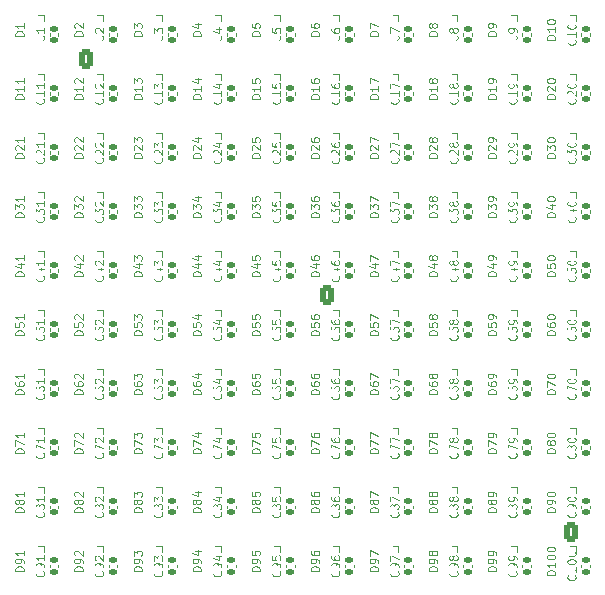
<source format=gbr>
%TF.GenerationSoftware,KiCad,Pcbnew,8.0.2*%
%TF.CreationDate,2024-07-01T22:54:51-05:00*%
%TF.ProjectId,pixel_grid,70697865-6c5f-4677-9269-642e6b696361,rev?*%
%TF.SameCoordinates,Original*%
%TF.FileFunction,Legend,Top*%
%TF.FilePolarity,Positive*%
%FSLAX46Y46*%
G04 Gerber Fmt 4.6, Leading zero omitted, Abs format (unit mm)*
G04 Created by KiCad (PCBNEW 8.0.2) date 2024-07-01 22:54:51*
%MOMM*%
%LPD*%
G01*
G04 APERTURE LIST*
G04 Aperture macros list*
%AMRoundRect*
0 Rectangle with rounded corners*
0 $1 Rounding radius*
0 $2 $3 $4 $5 $6 $7 $8 $9 X,Y pos of 4 corners*
0 Add a 4 corners polygon primitive as box body*
4,1,4,$2,$3,$4,$5,$6,$7,$8,$9,$2,$3,0*
0 Add four circle primitives for the rounded corners*
1,1,$1+$1,$2,$3*
1,1,$1+$1,$4,$5*
1,1,$1+$1,$6,$7*
1,1,$1+$1,$8,$9*
0 Add four rect primitives between the rounded corners*
20,1,$1+$1,$2,$3,$4,$5,0*
20,1,$1+$1,$4,$5,$6,$7,0*
20,1,$1+$1,$6,$7,$8,$9,0*
20,1,$1+$1,$8,$9,$2,$3,0*%
G04 Aperture macros list end*
%ADD10C,0.100000*%
%ADD11C,0.120000*%
%ADD12R,0.650000X0.800000*%
%ADD13RoundRect,0.250000X0.350000X0.625000X-0.350000X0.625000X-0.350000X-0.625000X0.350000X-0.625000X0*%
%ADD14O,1.200000X1.750000*%
%ADD15RoundRect,0.140000X0.170000X-0.140000X0.170000X0.140000X-0.170000X0.140000X-0.170000X-0.140000X0*%
G04 APERTURE END LIST*
D10*
X64118633Y-66183333D02*
X63418633Y-66183333D01*
X63418633Y-66183333D02*
X63418633Y-66016666D01*
X63418633Y-66016666D02*
X63451966Y-65916666D01*
X63451966Y-65916666D02*
X63518633Y-65850000D01*
X63518633Y-65850000D02*
X63585300Y-65816666D01*
X63585300Y-65816666D02*
X63718633Y-65783333D01*
X63718633Y-65783333D02*
X63818633Y-65783333D01*
X63818633Y-65783333D02*
X63951966Y-65816666D01*
X63951966Y-65816666D02*
X64018633Y-65850000D01*
X64018633Y-65850000D02*
X64085300Y-65916666D01*
X64085300Y-65916666D02*
X64118633Y-66016666D01*
X64118633Y-66016666D02*
X64118633Y-66183333D01*
X64118633Y-65116666D02*
X64118633Y-65516666D01*
X64118633Y-65316666D02*
X63418633Y-65316666D01*
X63418633Y-65316666D02*
X63518633Y-65383333D01*
X63518633Y-65383333D02*
X63585300Y-65450000D01*
X63585300Y-65450000D02*
X63618633Y-65516666D01*
X63418633Y-64683333D02*
X63418633Y-64616666D01*
X63418633Y-64616666D02*
X63451966Y-64549999D01*
X63451966Y-64549999D02*
X63485300Y-64516666D01*
X63485300Y-64516666D02*
X63551966Y-64483333D01*
X63551966Y-64483333D02*
X63685300Y-64449999D01*
X63685300Y-64449999D02*
X63851966Y-64449999D01*
X63851966Y-64449999D02*
X63985300Y-64483333D01*
X63985300Y-64483333D02*
X64051966Y-64516666D01*
X64051966Y-64516666D02*
X64085300Y-64549999D01*
X64085300Y-64549999D02*
X64118633Y-64616666D01*
X64118633Y-64616666D02*
X64118633Y-64683333D01*
X64118633Y-64683333D02*
X64085300Y-64749999D01*
X64085300Y-64749999D02*
X64051966Y-64783333D01*
X64051966Y-64783333D02*
X63985300Y-64816666D01*
X63985300Y-64816666D02*
X63851966Y-64849999D01*
X63851966Y-64849999D02*
X63685300Y-64849999D01*
X63685300Y-64849999D02*
X63551966Y-64816666D01*
X63551966Y-64816666D02*
X63485300Y-64783333D01*
X63485300Y-64783333D02*
X63451966Y-64749999D01*
X63451966Y-64749999D02*
X63418633Y-64683333D01*
X63418633Y-64016666D02*
X63418633Y-63949999D01*
X63418633Y-63949999D02*
X63451966Y-63883332D01*
X63451966Y-63883332D02*
X63485300Y-63849999D01*
X63485300Y-63849999D02*
X63551966Y-63816666D01*
X63551966Y-63816666D02*
X63685300Y-63783332D01*
X63685300Y-63783332D02*
X63851966Y-63783332D01*
X63851966Y-63783332D02*
X63985300Y-63816666D01*
X63985300Y-63816666D02*
X64051966Y-63849999D01*
X64051966Y-63849999D02*
X64085300Y-63883332D01*
X64085300Y-63883332D02*
X64118633Y-63949999D01*
X64118633Y-63949999D02*
X64118633Y-64016666D01*
X64118633Y-64016666D02*
X64085300Y-64083332D01*
X64085300Y-64083332D02*
X64051966Y-64116666D01*
X64051966Y-64116666D02*
X63985300Y-64149999D01*
X63985300Y-64149999D02*
X63851966Y-64183332D01*
X63851966Y-64183332D02*
X63685300Y-64183332D01*
X63685300Y-64183332D02*
X63551966Y-64149999D01*
X63551966Y-64149999D02*
X63485300Y-64116666D01*
X63485300Y-64116666D02*
X63451966Y-64083332D01*
X63451966Y-64083332D02*
X63418633Y-64016666D01*
X59118633Y-65850000D02*
X58418633Y-65850000D01*
X58418633Y-65850000D02*
X58418633Y-65683333D01*
X58418633Y-65683333D02*
X58451966Y-65583333D01*
X58451966Y-65583333D02*
X58518633Y-65516667D01*
X58518633Y-65516667D02*
X58585300Y-65483333D01*
X58585300Y-65483333D02*
X58718633Y-65450000D01*
X58718633Y-65450000D02*
X58818633Y-65450000D01*
X58818633Y-65450000D02*
X58951966Y-65483333D01*
X58951966Y-65483333D02*
X59018633Y-65516667D01*
X59018633Y-65516667D02*
X59085300Y-65583333D01*
X59085300Y-65583333D02*
X59118633Y-65683333D01*
X59118633Y-65683333D02*
X59118633Y-65850000D01*
X59118633Y-65116667D02*
X59118633Y-64983333D01*
X59118633Y-64983333D02*
X59085300Y-64916667D01*
X59085300Y-64916667D02*
X59051966Y-64883333D01*
X59051966Y-64883333D02*
X58951966Y-64816667D01*
X58951966Y-64816667D02*
X58818633Y-64783333D01*
X58818633Y-64783333D02*
X58551966Y-64783333D01*
X58551966Y-64783333D02*
X58485300Y-64816667D01*
X58485300Y-64816667D02*
X58451966Y-64850000D01*
X58451966Y-64850000D02*
X58418633Y-64916667D01*
X58418633Y-64916667D02*
X58418633Y-65050000D01*
X58418633Y-65050000D02*
X58451966Y-65116667D01*
X58451966Y-65116667D02*
X58485300Y-65150000D01*
X58485300Y-65150000D02*
X58551966Y-65183333D01*
X58551966Y-65183333D02*
X58718633Y-65183333D01*
X58718633Y-65183333D02*
X58785300Y-65150000D01*
X58785300Y-65150000D02*
X58818633Y-65116667D01*
X58818633Y-65116667D02*
X58851966Y-65050000D01*
X58851966Y-65050000D02*
X58851966Y-64916667D01*
X58851966Y-64916667D02*
X58818633Y-64850000D01*
X58818633Y-64850000D02*
X58785300Y-64816667D01*
X58785300Y-64816667D02*
X58718633Y-64783333D01*
X59118633Y-64450000D02*
X59118633Y-64316666D01*
X59118633Y-64316666D02*
X59085300Y-64250000D01*
X59085300Y-64250000D02*
X59051966Y-64216666D01*
X59051966Y-64216666D02*
X58951966Y-64150000D01*
X58951966Y-64150000D02*
X58818633Y-64116666D01*
X58818633Y-64116666D02*
X58551966Y-64116666D01*
X58551966Y-64116666D02*
X58485300Y-64150000D01*
X58485300Y-64150000D02*
X58451966Y-64183333D01*
X58451966Y-64183333D02*
X58418633Y-64250000D01*
X58418633Y-64250000D02*
X58418633Y-64383333D01*
X58418633Y-64383333D02*
X58451966Y-64450000D01*
X58451966Y-64450000D02*
X58485300Y-64483333D01*
X58485300Y-64483333D02*
X58551966Y-64516666D01*
X58551966Y-64516666D02*
X58718633Y-64516666D01*
X58718633Y-64516666D02*
X58785300Y-64483333D01*
X58785300Y-64483333D02*
X58818633Y-64450000D01*
X58818633Y-64450000D02*
X58851966Y-64383333D01*
X58851966Y-64383333D02*
X58851966Y-64250000D01*
X58851966Y-64250000D02*
X58818633Y-64183333D01*
X58818633Y-64183333D02*
X58785300Y-64150000D01*
X58785300Y-64150000D02*
X58718633Y-64116666D01*
X54118633Y-65850000D02*
X53418633Y-65850000D01*
X53418633Y-65850000D02*
X53418633Y-65683333D01*
X53418633Y-65683333D02*
X53451966Y-65583333D01*
X53451966Y-65583333D02*
X53518633Y-65516667D01*
X53518633Y-65516667D02*
X53585300Y-65483333D01*
X53585300Y-65483333D02*
X53718633Y-65450000D01*
X53718633Y-65450000D02*
X53818633Y-65450000D01*
X53818633Y-65450000D02*
X53951966Y-65483333D01*
X53951966Y-65483333D02*
X54018633Y-65516667D01*
X54018633Y-65516667D02*
X54085300Y-65583333D01*
X54085300Y-65583333D02*
X54118633Y-65683333D01*
X54118633Y-65683333D02*
X54118633Y-65850000D01*
X54118633Y-65116667D02*
X54118633Y-64983333D01*
X54118633Y-64983333D02*
X54085300Y-64916667D01*
X54085300Y-64916667D02*
X54051966Y-64883333D01*
X54051966Y-64883333D02*
X53951966Y-64816667D01*
X53951966Y-64816667D02*
X53818633Y-64783333D01*
X53818633Y-64783333D02*
X53551966Y-64783333D01*
X53551966Y-64783333D02*
X53485300Y-64816667D01*
X53485300Y-64816667D02*
X53451966Y-64850000D01*
X53451966Y-64850000D02*
X53418633Y-64916667D01*
X53418633Y-64916667D02*
X53418633Y-65050000D01*
X53418633Y-65050000D02*
X53451966Y-65116667D01*
X53451966Y-65116667D02*
X53485300Y-65150000D01*
X53485300Y-65150000D02*
X53551966Y-65183333D01*
X53551966Y-65183333D02*
X53718633Y-65183333D01*
X53718633Y-65183333D02*
X53785300Y-65150000D01*
X53785300Y-65150000D02*
X53818633Y-65116667D01*
X53818633Y-65116667D02*
X53851966Y-65050000D01*
X53851966Y-65050000D02*
X53851966Y-64916667D01*
X53851966Y-64916667D02*
X53818633Y-64850000D01*
X53818633Y-64850000D02*
X53785300Y-64816667D01*
X53785300Y-64816667D02*
X53718633Y-64783333D01*
X53718633Y-64383333D02*
X53685300Y-64450000D01*
X53685300Y-64450000D02*
X53651966Y-64483333D01*
X53651966Y-64483333D02*
X53585300Y-64516666D01*
X53585300Y-64516666D02*
X53551966Y-64516666D01*
X53551966Y-64516666D02*
X53485300Y-64483333D01*
X53485300Y-64483333D02*
X53451966Y-64450000D01*
X53451966Y-64450000D02*
X53418633Y-64383333D01*
X53418633Y-64383333D02*
X53418633Y-64250000D01*
X53418633Y-64250000D02*
X53451966Y-64183333D01*
X53451966Y-64183333D02*
X53485300Y-64150000D01*
X53485300Y-64150000D02*
X53551966Y-64116666D01*
X53551966Y-64116666D02*
X53585300Y-64116666D01*
X53585300Y-64116666D02*
X53651966Y-64150000D01*
X53651966Y-64150000D02*
X53685300Y-64183333D01*
X53685300Y-64183333D02*
X53718633Y-64250000D01*
X53718633Y-64250000D02*
X53718633Y-64383333D01*
X53718633Y-64383333D02*
X53751966Y-64450000D01*
X53751966Y-64450000D02*
X53785300Y-64483333D01*
X53785300Y-64483333D02*
X53851966Y-64516666D01*
X53851966Y-64516666D02*
X53985300Y-64516666D01*
X53985300Y-64516666D02*
X54051966Y-64483333D01*
X54051966Y-64483333D02*
X54085300Y-64450000D01*
X54085300Y-64450000D02*
X54118633Y-64383333D01*
X54118633Y-64383333D02*
X54118633Y-64250000D01*
X54118633Y-64250000D02*
X54085300Y-64183333D01*
X54085300Y-64183333D02*
X54051966Y-64150000D01*
X54051966Y-64150000D02*
X53985300Y-64116666D01*
X53985300Y-64116666D02*
X53851966Y-64116666D01*
X53851966Y-64116666D02*
X53785300Y-64150000D01*
X53785300Y-64150000D02*
X53751966Y-64183333D01*
X53751966Y-64183333D02*
X53718633Y-64250000D01*
X49118633Y-65850000D02*
X48418633Y-65850000D01*
X48418633Y-65850000D02*
X48418633Y-65683333D01*
X48418633Y-65683333D02*
X48451966Y-65583333D01*
X48451966Y-65583333D02*
X48518633Y-65516667D01*
X48518633Y-65516667D02*
X48585300Y-65483333D01*
X48585300Y-65483333D02*
X48718633Y-65450000D01*
X48718633Y-65450000D02*
X48818633Y-65450000D01*
X48818633Y-65450000D02*
X48951966Y-65483333D01*
X48951966Y-65483333D02*
X49018633Y-65516667D01*
X49018633Y-65516667D02*
X49085300Y-65583333D01*
X49085300Y-65583333D02*
X49118633Y-65683333D01*
X49118633Y-65683333D02*
X49118633Y-65850000D01*
X49118633Y-65116667D02*
X49118633Y-64983333D01*
X49118633Y-64983333D02*
X49085300Y-64916667D01*
X49085300Y-64916667D02*
X49051966Y-64883333D01*
X49051966Y-64883333D02*
X48951966Y-64816667D01*
X48951966Y-64816667D02*
X48818633Y-64783333D01*
X48818633Y-64783333D02*
X48551966Y-64783333D01*
X48551966Y-64783333D02*
X48485300Y-64816667D01*
X48485300Y-64816667D02*
X48451966Y-64850000D01*
X48451966Y-64850000D02*
X48418633Y-64916667D01*
X48418633Y-64916667D02*
X48418633Y-65050000D01*
X48418633Y-65050000D02*
X48451966Y-65116667D01*
X48451966Y-65116667D02*
X48485300Y-65150000D01*
X48485300Y-65150000D02*
X48551966Y-65183333D01*
X48551966Y-65183333D02*
X48718633Y-65183333D01*
X48718633Y-65183333D02*
X48785300Y-65150000D01*
X48785300Y-65150000D02*
X48818633Y-65116667D01*
X48818633Y-65116667D02*
X48851966Y-65050000D01*
X48851966Y-65050000D02*
X48851966Y-64916667D01*
X48851966Y-64916667D02*
X48818633Y-64850000D01*
X48818633Y-64850000D02*
X48785300Y-64816667D01*
X48785300Y-64816667D02*
X48718633Y-64783333D01*
X48418633Y-64550000D02*
X48418633Y-64083333D01*
X48418633Y-64083333D02*
X49118633Y-64383333D01*
X44118633Y-65850000D02*
X43418633Y-65850000D01*
X43418633Y-65850000D02*
X43418633Y-65683333D01*
X43418633Y-65683333D02*
X43451966Y-65583333D01*
X43451966Y-65583333D02*
X43518633Y-65516667D01*
X43518633Y-65516667D02*
X43585300Y-65483333D01*
X43585300Y-65483333D02*
X43718633Y-65450000D01*
X43718633Y-65450000D02*
X43818633Y-65450000D01*
X43818633Y-65450000D02*
X43951966Y-65483333D01*
X43951966Y-65483333D02*
X44018633Y-65516667D01*
X44018633Y-65516667D02*
X44085300Y-65583333D01*
X44085300Y-65583333D02*
X44118633Y-65683333D01*
X44118633Y-65683333D02*
X44118633Y-65850000D01*
X44118633Y-65116667D02*
X44118633Y-64983333D01*
X44118633Y-64983333D02*
X44085300Y-64916667D01*
X44085300Y-64916667D02*
X44051966Y-64883333D01*
X44051966Y-64883333D02*
X43951966Y-64816667D01*
X43951966Y-64816667D02*
X43818633Y-64783333D01*
X43818633Y-64783333D02*
X43551966Y-64783333D01*
X43551966Y-64783333D02*
X43485300Y-64816667D01*
X43485300Y-64816667D02*
X43451966Y-64850000D01*
X43451966Y-64850000D02*
X43418633Y-64916667D01*
X43418633Y-64916667D02*
X43418633Y-65050000D01*
X43418633Y-65050000D02*
X43451966Y-65116667D01*
X43451966Y-65116667D02*
X43485300Y-65150000D01*
X43485300Y-65150000D02*
X43551966Y-65183333D01*
X43551966Y-65183333D02*
X43718633Y-65183333D01*
X43718633Y-65183333D02*
X43785300Y-65150000D01*
X43785300Y-65150000D02*
X43818633Y-65116667D01*
X43818633Y-65116667D02*
X43851966Y-65050000D01*
X43851966Y-65050000D02*
X43851966Y-64916667D01*
X43851966Y-64916667D02*
X43818633Y-64850000D01*
X43818633Y-64850000D02*
X43785300Y-64816667D01*
X43785300Y-64816667D02*
X43718633Y-64783333D01*
X43418633Y-64183333D02*
X43418633Y-64316666D01*
X43418633Y-64316666D02*
X43451966Y-64383333D01*
X43451966Y-64383333D02*
X43485300Y-64416666D01*
X43485300Y-64416666D02*
X43585300Y-64483333D01*
X43585300Y-64483333D02*
X43718633Y-64516666D01*
X43718633Y-64516666D02*
X43985300Y-64516666D01*
X43985300Y-64516666D02*
X44051966Y-64483333D01*
X44051966Y-64483333D02*
X44085300Y-64450000D01*
X44085300Y-64450000D02*
X44118633Y-64383333D01*
X44118633Y-64383333D02*
X44118633Y-64250000D01*
X44118633Y-64250000D02*
X44085300Y-64183333D01*
X44085300Y-64183333D02*
X44051966Y-64150000D01*
X44051966Y-64150000D02*
X43985300Y-64116666D01*
X43985300Y-64116666D02*
X43818633Y-64116666D01*
X43818633Y-64116666D02*
X43751966Y-64150000D01*
X43751966Y-64150000D02*
X43718633Y-64183333D01*
X43718633Y-64183333D02*
X43685300Y-64250000D01*
X43685300Y-64250000D02*
X43685300Y-64383333D01*
X43685300Y-64383333D02*
X43718633Y-64450000D01*
X43718633Y-64450000D02*
X43751966Y-64483333D01*
X43751966Y-64483333D02*
X43818633Y-64516666D01*
X39118633Y-65850000D02*
X38418633Y-65850000D01*
X38418633Y-65850000D02*
X38418633Y-65683333D01*
X38418633Y-65683333D02*
X38451966Y-65583333D01*
X38451966Y-65583333D02*
X38518633Y-65516667D01*
X38518633Y-65516667D02*
X38585300Y-65483333D01*
X38585300Y-65483333D02*
X38718633Y-65450000D01*
X38718633Y-65450000D02*
X38818633Y-65450000D01*
X38818633Y-65450000D02*
X38951966Y-65483333D01*
X38951966Y-65483333D02*
X39018633Y-65516667D01*
X39018633Y-65516667D02*
X39085300Y-65583333D01*
X39085300Y-65583333D02*
X39118633Y-65683333D01*
X39118633Y-65683333D02*
X39118633Y-65850000D01*
X39118633Y-65116667D02*
X39118633Y-64983333D01*
X39118633Y-64983333D02*
X39085300Y-64916667D01*
X39085300Y-64916667D02*
X39051966Y-64883333D01*
X39051966Y-64883333D02*
X38951966Y-64816667D01*
X38951966Y-64816667D02*
X38818633Y-64783333D01*
X38818633Y-64783333D02*
X38551966Y-64783333D01*
X38551966Y-64783333D02*
X38485300Y-64816667D01*
X38485300Y-64816667D02*
X38451966Y-64850000D01*
X38451966Y-64850000D02*
X38418633Y-64916667D01*
X38418633Y-64916667D02*
X38418633Y-65050000D01*
X38418633Y-65050000D02*
X38451966Y-65116667D01*
X38451966Y-65116667D02*
X38485300Y-65150000D01*
X38485300Y-65150000D02*
X38551966Y-65183333D01*
X38551966Y-65183333D02*
X38718633Y-65183333D01*
X38718633Y-65183333D02*
X38785300Y-65150000D01*
X38785300Y-65150000D02*
X38818633Y-65116667D01*
X38818633Y-65116667D02*
X38851966Y-65050000D01*
X38851966Y-65050000D02*
X38851966Y-64916667D01*
X38851966Y-64916667D02*
X38818633Y-64850000D01*
X38818633Y-64850000D02*
X38785300Y-64816667D01*
X38785300Y-64816667D02*
X38718633Y-64783333D01*
X38418633Y-64150000D02*
X38418633Y-64483333D01*
X38418633Y-64483333D02*
X38751966Y-64516666D01*
X38751966Y-64516666D02*
X38718633Y-64483333D01*
X38718633Y-64483333D02*
X38685300Y-64416666D01*
X38685300Y-64416666D02*
X38685300Y-64250000D01*
X38685300Y-64250000D02*
X38718633Y-64183333D01*
X38718633Y-64183333D02*
X38751966Y-64150000D01*
X38751966Y-64150000D02*
X38818633Y-64116666D01*
X38818633Y-64116666D02*
X38985300Y-64116666D01*
X38985300Y-64116666D02*
X39051966Y-64150000D01*
X39051966Y-64150000D02*
X39085300Y-64183333D01*
X39085300Y-64183333D02*
X39118633Y-64250000D01*
X39118633Y-64250000D02*
X39118633Y-64416666D01*
X39118633Y-64416666D02*
X39085300Y-64483333D01*
X39085300Y-64483333D02*
X39051966Y-64516666D01*
X34118633Y-65850000D02*
X33418633Y-65850000D01*
X33418633Y-65850000D02*
X33418633Y-65683333D01*
X33418633Y-65683333D02*
X33451966Y-65583333D01*
X33451966Y-65583333D02*
X33518633Y-65516667D01*
X33518633Y-65516667D02*
X33585300Y-65483333D01*
X33585300Y-65483333D02*
X33718633Y-65450000D01*
X33718633Y-65450000D02*
X33818633Y-65450000D01*
X33818633Y-65450000D02*
X33951966Y-65483333D01*
X33951966Y-65483333D02*
X34018633Y-65516667D01*
X34018633Y-65516667D02*
X34085300Y-65583333D01*
X34085300Y-65583333D02*
X34118633Y-65683333D01*
X34118633Y-65683333D02*
X34118633Y-65850000D01*
X34118633Y-65116667D02*
X34118633Y-64983333D01*
X34118633Y-64983333D02*
X34085300Y-64916667D01*
X34085300Y-64916667D02*
X34051966Y-64883333D01*
X34051966Y-64883333D02*
X33951966Y-64816667D01*
X33951966Y-64816667D02*
X33818633Y-64783333D01*
X33818633Y-64783333D02*
X33551966Y-64783333D01*
X33551966Y-64783333D02*
X33485300Y-64816667D01*
X33485300Y-64816667D02*
X33451966Y-64850000D01*
X33451966Y-64850000D02*
X33418633Y-64916667D01*
X33418633Y-64916667D02*
X33418633Y-65050000D01*
X33418633Y-65050000D02*
X33451966Y-65116667D01*
X33451966Y-65116667D02*
X33485300Y-65150000D01*
X33485300Y-65150000D02*
X33551966Y-65183333D01*
X33551966Y-65183333D02*
X33718633Y-65183333D01*
X33718633Y-65183333D02*
X33785300Y-65150000D01*
X33785300Y-65150000D02*
X33818633Y-65116667D01*
X33818633Y-65116667D02*
X33851966Y-65050000D01*
X33851966Y-65050000D02*
X33851966Y-64916667D01*
X33851966Y-64916667D02*
X33818633Y-64850000D01*
X33818633Y-64850000D02*
X33785300Y-64816667D01*
X33785300Y-64816667D02*
X33718633Y-64783333D01*
X33651966Y-64183333D02*
X34118633Y-64183333D01*
X33385300Y-64350000D02*
X33885300Y-64516666D01*
X33885300Y-64516666D02*
X33885300Y-64083333D01*
X29118633Y-65850000D02*
X28418633Y-65850000D01*
X28418633Y-65850000D02*
X28418633Y-65683333D01*
X28418633Y-65683333D02*
X28451966Y-65583333D01*
X28451966Y-65583333D02*
X28518633Y-65516667D01*
X28518633Y-65516667D02*
X28585300Y-65483333D01*
X28585300Y-65483333D02*
X28718633Y-65450000D01*
X28718633Y-65450000D02*
X28818633Y-65450000D01*
X28818633Y-65450000D02*
X28951966Y-65483333D01*
X28951966Y-65483333D02*
X29018633Y-65516667D01*
X29018633Y-65516667D02*
X29085300Y-65583333D01*
X29085300Y-65583333D02*
X29118633Y-65683333D01*
X29118633Y-65683333D02*
X29118633Y-65850000D01*
X29118633Y-65116667D02*
X29118633Y-64983333D01*
X29118633Y-64983333D02*
X29085300Y-64916667D01*
X29085300Y-64916667D02*
X29051966Y-64883333D01*
X29051966Y-64883333D02*
X28951966Y-64816667D01*
X28951966Y-64816667D02*
X28818633Y-64783333D01*
X28818633Y-64783333D02*
X28551966Y-64783333D01*
X28551966Y-64783333D02*
X28485300Y-64816667D01*
X28485300Y-64816667D02*
X28451966Y-64850000D01*
X28451966Y-64850000D02*
X28418633Y-64916667D01*
X28418633Y-64916667D02*
X28418633Y-65050000D01*
X28418633Y-65050000D02*
X28451966Y-65116667D01*
X28451966Y-65116667D02*
X28485300Y-65150000D01*
X28485300Y-65150000D02*
X28551966Y-65183333D01*
X28551966Y-65183333D02*
X28718633Y-65183333D01*
X28718633Y-65183333D02*
X28785300Y-65150000D01*
X28785300Y-65150000D02*
X28818633Y-65116667D01*
X28818633Y-65116667D02*
X28851966Y-65050000D01*
X28851966Y-65050000D02*
X28851966Y-64916667D01*
X28851966Y-64916667D02*
X28818633Y-64850000D01*
X28818633Y-64850000D02*
X28785300Y-64816667D01*
X28785300Y-64816667D02*
X28718633Y-64783333D01*
X28418633Y-64550000D02*
X28418633Y-64116666D01*
X28418633Y-64116666D02*
X28685300Y-64350000D01*
X28685300Y-64350000D02*
X28685300Y-64250000D01*
X28685300Y-64250000D02*
X28718633Y-64183333D01*
X28718633Y-64183333D02*
X28751966Y-64150000D01*
X28751966Y-64150000D02*
X28818633Y-64116666D01*
X28818633Y-64116666D02*
X28985300Y-64116666D01*
X28985300Y-64116666D02*
X29051966Y-64150000D01*
X29051966Y-64150000D02*
X29085300Y-64183333D01*
X29085300Y-64183333D02*
X29118633Y-64250000D01*
X29118633Y-64250000D02*
X29118633Y-64450000D01*
X29118633Y-64450000D02*
X29085300Y-64516666D01*
X29085300Y-64516666D02*
X29051966Y-64550000D01*
X24118633Y-65850000D02*
X23418633Y-65850000D01*
X23418633Y-65850000D02*
X23418633Y-65683333D01*
X23418633Y-65683333D02*
X23451966Y-65583333D01*
X23451966Y-65583333D02*
X23518633Y-65516667D01*
X23518633Y-65516667D02*
X23585300Y-65483333D01*
X23585300Y-65483333D02*
X23718633Y-65450000D01*
X23718633Y-65450000D02*
X23818633Y-65450000D01*
X23818633Y-65450000D02*
X23951966Y-65483333D01*
X23951966Y-65483333D02*
X24018633Y-65516667D01*
X24018633Y-65516667D02*
X24085300Y-65583333D01*
X24085300Y-65583333D02*
X24118633Y-65683333D01*
X24118633Y-65683333D02*
X24118633Y-65850000D01*
X24118633Y-65116667D02*
X24118633Y-64983333D01*
X24118633Y-64983333D02*
X24085300Y-64916667D01*
X24085300Y-64916667D02*
X24051966Y-64883333D01*
X24051966Y-64883333D02*
X23951966Y-64816667D01*
X23951966Y-64816667D02*
X23818633Y-64783333D01*
X23818633Y-64783333D02*
X23551966Y-64783333D01*
X23551966Y-64783333D02*
X23485300Y-64816667D01*
X23485300Y-64816667D02*
X23451966Y-64850000D01*
X23451966Y-64850000D02*
X23418633Y-64916667D01*
X23418633Y-64916667D02*
X23418633Y-65050000D01*
X23418633Y-65050000D02*
X23451966Y-65116667D01*
X23451966Y-65116667D02*
X23485300Y-65150000D01*
X23485300Y-65150000D02*
X23551966Y-65183333D01*
X23551966Y-65183333D02*
X23718633Y-65183333D01*
X23718633Y-65183333D02*
X23785300Y-65150000D01*
X23785300Y-65150000D02*
X23818633Y-65116667D01*
X23818633Y-65116667D02*
X23851966Y-65050000D01*
X23851966Y-65050000D02*
X23851966Y-64916667D01*
X23851966Y-64916667D02*
X23818633Y-64850000D01*
X23818633Y-64850000D02*
X23785300Y-64816667D01*
X23785300Y-64816667D02*
X23718633Y-64783333D01*
X23485300Y-64516666D02*
X23451966Y-64483333D01*
X23451966Y-64483333D02*
X23418633Y-64416666D01*
X23418633Y-64416666D02*
X23418633Y-64250000D01*
X23418633Y-64250000D02*
X23451966Y-64183333D01*
X23451966Y-64183333D02*
X23485300Y-64150000D01*
X23485300Y-64150000D02*
X23551966Y-64116666D01*
X23551966Y-64116666D02*
X23618633Y-64116666D01*
X23618633Y-64116666D02*
X23718633Y-64150000D01*
X23718633Y-64150000D02*
X24118633Y-64550000D01*
X24118633Y-64550000D02*
X24118633Y-64116666D01*
X19118633Y-65850000D02*
X18418633Y-65850000D01*
X18418633Y-65850000D02*
X18418633Y-65683333D01*
X18418633Y-65683333D02*
X18451966Y-65583333D01*
X18451966Y-65583333D02*
X18518633Y-65516667D01*
X18518633Y-65516667D02*
X18585300Y-65483333D01*
X18585300Y-65483333D02*
X18718633Y-65450000D01*
X18718633Y-65450000D02*
X18818633Y-65450000D01*
X18818633Y-65450000D02*
X18951966Y-65483333D01*
X18951966Y-65483333D02*
X19018633Y-65516667D01*
X19018633Y-65516667D02*
X19085300Y-65583333D01*
X19085300Y-65583333D02*
X19118633Y-65683333D01*
X19118633Y-65683333D02*
X19118633Y-65850000D01*
X19118633Y-65116667D02*
X19118633Y-64983333D01*
X19118633Y-64983333D02*
X19085300Y-64916667D01*
X19085300Y-64916667D02*
X19051966Y-64883333D01*
X19051966Y-64883333D02*
X18951966Y-64816667D01*
X18951966Y-64816667D02*
X18818633Y-64783333D01*
X18818633Y-64783333D02*
X18551966Y-64783333D01*
X18551966Y-64783333D02*
X18485300Y-64816667D01*
X18485300Y-64816667D02*
X18451966Y-64850000D01*
X18451966Y-64850000D02*
X18418633Y-64916667D01*
X18418633Y-64916667D02*
X18418633Y-65050000D01*
X18418633Y-65050000D02*
X18451966Y-65116667D01*
X18451966Y-65116667D02*
X18485300Y-65150000D01*
X18485300Y-65150000D02*
X18551966Y-65183333D01*
X18551966Y-65183333D02*
X18718633Y-65183333D01*
X18718633Y-65183333D02*
X18785300Y-65150000D01*
X18785300Y-65150000D02*
X18818633Y-65116667D01*
X18818633Y-65116667D02*
X18851966Y-65050000D01*
X18851966Y-65050000D02*
X18851966Y-64916667D01*
X18851966Y-64916667D02*
X18818633Y-64850000D01*
X18818633Y-64850000D02*
X18785300Y-64816667D01*
X18785300Y-64816667D02*
X18718633Y-64783333D01*
X19118633Y-64116666D02*
X19118633Y-64516666D01*
X19118633Y-64316666D02*
X18418633Y-64316666D01*
X18418633Y-64316666D02*
X18518633Y-64383333D01*
X18518633Y-64383333D02*
X18585300Y-64450000D01*
X18585300Y-64450000D02*
X18618633Y-64516666D01*
X64118633Y-60850000D02*
X63418633Y-60850000D01*
X63418633Y-60850000D02*
X63418633Y-60683333D01*
X63418633Y-60683333D02*
X63451966Y-60583333D01*
X63451966Y-60583333D02*
X63518633Y-60516667D01*
X63518633Y-60516667D02*
X63585300Y-60483333D01*
X63585300Y-60483333D02*
X63718633Y-60450000D01*
X63718633Y-60450000D02*
X63818633Y-60450000D01*
X63818633Y-60450000D02*
X63951966Y-60483333D01*
X63951966Y-60483333D02*
X64018633Y-60516667D01*
X64018633Y-60516667D02*
X64085300Y-60583333D01*
X64085300Y-60583333D02*
X64118633Y-60683333D01*
X64118633Y-60683333D02*
X64118633Y-60850000D01*
X64118633Y-60116667D02*
X64118633Y-59983333D01*
X64118633Y-59983333D02*
X64085300Y-59916667D01*
X64085300Y-59916667D02*
X64051966Y-59883333D01*
X64051966Y-59883333D02*
X63951966Y-59816667D01*
X63951966Y-59816667D02*
X63818633Y-59783333D01*
X63818633Y-59783333D02*
X63551966Y-59783333D01*
X63551966Y-59783333D02*
X63485300Y-59816667D01*
X63485300Y-59816667D02*
X63451966Y-59850000D01*
X63451966Y-59850000D02*
X63418633Y-59916667D01*
X63418633Y-59916667D02*
X63418633Y-60050000D01*
X63418633Y-60050000D02*
X63451966Y-60116667D01*
X63451966Y-60116667D02*
X63485300Y-60150000D01*
X63485300Y-60150000D02*
X63551966Y-60183333D01*
X63551966Y-60183333D02*
X63718633Y-60183333D01*
X63718633Y-60183333D02*
X63785300Y-60150000D01*
X63785300Y-60150000D02*
X63818633Y-60116667D01*
X63818633Y-60116667D02*
X63851966Y-60050000D01*
X63851966Y-60050000D02*
X63851966Y-59916667D01*
X63851966Y-59916667D02*
X63818633Y-59850000D01*
X63818633Y-59850000D02*
X63785300Y-59816667D01*
X63785300Y-59816667D02*
X63718633Y-59783333D01*
X63418633Y-59350000D02*
X63418633Y-59283333D01*
X63418633Y-59283333D02*
X63451966Y-59216666D01*
X63451966Y-59216666D02*
X63485300Y-59183333D01*
X63485300Y-59183333D02*
X63551966Y-59150000D01*
X63551966Y-59150000D02*
X63685300Y-59116666D01*
X63685300Y-59116666D02*
X63851966Y-59116666D01*
X63851966Y-59116666D02*
X63985300Y-59150000D01*
X63985300Y-59150000D02*
X64051966Y-59183333D01*
X64051966Y-59183333D02*
X64085300Y-59216666D01*
X64085300Y-59216666D02*
X64118633Y-59283333D01*
X64118633Y-59283333D02*
X64118633Y-59350000D01*
X64118633Y-59350000D02*
X64085300Y-59416666D01*
X64085300Y-59416666D02*
X64051966Y-59450000D01*
X64051966Y-59450000D02*
X63985300Y-59483333D01*
X63985300Y-59483333D02*
X63851966Y-59516666D01*
X63851966Y-59516666D02*
X63685300Y-59516666D01*
X63685300Y-59516666D02*
X63551966Y-59483333D01*
X63551966Y-59483333D02*
X63485300Y-59450000D01*
X63485300Y-59450000D02*
X63451966Y-59416666D01*
X63451966Y-59416666D02*
X63418633Y-59350000D01*
X59118633Y-60850000D02*
X58418633Y-60850000D01*
X58418633Y-60850000D02*
X58418633Y-60683333D01*
X58418633Y-60683333D02*
X58451966Y-60583333D01*
X58451966Y-60583333D02*
X58518633Y-60516667D01*
X58518633Y-60516667D02*
X58585300Y-60483333D01*
X58585300Y-60483333D02*
X58718633Y-60450000D01*
X58718633Y-60450000D02*
X58818633Y-60450000D01*
X58818633Y-60450000D02*
X58951966Y-60483333D01*
X58951966Y-60483333D02*
X59018633Y-60516667D01*
X59018633Y-60516667D02*
X59085300Y-60583333D01*
X59085300Y-60583333D02*
X59118633Y-60683333D01*
X59118633Y-60683333D02*
X59118633Y-60850000D01*
X58718633Y-60050000D02*
X58685300Y-60116667D01*
X58685300Y-60116667D02*
X58651966Y-60150000D01*
X58651966Y-60150000D02*
X58585300Y-60183333D01*
X58585300Y-60183333D02*
X58551966Y-60183333D01*
X58551966Y-60183333D02*
X58485300Y-60150000D01*
X58485300Y-60150000D02*
X58451966Y-60116667D01*
X58451966Y-60116667D02*
X58418633Y-60050000D01*
X58418633Y-60050000D02*
X58418633Y-59916667D01*
X58418633Y-59916667D02*
X58451966Y-59850000D01*
X58451966Y-59850000D02*
X58485300Y-59816667D01*
X58485300Y-59816667D02*
X58551966Y-59783333D01*
X58551966Y-59783333D02*
X58585300Y-59783333D01*
X58585300Y-59783333D02*
X58651966Y-59816667D01*
X58651966Y-59816667D02*
X58685300Y-59850000D01*
X58685300Y-59850000D02*
X58718633Y-59916667D01*
X58718633Y-59916667D02*
X58718633Y-60050000D01*
X58718633Y-60050000D02*
X58751966Y-60116667D01*
X58751966Y-60116667D02*
X58785300Y-60150000D01*
X58785300Y-60150000D02*
X58851966Y-60183333D01*
X58851966Y-60183333D02*
X58985300Y-60183333D01*
X58985300Y-60183333D02*
X59051966Y-60150000D01*
X59051966Y-60150000D02*
X59085300Y-60116667D01*
X59085300Y-60116667D02*
X59118633Y-60050000D01*
X59118633Y-60050000D02*
X59118633Y-59916667D01*
X59118633Y-59916667D02*
X59085300Y-59850000D01*
X59085300Y-59850000D02*
X59051966Y-59816667D01*
X59051966Y-59816667D02*
X58985300Y-59783333D01*
X58985300Y-59783333D02*
X58851966Y-59783333D01*
X58851966Y-59783333D02*
X58785300Y-59816667D01*
X58785300Y-59816667D02*
X58751966Y-59850000D01*
X58751966Y-59850000D02*
X58718633Y-59916667D01*
X59118633Y-59450000D02*
X59118633Y-59316666D01*
X59118633Y-59316666D02*
X59085300Y-59250000D01*
X59085300Y-59250000D02*
X59051966Y-59216666D01*
X59051966Y-59216666D02*
X58951966Y-59150000D01*
X58951966Y-59150000D02*
X58818633Y-59116666D01*
X58818633Y-59116666D02*
X58551966Y-59116666D01*
X58551966Y-59116666D02*
X58485300Y-59150000D01*
X58485300Y-59150000D02*
X58451966Y-59183333D01*
X58451966Y-59183333D02*
X58418633Y-59250000D01*
X58418633Y-59250000D02*
X58418633Y-59383333D01*
X58418633Y-59383333D02*
X58451966Y-59450000D01*
X58451966Y-59450000D02*
X58485300Y-59483333D01*
X58485300Y-59483333D02*
X58551966Y-59516666D01*
X58551966Y-59516666D02*
X58718633Y-59516666D01*
X58718633Y-59516666D02*
X58785300Y-59483333D01*
X58785300Y-59483333D02*
X58818633Y-59450000D01*
X58818633Y-59450000D02*
X58851966Y-59383333D01*
X58851966Y-59383333D02*
X58851966Y-59250000D01*
X58851966Y-59250000D02*
X58818633Y-59183333D01*
X58818633Y-59183333D02*
X58785300Y-59150000D01*
X58785300Y-59150000D02*
X58718633Y-59116666D01*
X54118633Y-60850000D02*
X53418633Y-60850000D01*
X53418633Y-60850000D02*
X53418633Y-60683333D01*
X53418633Y-60683333D02*
X53451966Y-60583333D01*
X53451966Y-60583333D02*
X53518633Y-60516667D01*
X53518633Y-60516667D02*
X53585300Y-60483333D01*
X53585300Y-60483333D02*
X53718633Y-60450000D01*
X53718633Y-60450000D02*
X53818633Y-60450000D01*
X53818633Y-60450000D02*
X53951966Y-60483333D01*
X53951966Y-60483333D02*
X54018633Y-60516667D01*
X54018633Y-60516667D02*
X54085300Y-60583333D01*
X54085300Y-60583333D02*
X54118633Y-60683333D01*
X54118633Y-60683333D02*
X54118633Y-60850000D01*
X53718633Y-60050000D02*
X53685300Y-60116667D01*
X53685300Y-60116667D02*
X53651966Y-60150000D01*
X53651966Y-60150000D02*
X53585300Y-60183333D01*
X53585300Y-60183333D02*
X53551966Y-60183333D01*
X53551966Y-60183333D02*
X53485300Y-60150000D01*
X53485300Y-60150000D02*
X53451966Y-60116667D01*
X53451966Y-60116667D02*
X53418633Y-60050000D01*
X53418633Y-60050000D02*
X53418633Y-59916667D01*
X53418633Y-59916667D02*
X53451966Y-59850000D01*
X53451966Y-59850000D02*
X53485300Y-59816667D01*
X53485300Y-59816667D02*
X53551966Y-59783333D01*
X53551966Y-59783333D02*
X53585300Y-59783333D01*
X53585300Y-59783333D02*
X53651966Y-59816667D01*
X53651966Y-59816667D02*
X53685300Y-59850000D01*
X53685300Y-59850000D02*
X53718633Y-59916667D01*
X53718633Y-59916667D02*
X53718633Y-60050000D01*
X53718633Y-60050000D02*
X53751966Y-60116667D01*
X53751966Y-60116667D02*
X53785300Y-60150000D01*
X53785300Y-60150000D02*
X53851966Y-60183333D01*
X53851966Y-60183333D02*
X53985300Y-60183333D01*
X53985300Y-60183333D02*
X54051966Y-60150000D01*
X54051966Y-60150000D02*
X54085300Y-60116667D01*
X54085300Y-60116667D02*
X54118633Y-60050000D01*
X54118633Y-60050000D02*
X54118633Y-59916667D01*
X54118633Y-59916667D02*
X54085300Y-59850000D01*
X54085300Y-59850000D02*
X54051966Y-59816667D01*
X54051966Y-59816667D02*
X53985300Y-59783333D01*
X53985300Y-59783333D02*
X53851966Y-59783333D01*
X53851966Y-59783333D02*
X53785300Y-59816667D01*
X53785300Y-59816667D02*
X53751966Y-59850000D01*
X53751966Y-59850000D02*
X53718633Y-59916667D01*
X53718633Y-59383333D02*
X53685300Y-59450000D01*
X53685300Y-59450000D02*
X53651966Y-59483333D01*
X53651966Y-59483333D02*
X53585300Y-59516666D01*
X53585300Y-59516666D02*
X53551966Y-59516666D01*
X53551966Y-59516666D02*
X53485300Y-59483333D01*
X53485300Y-59483333D02*
X53451966Y-59450000D01*
X53451966Y-59450000D02*
X53418633Y-59383333D01*
X53418633Y-59383333D02*
X53418633Y-59250000D01*
X53418633Y-59250000D02*
X53451966Y-59183333D01*
X53451966Y-59183333D02*
X53485300Y-59150000D01*
X53485300Y-59150000D02*
X53551966Y-59116666D01*
X53551966Y-59116666D02*
X53585300Y-59116666D01*
X53585300Y-59116666D02*
X53651966Y-59150000D01*
X53651966Y-59150000D02*
X53685300Y-59183333D01*
X53685300Y-59183333D02*
X53718633Y-59250000D01*
X53718633Y-59250000D02*
X53718633Y-59383333D01*
X53718633Y-59383333D02*
X53751966Y-59450000D01*
X53751966Y-59450000D02*
X53785300Y-59483333D01*
X53785300Y-59483333D02*
X53851966Y-59516666D01*
X53851966Y-59516666D02*
X53985300Y-59516666D01*
X53985300Y-59516666D02*
X54051966Y-59483333D01*
X54051966Y-59483333D02*
X54085300Y-59450000D01*
X54085300Y-59450000D02*
X54118633Y-59383333D01*
X54118633Y-59383333D02*
X54118633Y-59250000D01*
X54118633Y-59250000D02*
X54085300Y-59183333D01*
X54085300Y-59183333D02*
X54051966Y-59150000D01*
X54051966Y-59150000D02*
X53985300Y-59116666D01*
X53985300Y-59116666D02*
X53851966Y-59116666D01*
X53851966Y-59116666D02*
X53785300Y-59150000D01*
X53785300Y-59150000D02*
X53751966Y-59183333D01*
X53751966Y-59183333D02*
X53718633Y-59250000D01*
X49118633Y-60850000D02*
X48418633Y-60850000D01*
X48418633Y-60850000D02*
X48418633Y-60683333D01*
X48418633Y-60683333D02*
X48451966Y-60583333D01*
X48451966Y-60583333D02*
X48518633Y-60516667D01*
X48518633Y-60516667D02*
X48585300Y-60483333D01*
X48585300Y-60483333D02*
X48718633Y-60450000D01*
X48718633Y-60450000D02*
X48818633Y-60450000D01*
X48818633Y-60450000D02*
X48951966Y-60483333D01*
X48951966Y-60483333D02*
X49018633Y-60516667D01*
X49018633Y-60516667D02*
X49085300Y-60583333D01*
X49085300Y-60583333D02*
X49118633Y-60683333D01*
X49118633Y-60683333D02*
X49118633Y-60850000D01*
X48718633Y-60050000D02*
X48685300Y-60116667D01*
X48685300Y-60116667D02*
X48651966Y-60150000D01*
X48651966Y-60150000D02*
X48585300Y-60183333D01*
X48585300Y-60183333D02*
X48551966Y-60183333D01*
X48551966Y-60183333D02*
X48485300Y-60150000D01*
X48485300Y-60150000D02*
X48451966Y-60116667D01*
X48451966Y-60116667D02*
X48418633Y-60050000D01*
X48418633Y-60050000D02*
X48418633Y-59916667D01*
X48418633Y-59916667D02*
X48451966Y-59850000D01*
X48451966Y-59850000D02*
X48485300Y-59816667D01*
X48485300Y-59816667D02*
X48551966Y-59783333D01*
X48551966Y-59783333D02*
X48585300Y-59783333D01*
X48585300Y-59783333D02*
X48651966Y-59816667D01*
X48651966Y-59816667D02*
X48685300Y-59850000D01*
X48685300Y-59850000D02*
X48718633Y-59916667D01*
X48718633Y-59916667D02*
X48718633Y-60050000D01*
X48718633Y-60050000D02*
X48751966Y-60116667D01*
X48751966Y-60116667D02*
X48785300Y-60150000D01*
X48785300Y-60150000D02*
X48851966Y-60183333D01*
X48851966Y-60183333D02*
X48985300Y-60183333D01*
X48985300Y-60183333D02*
X49051966Y-60150000D01*
X49051966Y-60150000D02*
X49085300Y-60116667D01*
X49085300Y-60116667D02*
X49118633Y-60050000D01*
X49118633Y-60050000D02*
X49118633Y-59916667D01*
X49118633Y-59916667D02*
X49085300Y-59850000D01*
X49085300Y-59850000D02*
X49051966Y-59816667D01*
X49051966Y-59816667D02*
X48985300Y-59783333D01*
X48985300Y-59783333D02*
X48851966Y-59783333D01*
X48851966Y-59783333D02*
X48785300Y-59816667D01*
X48785300Y-59816667D02*
X48751966Y-59850000D01*
X48751966Y-59850000D02*
X48718633Y-59916667D01*
X48418633Y-59550000D02*
X48418633Y-59083333D01*
X48418633Y-59083333D02*
X49118633Y-59383333D01*
X44118633Y-60850000D02*
X43418633Y-60850000D01*
X43418633Y-60850000D02*
X43418633Y-60683333D01*
X43418633Y-60683333D02*
X43451966Y-60583333D01*
X43451966Y-60583333D02*
X43518633Y-60516667D01*
X43518633Y-60516667D02*
X43585300Y-60483333D01*
X43585300Y-60483333D02*
X43718633Y-60450000D01*
X43718633Y-60450000D02*
X43818633Y-60450000D01*
X43818633Y-60450000D02*
X43951966Y-60483333D01*
X43951966Y-60483333D02*
X44018633Y-60516667D01*
X44018633Y-60516667D02*
X44085300Y-60583333D01*
X44085300Y-60583333D02*
X44118633Y-60683333D01*
X44118633Y-60683333D02*
X44118633Y-60850000D01*
X43718633Y-60050000D02*
X43685300Y-60116667D01*
X43685300Y-60116667D02*
X43651966Y-60150000D01*
X43651966Y-60150000D02*
X43585300Y-60183333D01*
X43585300Y-60183333D02*
X43551966Y-60183333D01*
X43551966Y-60183333D02*
X43485300Y-60150000D01*
X43485300Y-60150000D02*
X43451966Y-60116667D01*
X43451966Y-60116667D02*
X43418633Y-60050000D01*
X43418633Y-60050000D02*
X43418633Y-59916667D01*
X43418633Y-59916667D02*
X43451966Y-59850000D01*
X43451966Y-59850000D02*
X43485300Y-59816667D01*
X43485300Y-59816667D02*
X43551966Y-59783333D01*
X43551966Y-59783333D02*
X43585300Y-59783333D01*
X43585300Y-59783333D02*
X43651966Y-59816667D01*
X43651966Y-59816667D02*
X43685300Y-59850000D01*
X43685300Y-59850000D02*
X43718633Y-59916667D01*
X43718633Y-59916667D02*
X43718633Y-60050000D01*
X43718633Y-60050000D02*
X43751966Y-60116667D01*
X43751966Y-60116667D02*
X43785300Y-60150000D01*
X43785300Y-60150000D02*
X43851966Y-60183333D01*
X43851966Y-60183333D02*
X43985300Y-60183333D01*
X43985300Y-60183333D02*
X44051966Y-60150000D01*
X44051966Y-60150000D02*
X44085300Y-60116667D01*
X44085300Y-60116667D02*
X44118633Y-60050000D01*
X44118633Y-60050000D02*
X44118633Y-59916667D01*
X44118633Y-59916667D02*
X44085300Y-59850000D01*
X44085300Y-59850000D02*
X44051966Y-59816667D01*
X44051966Y-59816667D02*
X43985300Y-59783333D01*
X43985300Y-59783333D02*
X43851966Y-59783333D01*
X43851966Y-59783333D02*
X43785300Y-59816667D01*
X43785300Y-59816667D02*
X43751966Y-59850000D01*
X43751966Y-59850000D02*
X43718633Y-59916667D01*
X43418633Y-59183333D02*
X43418633Y-59316666D01*
X43418633Y-59316666D02*
X43451966Y-59383333D01*
X43451966Y-59383333D02*
X43485300Y-59416666D01*
X43485300Y-59416666D02*
X43585300Y-59483333D01*
X43585300Y-59483333D02*
X43718633Y-59516666D01*
X43718633Y-59516666D02*
X43985300Y-59516666D01*
X43985300Y-59516666D02*
X44051966Y-59483333D01*
X44051966Y-59483333D02*
X44085300Y-59450000D01*
X44085300Y-59450000D02*
X44118633Y-59383333D01*
X44118633Y-59383333D02*
X44118633Y-59250000D01*
X44118633Y-59250000D02*
X44085300Y-59183333D01*
X44085300Y-59183333D02*
X44051966Y-59150000D01*
X44051966Y-59150000D02*
X43985300Y-59116666D01*
X43985300Y-59116666D02*
X43818633Y-59116666D01*
X43818633Y-59116666D02*
X43751966Y-59150000D01*
X43751966Y-59150000D02*
X43718633Y-59183333D01*
X43718633Y-59183333D02*
X43685300Y-59250000D01*
X43685300Y-59250000D02*
X43685300Y-59383333D01*
X43685300Y-59383333D02*
X43718633Y-59450000D01*
X43718633Y-59450000D02*
X43751966Y-59483333D01*
X43751966Y-59483333D02*
X43818633Y-59516666D01*
X39118633Y-60850000D02*
X38418633Y-60850000D01*
X38418633Y-60850000D02*
X38418633Y-60683333D01*
X38418633Y-60683333D02*
X38451966Y-60583333D01*
X38451966Y-60583333D02*
X38518633Y-60516667D01*
X38518633Y-60516667D02*
X38585300Y-60483333D01*
X38585300Y-60483333D02*
X38718633Y-60450000D01*
X38718633Y-60450000D02*
X38818633Y-60450000D01*
X38818633Y-60450000D02*
X38951966Y-60483333D01*
X38951966Y-60483333D02*
X39018633Y-60516667D01*
X39018633Y-60516667D02*
X39085300Y-60583333D01*
X39085300Y-60583333D02*
X39118633Y-60683333D01*
X39118633Y-60683333D02*
X39118633Y-60850000D01*
X38718633Y-60050000D02*
X38685300Y-60116667D01*
X38685300Y-60116667D02*
X38651966Y-60150000D01*
X38651966Y-60150000D02*
X38585300Y-60183333D01*
X38585300Y-60183333D02*
X38551966Y-60183333D01*
X38551966Y-60183333D02*
X38485300Y-60150000D01*
X38485300Y-60150000D02*
X38451966Y-60116667D01*
X38451966Y-60116667D02*
X38418633Y-60050000D01*
X38418633Y-60050000D02*
X38418633Y-59916667D01*
X38418633Y-59916667D02*
X38451966Y-59850000D01*
X38451966Y-59850000D02*
X38485300Y-59816667D01*
X38485300Y-59816667D02*
X38551966Y-59783333D01*
X38551966Y-59783333D02*
X38585300Y-59783333D01*
X38585300Y-59783333D02*
X38651966Y-59816667D01*
X38651966Y-59816667D02*
X38685300Y-59850000D01*
X38685300Y-59850000D02*
X38718633Y-59916667D01*
X38718633Y-59916667D02*
X38718633Y-60050000D01*
X38718633Y-60050000D02*
X38751966Y-60116667D01*
X38751966Y-60116667D02*
X38785300Y-60150000D01*
X38785300Y-60150000D02*
X38851966Y-60183333D01*
X38851966Y-60183333D02*
X38985300Y-60183333D01*
X38985300Y-60183333D02*
X39051966Y-60150000D01*
X39051966Y-60150000D02*
X39085300Y-60116667D01*
X39085300Y-60116667D02*
X39118633Y-60050000D01*
X39118633Y-60050000D02*
X39118633Y-59916667D01*
X39118633Y-59916667D02*
X39085300Y-59850000D01*
X39085300Y-59850000D02*
X39051966Y-59816667D01*
X39051966Y-59816667D02*
X38985300Y-59783333D01*
X38985300Y-59783333D02*
X38851966Y-59783333D01*
X38851966Y-59783333D02*
X38785300Y-59816667D01*
X38785300Y-59816667D02*
X38751966Y-59850000D01*
X38751966Y-59850000D02*
X38718633Y-59916667D01*
X38418633Y-59150000D02*
X38418633Y-59483333D01*
X38418633Y-59483333D02*
X38751966Y-59516666D01*
X38751966Y-59516666D02*
X38718633Y-59483333D01*
X38718633Y-59483333D02*
X38685300Y-59416666D01*
X38685300Y-59416666D02*
X38685300Y-59250000D01*
X38685300Y-59250000D02*
X38718633Y-59183333D01*
X38718633Y-59183333D02*
X38751966Y-59150000D01*
X38751966Y-59150000D02*
X38818633Y-59116666D01*
X38818633Y-59116666D02*
X38985300Y-59116666D01*
X38985300Y-59116666D02*
X39051966Y-59150000D01*
X39051966Y-59150000D02*
X39085300Y-59183333D01*
X39085300Y-59183333D02*
X39118633Y-59250000D01*
X39118633Y-59250000D02*
X39118633Y-59416666D01*
X39118633Y-59416666D02*
X39085300Y-59483333D01*
X39085300Y-59483333D02*
X39051966Y-59516666D01*
X34118633Y-60850000D02*
X33418633Y-60850000D01*
X33418633Y-60850000D02*
X33418633Y-60683333D01*
X33418633Y-60683333D02*
X33451966Y-60583333D01*
X33451966Y-60583333D02*
X33518633Y-60516667D01*
X33518633Y-60516667D02*
X33585300Y-60483333D01*
X33585300Y-60483333D02*
X33718633Y-60450000D01*
X33718633Y-60450000D02*
X33818633Y-60450000D01*
X33818633Y-60450000D02*
X33951966Y-60483333D01*
X33951966Y-60483333D02*
X34018633Y-60516667D01*
X34018633Y-60516667D02*
X34085300Y-60583333D01*
X34085300Y-60583333D02*
X34118633Y-60683333D01*
X34118633Y-60683333D02*
X34118633Y-60850000D01*
X33718633Y-60050000D02*
X33685300Y-60116667D01*
X33685300Y-60116667D02*
X33651966Y-60150000D01*
X33651966Y-60150000D02*
X33585300Y-60183333D01*
X33585300Y-60183333D02*
X33551966Y-60183333D01*
X33551966Y-60183333D02*
X33485300Y-60150000D01*
X33485300Y-60150000D02*
X33451966Y-60116667D01*
X33451966Y-60116667D02*
X33418633Y-60050000D01*
X33418633Y-60050000D02*
X33418633Y-59916667D01*
X33418633Y-59916667D02*
X33451966Y-59850000D01*
X33451966Y-59850000D02*
X33485300Y-59816667D01*
X33485300Y-59816667D02*
X33551966Y-59783333D01*
X33551966Y-59783333D02*
X33585300Y-59783333D01*
X33585300Y-59783333D02*
X33651966Y-59816667D01*
X33651966Y-59816667D02*
X33685300Y-59850000D01*
X33685300Y-59850000D02*
X33718633Y-59916667D01*
X33718633Y-59916667D02*
X33718633Y-60050000D01*
X33718633Y-60050000D02*
X33751966Y-60116667D01*
X33751966Y-60116667D02*
X33785300Y-60150000D01*
X33785300Y-60150000D02*
X33851966Y-60183333D01*
X33851966Y-60183333D02*
X33985300Y-60183333D01*
X33985300Y-60183333D02*
X34051966Y-60150000D01*
X34051966Y-60150000D02*
X34085300Y-60116667D01*
X34085300Y-60116667D02*
X34118633Y-60050000D01*
X34118633Y-60050000D02*
X34118633Y-59916667D01*
X34118633Y-59916667D02*
X34085300Y-59850000D01*
X34085300Y-59850000D02*
X34051966Y-59816667D01*
X34051966Y-59816667D02*
X33985300Y-59783333D01*
X33985300Y-59783333D02*
X33851966Y-59783333D01*
X33851966Y-59783333D02*
X33785300Y-59816667D01*
X33785300Y-59816667D02*
X33751966Y-59850000D01*
X33751966Y-59850000D02*
X33718633Y-59916667D01*
X33651966Y-59183333D02*
X34118633Y-59183333D01*
X33385300Y-59350000D02*
X33885300Y-59516666D01*
X33885300Y-59516666D02*
X33885300Y-59083333D01*
X29118633Y-60850000D02*
X28418633Y-60850000D01*
X28418633Y-60850000D02*
X28418633Y-60683333D01*
X28418633Y-60683333D02*
X28451966Y-60583333D01*
X28451966Y-60583333D02*
X28518633Y-60516667D01*
X28518633Y-60516667D02*
X28585300Y-60483333D01*
X28585300Y-60483333D02*
X28718633Y-60450000D01*
X28718633Y-60450000D02*
X28818633Y-60450000D01*
X28818633Y-60450000D02*
X28951966Y-60483333D01*
X28951966Y-60483333D02*
X29018633Y-60516667D01*
X29018633Y-60516667D02*
X29085300Y-60583333D01*
X29085300Y-60583333D02*
X29118633Y-60683333D01*
X29118633Y-60683333D02*
X29118633Y-60850000D01*
X28718633Y-60050000D02*
X28685300Y-60116667D01*
X28685300Y-60116667D02*
X28651966Y-60150000D01*
X28651966Y-60150000D02*
X28585300Y-60183333D01*
X28585300Y-60183333D02*
X28551966Y-60183333D01*
X28551966Y-60183333D02*
X28485300Y-60150000D01*
X28485300Y-60150000D02*
X28451966Y-60116667D01*
X28451966Y-60116667D02*
X28418633Y-60050000D01*
X28418633Y-60050000D02*
X28418633Y-59916667D01*
X28418633Y-59916667D02*
X28451966Y-59850000D01*
X28451966Y-59850000D02*
X28485300Y-59816667D01*
X28485300Y-59816667D02*
X28551966Y-59783333D01*
X28551966Y-59783333D02*
X28585300Y-59783333D01*
X28585300Y-59783333D02*
X28651966Y-59816667D01*
X28651966Y-59816667D02*
X28685300Y-59850000D01*
X28685300Y-59850000D02*
X28718633Y-59916667D01*
X28718633Y-59916667D02*
X28718633Y-60050000D01*
X28718633Y-60050000D02*
X28751966Y-60116667D01*
X28751966Y-60116667D02*
X28785300Y-60150000D01*
X28785300Y-60150000D02*
X28851966Y-60183333D01*
X28851966Y-60183333D02*
X28985300Y-60183333D01*
X28985300Y-60183333D02*
X29051966Y-60150000D01*
X29051966Y-60150000D02*
X29085300Y-60116667D01*
X29085300Y-60116667D02*
X29118633Y-60050000D01*
X29118633Y-60050000D02*
X29118633Y-59916667D01*
X29118633Y-59916667D02*
X29085300Y-59850000D01*
X29085300Y-59850000D02*
X29051966Y-59816667D01*
X29051966Y-59816667D02*
X28985300Y-59783333D01*
X28985300Y-59783333D02*
X28851966Y-59783333D01*
X28851966Y-59783333D02*
X28785300Y-59816667D01*
X28785300Y-59816667D02*
X28751966Y-59850000D01*
X28751966Y-59850000D02*
X28718633Y-59916667D01*
X28418633Y-59550000D02*
X28418633Y-59116666D01*
X28418633Y-59116666D02*
X28685300Y-59350000D01*
X28685300Y-59350000D02*
X28685300Y-59250000D01*
X28685300Y-59250000D02*
X28718633Y-59183333D01*
X28718633Y-59183333D02*
X28751966Y-59150000D01*
X28751966Y-59150000D02*
X28818633Y-59116666D01*
X28818633Y-59116666D02*
X28985300Y-59116666D01*
X28985300Y-59116666D02*
X29051966Y-59150000D01*
X29051966Y-59150000D02*
X29085300Y-59183333D01*
X29085300Y-59183333D02*
X29118633Y-59250000D01*
X29118633Y-59250000D02*
X29118633Y-59450000D01*
X29118633Y-59450000D02*
X29085300Y-59516666D01*
X29085300Y-59516666D02*
X29051966Y-59550000D01*
X24118633Y-60850000D02*
X23418633Y-60850000D01*
X23418633Y-60850000D02*
X23418633Y-60683333D01*
X23418633Y-60683333D02*
X23451966Y-60583333D01*
X23451966Y-60583333D02*
X23518633Y-60516667D01*
X23518633Y-60516667D02*
X23585300Y-60483333D01*
X23585300Y-60483333D02*
X23718633Y-60450000D01*
X23718633Y-60450000D02*
X23818633Y-60450000D01*
X23818633Y-60450000D02*
X23951966Y-60483333D01*
X23951966Y-60483333D02*
X24018633Y-60516667D01*
X24018633Y-60516667D02*
X24085300Y-60583333D01*
X24085300Y-60583333D02*
X24118633Y-60683333D01*
X24118633Y-60683333D02*
X24118633Y-60850000D01*
X23718633Y-60050000D02*
X23685300Y-60116667D01*
X23685300Y-60116667D02*
X23651966Y-60150000D01*
X23651966Y-60150000D02*
X23585300Y-60183333D01*
X23585300Y-60183333D02*
X23551966Y-60183333D01*
X23551966Y-60183333D02*
X23485300Y-60150000D01*
X23485300Y-60150000D02*
X23451966Y-60116667D01*
X23451966Y-60116667D02*
X23418633Y-60050000D01*
X23418633Y-60050000D02*
X23418633Y-59916667D01*
X23418633Y-59916667D02*
X23451966Y-59850000D01*
X23451966Y-59850000D02*
X23485300Y-59816667D01*
X23485300Y-59816667D02*
X23551966Y-59783333D01*
X23551966Y-59783333D02*
X23585300Y-59783333D01*
X23585300Y-59783333D02*
X23651966Y-59816667D01*
X23651966Y-59816667D02*
X23685300Y-59850000D01*
X23685300Y-59850000D02*
X23718633Y-59916667D01*
X23718633Y-59916667D02*
X23718633Y-60050000D01*
X23718633Y-60050000D02*
X23751966Y-60116667D01*
X23751966Y-60116667D02*
X23785300Y-60150000D01*
X23785300Y-60150000D02*
X23851966Y-60183333D01*
X23851966Y-60183333D02*
X23985300Y-60183333D01*
X23985300Y-60183333D02*
X24051966Y-60150000D01*
X24051966Y-60150000D02*
X24085300Y-60116667D01*
X24085300Y-60116667D02*
X24118633Y-60050000D01*
X24118633Y-60050000D02*
X24118633Y-59916667D01*
X24118633Y-59916667D02*
X24085300Y-59850000D01*
X24085300Y-59850000D02*
X24051966Y-59816667D01*
X24051966Y-59816667D02*
X23985300Y-59783333D01*
X23985300Y-59783333D02*
X23851966Y-59783333D01*
X23851966Y-59783333D02*
X23785300Y-59816667D01*
X23785300Y-59816667D02*
X23751966Y-59850000D01*
X23751966Y-59850000D02*
X23718633Y-59916667D01*
X23485300Y-59516666D02*
X23451966Y-59483333D01*
X23451966Y-59483333D02*
X23418633Y-59416666D01*
X23418633Y-59416666D02*
X23418633Y-59250000D01*
X23418633Y-59250000D02*
X23451966Y-59183333D01*
X23451966Y-59183333D02*
X23485300Y-59150000D01*
X23485300Y-59150000D02*
X23551966Y-59116666D01*
X23551966Y-59116666D02*
X23618633Y-59116666D01*
X23618633Y-59116666D02*
X23718633Y-59150000D01*
X23718633Y-59150000D02*
X24118633Y-59550000D01*
X24118633Y-59550000D02*
X24118633Y-59116666D01*
X19118633Y-60850000D02*
X18418633Y-60850000D01*
X18418633Y-60850000D02*
X18418633Y-60683333D01*
X18418633Y-60683333D02*
X18451966Y-60583333D01*
X18451966Y-60583333D02*
X18518633Y-60516667D01*
X18518633Y-60516667D02*
X18585300Y-60483333D01*
X18585300Y-60483333D02*
X18718633Y-60450000D01*
X18718633Y-60450000D02*
X18818633Y-60450000D01*
X18818633Y-60450000D02*
X18951966Y-60483333D01*
X18951966Y-60483333D02*
X19018633Y-60516667D01*
X19018633Y-60516667D02*
X19085300Y-60583333D01*
X19085300Y-60583333D02*
X19118633Y-60683333D01*
X19118633Y-60683333D02*
X19118633Y-60850000D01*
X18718633Y-60050000D02*
X18685300Y-60116667D01*
X18685300Y-60116667D02*
X18651966Y-60150000D01*
X18651966Y-60150000D02*
X18585300Y-60183333D01*
X18585300Y-60183333D02*
X18551966Y-60183333D01*
X18551966Y-60183333D02*
X18485300Y-60150000D01*
X18485300Y-60150000D02*
X18451966Y-60116667D01*
X18451966Y-60116667D02*
X18418633Y-60050000D01*
X18418633Y-60050000D02*
X18418633Y-59916667D01*
X18418633Y-59916667D02*
X18451966Y-59850000D01*
X18451966Y-59850000D02*
X18485300Y-59816667D01*
X18485300Y-59816667D02*
X18551966Y-59783333D01*
X18551966Y-59783333D02*
X18585300Y-59783333D01*
X18585300Y-59783333D02*
X18651966Y-59816667D01*
X18651966Y-59816667D02*
X18685300Y-59850000D01*
X18685300Y-59850000D02*
X18718633Y-59916667D01*
X18718633Y-59916667D02*
X18718633Y-60050000D01*
X18718633Y-60050000D02*
X18751966Y-60116667D01*
X18751966Y-60116667D02*
X18785300Y-60150000D01*
X18785300Y-60150000D02*
X18851966Y-60183333D01*
X18851966Y-60183333D02*
X18985300Y-60183333D01*
X18985300Y-60183333D02*
X19051966Y-60150000D01*
X19051966Y-60150000D02*
X19085300Y-60116667D01*
X19085300Y-60116667D02*
X19118633Y-60050000D01*
X19118633Y-60050000D02*
X19118633Y-59916667D01*
X19118633Y-59916667D02*
X19085300Y-59850000D01*
X19085300Y-59850000D02*
X19051966Y-59816667D01*
X19051966Y-59816667D02*
X18985300Y-59783333D01*
X18985300Y-59783333D02*
X18851966Y-59783333D01*
X18851966Y-59783333D02*
X18785300Y-59816667D01*
X18785300Y-59816667D02*
X18751966Y-59850000D01*
X18751966Y-59850000D02*
X18718633Y-59916667D01*
X19118633Y-59116666D02*
X19118633Y-59516666D01*
X19118633Y-59316666D02*
X18418633Y-59316666D01*
X18418633Y-59316666D02*
X18518633Y-59383333D01*
X18518633Y-59383333D02*
X18585300Y-59450000D01*
X18585300Y-59450000D02*
X18618633Y-59516666D01*
X64118633Y-55850000D02*
X63418633Y-55850000D01*
X63418633Y-55850000D02*
X63418633Y-55683333D01*
X63418633Y-55683333D02*
X63451966Y-55583333D01*
X63451966Y-55583333D02*
X63518633Y-55516667D01*
X63518633Y-55516667D02*
X63585300Y-55483333D01*
X63585300Y-55483333D02*
X63718633Y-55450000D01*
X63718633Y-55450000D02*
X63818633Y-55450000D01*
X63818633Y-55450000D02*
X63951966Y-55483333D01*
X63951966Y-55483333D02*
X64018633Y-55516667D01*
X64018633Y-55516667D02*
X64085300Y-55583333D01*
X64085300Y-55583333D02*
X64118633Y-55683333D01*
X64118633Y-55683333D02*
X64118633Y-55850000D01*
X63718633Y-55050000D02*
X63685300Y-55116667D01*
X63685300Y-55116667D02*
X63651966Y-55150000D01*
X63651966Y-55150000D02*
X63585300Y-55183333D01*
X63585300Y-55183333D02*
X63551966Y-55183333D01*
X63551966Y-55183333D02*
X63485300Y-55150000D01*
X63485300Y-55150000D02*
X63451966Y-55116667D01*
X63451966Y-55116667D02*
X63418633Y-55050000D01*
X63418633Y-55050000D02*
X63418633Y-54916667D01*
X63418633Y-54916667D02*
X63451966Y-54850000D01*
X63451966Y-54850000D02*
X63485300Y-54816667D01*
X63485300Y-54816667D02*
X63551966Y-54783333D01*
X63551966Y-54783333D02*
X63585300Y-54783333D01*
X63585300Y-54783333D02*
X63651966Y-54816667D01*
X63651966Y-54816667D02*
X63685300Y-54850000D01*
X63685300Y-54850000D02*
X63718633Y-54916667D01*
X63718633Y-54916667D02*
X63718633Y-55050000D01*
X63718633Y-55050000D02*
X63751966Y-55116667D01*
X63751966Y-55116667D02*
X63785300Y-55150000D01*
X63785300Y-55150000D02*
X63851966Y-55183333D01*
X63851966Y-55183333D02*
X63985300Y-55183333D01*
X63985300Y-55183333D02*
X64051966Y-55150000D01*
X64051966Y-55150000D02*
X64085300Y-55116667D01*
X64085300Y-55116667D02*
X64118633Y-55050000D01*
X64118633Y-55050000D02*
X64118633Y-54916667D01*
X64118633Y-54916667D02*
X64085300Y-54850000D01*
X64085300Y-54850000D02*
X64051966Y-54816667D01*
X64051966Y-54816667D02*
X63985300Y-54783333D01*
X63985300Y-54783333D02*
X63851966Y-54783333D01*
X63851966Y-54783333D02*
X63785300Y-54816667D01*
X63785300Y-54816667D02*
X63751966Y-54850000D01*
X63751966Y-54850000D02*
X63718633Y-54916667D01*
X63418633Y-54350000D02*
X63418633Y-54283333D01*
X63418633Y-54283333D02*
X63451966Y-54216666D01*
X63451966Y-54216666D02*
X63485300Y-54183333D01*
X63485300Y-54183333D02*
X63551966Y-54150000D01*
X63551966Y-54150000D02*
X63685300Y-54116666D01*
X63685300Y-54116666D02*
X63851966Y-54116666D01*
X63851966Y-54116666D02*
X63985300Y-54150000D01*
X63985300Y-54150000D02*
X64051966Y-54183333D01*
X64051966Y-54183333D02*
X64085300Y-54216666D01*
X64085300Y-54216666D02*
X64118633Y-54283333D01*
X64118633Y-54283333D02*
X64118633Y-54350000D01*
X64118633Y-54350000D02*
X64085300Y-54416666D01*
X64085300Y-54416666D02*
X64051966Y-54450000D01*
X64051966Y-54450000D02*
X63985300Y-54483333D01*
X63985300Y-54483333D02*
X63851966Y-54516666D01*
X63851966Y-54516666D02*
X63685300Y-54516666D01*
X63685300Y-54516666D02*
X63551966Y-54483333D01*
X63551966Y-54483333D02*
X63485300Y-54450000D01*
X63485300Y-54450000D02*
X63451966Y-54416666D01*
X63451966Y-54416666D02*
X63418633Y-54350000D01*
X59118633Y-55850000D02*
X58418633Y-55850000D01*
X58418633Y-55850000D02*
X58418633Y-55683333D01*
X58418633Y-55683333D02*
X58451966Y-55583333D01*
X58451966Y-55583333D02*
X58518633Y-55516667D01*
X58518633Y-55516667D02*
X58585300Y-55483333D01*
X58585300Y-55483333D02*
X58718633Y-55450000D01*
X58718633Y-55450000D02*
X58818633Y-55450000D01*
X58818633Y-55450000D02*
X58951966Y-55483333D01*
X58951966Y-55483333D02*
X59018633Y-55516667D01*
X59018633Y-55516667D02*
X59085300Y-55583333D01*
X59085300Y-55583333D02*
X59118633Y-55683333D01*
X59118633Y-55683333D02*
X59118633Y-55850000D01*
X58418633Y-55216667D02*
X58418633Y-54750000D01*
X58418633Y-54750000D02*
X59118633Y-55050000D01*
X59118633Y-54450000D02*
X59118633Y-54316666D01*
X59118633Y-54316666D02*
X59085300Y-54250000D01*
X59085300Y-54250000D02*
X59051966Y-54216666D01*
X59051966Y-54216666D02*
X58951966Y-54150000D01*
X58951966Y-54150000D02*
X58818633Y-54116666D01*
X58818633Y-54116666D02*
X58551966Y-54116666D01*
X58551966Y-54116666D02*
X58485300Y-54150000D01*
X58485300Y-54150000D02*
X58451966Y-54183333D01*
X58451966Y-54183333D02*
X58418633Y-54250000D01*
X58418633Y-54250000D02*
X58418633Y-54383333D01*
X58418633Y-54383333D02*
X58451966Y-54450000D01*
X58451966Y-54450000D02*
X58485300Y-54483333D01*
X58485300Y-54483333D02*
X58551966Y-54516666D01*
X58551966Y-54516666D02*
X58718633Y-54516666D01*
X58718633Y-54516666D02*
X58785300Y-54483333D01*
X58785300Y-54483333D02*
X58818633Y-54450000D01*
X58818633Y-54450000D02*
X58851966Y-54383333D01*
X58851966Y-54383333D02*
X58851966Y-54250000D01*
X58851966Y-54250000D02*
X58818633Y-54183333D01*
X58818633Y-54183333D02*
X58785300Y-54150000D01*
X58785300Y-54150000D02*
X58718633Y-54116666D01*
X54118633Y-55850000D02*
X53418633Y-55850000D01*
X53418633Y-55850000D02*
X53418633Y-55683333D01*
X53418633Y-55683333D02*
X53451966Y-55583333D01*
X53451966Y-55583333D02*
X53518633Y-55516667D01*
X53518633Y-55516667D02*
X53585300Y-55483333D01*
X53585300Y-55483333D02*
X53718633Y-55450000D01*
X53718633Y-55450000D02*
X53818633Y-55450000D01*
X53818633Y-55450000D02*
X53951966Y-55483333D01*
X53951966Y-55483333D02*
X54018633Y-55516667D01*
X54018633Y-55516667D02*
X54085300Y-55583333D01*
X54085300Y-55583333D02*
X54118633Y-55683333D01*
X54118633Y-55683333D02*
X54118633Y-55850000D01*
X53418633Y-55216667D02*
X53418633Y-54750000D01*
X53418633Y-54750000D02*
X54118633Y-55050000D01*
X53718633Y-54383333D02*
X53685300Y-54450000D01*
X53685300Y-54450000D02*
X53651966Y-54483333D01*
X53651966Y-54483333D02*
X53585300Y-54516666D01*
X53585300Y-54516666D02*
X53551966Y-54516666D01*
X53551966Y-54516666D02*
X53485300Y-54483333D01*
X53485300Y-54483333D02*
X53451966Y-54450000D01*
X53451966Y-54450000D02*
X53418633Y-54383333D01*
X53418633Y-54383333D02*
X53418633Y-54250000D01*
X53418633Y-54250000D02*
X53451966Y-54183333D01*
X53451966Y-54183333D02*
X53485300Y-54150000D01*
X53485300Y-54150000D02*
X53551966Y-54116666D01*
X53551966Y-54116666D02*
X53585300Y-54116666D01*
X53585300Y-54116666D02*
X53651966Y-54150000D01*
X53651966Y-54150000D02*
X53685300Y-54183333D01*
X53685300Y-54183333D02*
X53718633Y-54250000D01*
X53718633Y-54250000D02*
X53718633Y-54383333D01*
X53718633Y-54383333D02*
X53751966Y-54450000D01*
X53751966Y-54450000D02*
X53785300Y-54483333D01*
X53785300Y-54483333D02*
X53851966Y-54516666D01*
X53851966Y-54516666D02*
X53985300Y-54516666D01*
X53985300Y-54516666D02*
X54051966Y-54483333D01*
X54051966Y-54483333D02*
X54085300Y-54450000D01*
X54085300Y-54450000D02*
X54118633Y-54383333D01*
X54118633Y-54383333D02*
X54118633Y-54250000D01*
X54118633Y-54250000D02*
X54085300Y-54183333D01*
X54085300Y-54183333D02*
X54051966Y-54150000D01*
X54051966Y-54150000D02*
X53985300Y-54116666D01*
X53985300Y-54116666D02*
X53851966Y-54116666D01*
X53851966Y-54116666D02*
X53785300Y-54150000D01*
X53785300Y-54150000D02*
X53751966Y-54183333D01*
X53751966Y-54183333D02*
X53718633Y-54250000D01*
X49118633Y-55850000D02*
X48418633Y-55850000D01*
X48418633Y-55850000D02*
X48418633Y-55683333D01*
X48418633Y-55683333D02*
X48451966Y-55583333D01*
X48451966Y-55583333D02*
X48518633Y-55516667D01*
X48518633Y-55516667D02*
X48585300Y-55483333D01*
X48585300Y-55483333D02*
X48718633Y-55450000D01*
X48718633Y-55450000D02*
X48818633Y-55450000D01*
X48818633Y-55450000D02*
X48951966Y-55483333D01*
X48951966Y-55483333D02*
X49018633Y-55516667D01*
X49018633Y-55516667D02*
X49085300Y-55583333D01*
X49085300Y-55583333D02*
X49118633Y-55683333D01*
X49118633Y-55683333D02*
X49118633Y-55850000D01*
X48418633Y-55216667D02*
X48418633Y-54750000D01*
X48418633Y-54750000D02*
X49118633Y-55050000D01*
X48418633Y-54550000D02*
X48418633Y-54083333D01*
X48418633Y-54083333D02*
X49118633Y-54383333D01*
X44118633Y-55850000D02*
X43418633Y-55850000D01*
X43418633Y-55850000D02*
X43418633Y-55683333D01*
X43418633Y-55683333D02*
X43451966Y-55583333D01*
X43451966Y-55583333D02*
X43518633Y-55516667D01*
X43518633Y-55516667D02*
X43585300Y-55483333D01*
X43585300Y-55483333D02*
X43718633Y-55450000D01*
X43718633Y-55450000D02*
X43818633Y-55450000D01*
X43818633Y-55450000D02*
X43951966Y-55483333D01*
X43951966Y-55483333D02*
X44018633Y-55516667D01*
X44018633Y-55516667D02*
X44085300Y-55583333D01*
X44085300Y-55583333D02*
X44118633Y-55683333D01*
X44118633Y-55683333D02*
X44118633Y-55850000D01*
X43418633Y-55216667D02*
X43418633Y-54750000D01*
X43418633Y-54750000D02*
X44118633Y-55050000D01*
X43418633Y-54183333D02*
X43418633Y-54316666D01*
X43418633Y-54316666D02*
X43451966Y-54383333D01*
X43451966Y-54383333D02*
X43485300Y-54416666D01*
X43485300Y-54416666D02*
X43585300Y-54483333D01*
X43585300Y-54483333D02*
X43718633Y-54516666D01*
X43718633Y-54516666D02*
X43985300Y-54516666D01*
X43985300Y-54516666D02*
X44051966Y-54483333D01*
X44051966Y-54483333D02*
X44085300Y-54450000D01*
X44085300Y-54450000D02*
X44118633Y-54383333D01*
X44118633Y-54383333D02*
X44118633Y-54250000D01*
X44118633Y-54250000D02*
X44085300Y-54183333D01*
X44085300Y-54183333D02*
X44051966Y-54150000D01*
X44051966Y-54150000D02*
X43985300Y-54116666D01*
X43985300Y-54116666D02*
X43818633Y-54116666D01*
X43818633Y-54116666D02*
X43751966Y-54150000D01*
X43751966Y-54150000D02*
X43718633Y-54183333D01*
X43718633Y-54183333D02*
X43685300Y-54250000D01*
X43685300Y-54250000D02*
X43685300Y-54383333D01*
X43685300Y-54383333D02*
X43718633Y-54450000D01*
X43718633Y-54450000D02*
X43751966Y-54483333D01*
X43751966Y-54483333D02*
X43818633Y-54516666D01*
X39118633Y-55850000D02*
X38418633Y-55850000D01*
X38418633Y-55850000D02*
X38418633Y-55683333D01*
X38418633Y-55683333D02*
X38451966Y-55583333D01*
X38451966Y-55583333D02*
X38518633Y-55516667D01*
X38518633Y-55516667D02*
X38585300Y-55483333D01*
X38585300Y-55483333D02*
X38718633Y-55450000D01*
X38718633Y-55450000D02*
X38818633Y-55450000D01*
X38818633Y-55450000D02*
X38951966Y-55483333D01*
X38951966Y-55483333D02*
X39018633Y-55516667D01*
X39018633Y-55516667D02*
X39085300Y-55583333D01*
X39085300Y-55583333D02*
X39118633Y-55683333D01*
X39118633Y-55683333D02*
X39118633Y-55850000D01*
X38418633Y-55216667D02*
X38418633Y-54750000D01*
X38418633Y-54750000D02*
X39118633Y-55050000D01*
X38418633Y-54150000D02*
X38418633Y-54483333D01*
X38418633Y-54483333D02*
X38751966Y-54516666D01*
X38751966Y-54516666D02*
X38718633Y-54483333D01*
X38718633Y-54483333D02*
X38685300Y-54416666D01*
X38685300Y-54416666D02*
X38685300Y-54250000D01*
X38685300Y-54250000D02*
X38718633Y-54183333D01*
X38718633Y-54183333D02*
X38751966Y-54150000D01*
X38751966Y-54150000D02*
X38818633Y-54116666D01*
X38818633Y-54116666D02*
X38985300Y-54116666D01*
X38985300Y-54116666D02*
X39051966Y-54150000D01*
X39051966Y-54150000D02*
X39085300Y-54183333D01*
X39085300Y-54183333D02*
X39118633Y-54250000D01*
X39118633Y-54250000D02*
X39118633Y-54416666D01*
X39118633Y-54416666D02*
X39085300Y-54483333D01*
X39085300Y-54483333D02*
X39051966Y-54516666D01*
X34118633Y-55850000D02*
X33418633Y-55850000D01*
X33418633Y-55850000D02*
X33418633Y-55683333D01*
X33418633Y-55683333D02*
X33451966Y-55583333D01*
X33451966Y-55583333D02*
X33518633Y-55516667D01*
X33518633Y-55516667D02*
X33585300Y-55483333D01*
X33585300Y-55483333D02*
X33718633Y-55450000D01*
X33718633Y-55450000D02*
X33818633Y-55450000D01*
X33818633Y-55450000D02*
X33951966Y-55483333D01*
X33951966Y-55483333D02*
X34018633Y-55516667D01*
X34018633Y-55516667D02*
X34085300Y-55583333D01*
X34085300Y-55583333D02*
X34118633Y-55683333D01*
X34118633Y-55683333D02*
X34118633Y-55850000D01*
X33418633Y-55216667D02*
X33418633Y-54750000D01*
X33418633Y-54750000D02*
X34118633Y-55050000D01*
X33651966Y-54183333D02*
X34118633Y-54183333D01*
X33385300Y-54350000D02*
X33885300Y-54516666D01*
X33885300Y-54516666D02*
X33885300Y-54083333D01*
X29118633Y-55850000D02*
X28418633Y-55850000D01*
X28418633Y-55850000D02*
X28418633Y-55683333D01*
X28418633Y-55683333D02*
X28451966Y-55583333D01*
X28451966Y-55583333D02*
X28518633Y-55516667D01*
X28518633Y-55516667D02*
X28585300Y-55483333D01*
X28585300Y-55483333D02*
X28718633Y-55450000D01*
X28718633Y-55450000D02*
X28818633Y-55450000D01*
X28818633Y-55450000D02*
X28951966Y-55483333D01*
X28951966Y-55483333D02*
X29018633Y-55516667D01*
X29018633Y-55516667D02*
X29085300Y-55583333D01*
X29085300Y-55583333D02*
X29118633Y-55683333D01*
X29118633Y-55683333D02*
X29118633Y-55850000D01*
X28418633Y-55216667D02*
X28418633Y-54750000D01*
X28418633Y-54750000D02*
X29118633Y-55050000D01*
X28418633Y-54550000D02*
X28418633Y-54116666D01*
X28418633Y-54116666D02*
X28685300Y-54350000D01*
X28685300Y-54350000D02*
X28685300Y-54250000D01*
X28685300Y-54250000D02*
X28718633Y-54183333D01*
X28718633Y-54183333D02*
X28751966Y-54150000D01*
X28751966Y-54150000D02*
X28818633Y-54116666D01*
X28818633Y-54116666D02*
X28985300Y-54116666D01*
X28985300Y-54116666D02*
X29051966Y-54150000D01*
X29051966Y-54150000D02*
X29085300Y-54183333D01*
X29085300Y-54183333D02*
X29118633Y-54250000D01*
X29118633Y-54250000D02*
X29118633Y-54450000D01*
X29118633Y-54450000D02*
X29085300Y-54516666D01*
X29085300Y-54516666D02*
X29051966Y-54550000D01*
X24118633Y-55850000D02*
X23418633Y-55850000D01*
X23418633Y-55850000D02*
X23418633Y-55683333D01*
X23418633Y-55683333D02*
X23451966Y-55583333D01*
X23451966Y-55583333D02*
X23518633Y-55516667D01*
X23518633Y-55516667D02*
X23585300Y-55483333D01*
X23585300Y-55483333D02*
X23718633Y-55450000D01*
X23718633Y-55450000D02*
X23818633Y-55450000D01*
X23818633Y-55450000D02*
X23951966Y-55483333D01*
X23951966Y-55483333D02*
X24018633Y-55516667D01*
X24018633Y-55516667D02*
X24085300Y-55583333D01*
X24085300Y-55583333D02*
X24118633Y-55683333D01*
X24118633Y-55683333D02*
X24118633Y-55850000D01*
X23418633Y-55216667D02*
X23418633Y-54750000D01*
X23418633Y-54750000D02*
X24118633Y-55050000D01*
X23485300Y-54516666D02*
X23451966Y-54483333D01*
X23451966Y-54483333D02*
X23418633Y-54416666D01*
X23418633Y-54416666D02*
X23418633Y-54250000D01*
X23418633Y-54250000D02*
X23451966Y-54183333D01*
X23451966Y-54183333D02*
X23485300Y-54150000D01*
X23485300Y-54150000D02*
X23551966Y-54116666D01*
X23551966Y-54116666D02*
X23618633Y-54116666D01*
X23618633Y-54116666D02*
X23718633Y-54150000D01*
X23718633Y-54150000D02*
X24118633Y-54550000D01*
X24118633Y-54550000D02*
X24118633Y-54116666D01*
X19118633Y-55850000D02*
X18418633Y-55850000D01*
X18418633Y-55850000D02*
X18418633Y-55683333D01*
X18418633Y-55683333D02*
X18451966Y-55583333D01*
X18451966Y-55583333D02*
X18518633Y-55516667D01*
X18518633Y-55516667D02*
X18585300Y-55483333D01*
X18585300Y-55483333D02*
X18718633Y-55450000D01*
X18718633Y-55450000D02*
X18818633Y-55450000D01*
X18818633Y-55450000D02*
X18951966Y-55483333D01*
X18951966Y-55483333D02*
X19018633Y-55516667D01*
X19018633Y-55516667D02*
X19085300Y-55583333D01*
X19085300Y-55583333D02*
X19118633Y-55683333D01*
X19118633Y-55683333D02*
X19118633Y-55850000D01*
X18418633Y-55216667D02*
X18418633Y-54750000D01*
X18418633Y-54750000D02*
X19118633Y-55050000D01*
X19118633Y-54116666D02*
X19118633Y-54516666D01*
X19118633Y-54316666D02*
X18418633Y-54316666D01*
X18418633Y-54316666D02*
X18518633Y-54383333D01*
X18518633Y-54383333D02*
X18585300Y-54450000D01*
X18585300Y-54450000D02*
X18618633Y-54516666D01*
X64118633Y-50850000D02*
X63418633Y-50850000D01*
X63418633Y-50850000D02*
X63418633Y-50683333D01*
X63418633Y-50683333D02*
X63451966Y-50583333D01*
X63451966Y-50583333D02*
X63518633Y-50516667D01*
X63518633Y-50516667D02*
X63585300Y-50483333D01*
X63585300Y-50483333D02*
X63718633Y-50450000D01*
X63718633Y-50450000D02*
X63818633Y-50450000D01*
X63818633Y-50450000D02*
X63951966Y-50483333D01*
X63951966Y-50483333D02*
X64018633Y-50516667D01*
X64018633Y-50516667D02*
X64085300Y-50583333D01*
X64085300Y-50583333D02*
X64118633Y-50683333D01*
X64118633Y-50683333D02*
X64118633Y-50850000D01*
X63418633Y-50216667D02*
X63418633Y-49750000D01*
X63418633Y-49750000D02*
X64118633Y-50050000D01*
X63418633Y-49350000D02*
X63418633Y-49283333D01*
X63418633Y-49283333D02*
X63451966Y-49216666D01*
X63451966Y-49216666D02*
X63485300Y-49183333D01*
X63485300Y-49183333D02*
X63551966Y-49150000D01*
X63551966Y-49150000D02*
X63685300Y-49116666D01*
X63685300Y-49116666D02*
X63851966Y-49116666D01*
X63851966Y-49116666D02*
X63985300Y-49150000D01*
X63985300Y-49150000D02*
X64051966Y-49183333D01*
X64051966Y-49183333D02*
X64085300Y-49216666D01*
X64085300Y-49216666D02*
X64118633Y-49283333D01*
X64118633Y-49283333D02*
X64118633Y-49350000D01*
X64118633Y-49350000D02*
X64085300Y-49416666D01*
X64085300Y-49416666D02*
X64051966Y-49450000D01*
X64051966Y-49450000D02*
X63985300Y-49483333D01*
X63985300Y-49483333D02*
X63851966Y-49516666D01*
X63851966Y-49516666D02*
X63685300Y-49516666D01*
X63685300Y-49516666D02*
X63551966Y-49483333D01*
X63551966Y-49483333D02*
X63485300Y-49450000D01*
X63485300Y-49450000D02*
X63451966Y-49416666D01*
X63451966Y-49416666D02*
X63418633Y-49350000D01*
X59118633Y-50850000D02*
X58418633Y-50850000D01*
X58418633Y-50850000D02*
X58418633Y-50683333D01*
X58418633Y-50683333D02*
X58451966Y-50583333D01*
X58451966Y-50583333D02*
X58518633Y-50516667D01*
X58518633Y-50516667D02*
X58585300Y-50483333D01*
X58585300Y-50483333D02*
X58718633Y-50450000D01*
X58718633Y-50450000D02*
X58818633Y-50450000D01*
X58818633Y-50450000D02*
X58951966Y-50483333D01*
X58951966Y-50483333D02*
X59018633Y-50516667D01*
X59018633Y-50516667D02*
X59085300Y-50583333D01*
X59085300Y-50583333D02*
X59118633Y-50683333D01*
X59118633Y-50683333D02*
X59118633Y-50850000D01*
X58418633Y-49850000D02*
X58418633Y-49983333D01*
X58418633Y-49983333D02*
X58451966Y-50050000D01*
X58451966Y-50050000D02*
X58485300Y-50083333D01*
X58485300Y-50083333D02*
X58585300Y-50150000D01*
X58585300Y-50150000D02*
X58718633Y-50183333D01*
X58718633Y-50183333D02*
X58985300Y-50183333D01*
X58985300Y-50183333D02*
X59051966Y-50150000D01*
X59051966Y-50150000D02*
X59085300Y-50116667D01*
X59085300Y-50116667D02*
X59118633Y-50050000D01*
X59118633Y-50050000D02*
X59118633Y-49916667D01*
X59118633Y-49916667D02*
X59085300Y-49850000D01*
X59085300Y-49850000D02*
X59051966Y-49816667D01*
X59051966Y-49816667D02*
X58985300Y-49783333D01*
X58985300Y-49783333D02*
X58818633Y-49783333D01*
X58818633Y-49783333D02*
X58751966Y-49816667D01*
X58751966Y-49816667D02*
X58718633Y-49850000D01*
X58718633Y-49850000D02*
X58685300Y-49916667D01*
X58685300Y-49916667D02*
X58685300Y-50050000D01*
X58685300Y-50050000D02*
X58718633Y-50116667D01*
X58718633Y-50116667D02*
X58751966Y-50150000D01*
X58751966Y-50150000D02*
X58818633Y-50183333D01*
X59118633Y-49450000D02*
X59118633Y-49316666D01*
X59118633Y-49316666D02*
X59085300Y-49250000D01*
X59085300Y-49250000D02*
X59051966Y-49216666D01*
X59051966Y-49216666D02*
X58951966Y-49150000D01*
X58951966Y-49150000D02*
X58818633Y-49116666D01*
X58818633Y-49116666D02*
X58551966Y-49116666D01*
X58551966Y-49116666D02*
X58485300Y-49150000D01*
X58485300Y-49150000D02*
X58451966Y-49183333D01*
X58451966Y-49183333D02*
X58418633Y-49250000D01*
X58418633Y-49250000D02*
X58418633Y-49383333D01*
X58418633Y-49383333D02*
X58451966Y-49450000D01*
X58451966Y-49450000D02*
X58485300Y-49483333D01*
X58485300Y-49483333D02*
X58551966Y-49516666D01*
X58551966Y-49516666D02*
X58718633Y-49516666D01*
X58718633Y-49516666D02*
X58785300Y-49483333D01*
X58785300Y-49483333D02*
X58818633Y-49450000D01*
X58818633Y-49450000D02*
X58851966Y-49383333D01*
X58851966Y-49383333D02*
X58851966Y-49250000D01*
X58851966Y-49250000D02*
X58818633Y-49183333D01*
X58818633Y-49183333D02*
X58785300Y-49150000D01*
X58785300Y-49150000D02*
X58718633Y-49116666D01*
X54118633Y-50850000D02*
X53418633Y-50850000D01*
X53418633Y-50850000D02*
X53418633Y-50683333D01*
X53418633Y-50683333D02*
X53451966Y-50583333D01*
X53451966Y-50583333D02*
X53518633Y-50516667D01*
X53518633Y-50516667D02*
X53585300Y-50483333D01*
X53585300Y-50483333D02*
X53718633Y-50450000D01*
X53718633Y-50450000D02*
X53818633Y-50450000D01*
X53818633Y-50450000D02*
X53951966Y-50483333D01*
X53951966Y-50483333D02*
X54018633Y-50516667D01*
X54018633Y-50516667D02*
X54085300Y-50583333D01*
X54085300Y-50583333D02*
X54118633Y-50683333D01*
X54118633Y-50683333D02*
X54118633Y-50850000D01*
X53418633Y-49850000D02*
X53418633Y-49983333D01*
X53418633Y-49983333D02*
X53451966Y-50050000D01*
X53451966Y-50050000D02*
X53485300Y-50083333D01*
X53485300Y-50083333D02*
X53585300Y-50150000D01*
X53585300Y-50150000D02*
X53718633Y-50183333D01*
X53718633Y-50183333D02*
X53985300Y-50183333D01*
X53985300Y-50183333D02*
X54051966Y-50150000D01*
X54051966Y-50150000D02*
X54085300Y-50116667D01*
X54085300Y-50116667D02*
X54118633Y-50050000D01*
X54118633Y-50050000D02*
X54118633Y-49916667D01*
X54118633Y-49916667D02*
X54085300Y-49850000D01*
X54085300Y-49850000D02*
X54051966Y-49816667D01*
X54051966Y-49816667D02*
X53985300Y-49783333D01*
X53985300Y-49783333D02*
X53818633Y-49783333D01*
X53818633Y-49783333D02*
X53751966Y-49816667D01*
X53751966Y-49816667D02*
X53718633Y-49850000D01*
X53718633Y-49850000D02*
X53685300Y-49916667D01*
X53685300Y-49916667D02*
X53685300Y-50050000D01*
X53685300Y-50050000D02*
X53718633Y-50116667D01*
X53718633Y-50116667D02*
X53751966Y-50150000D01*
X53751966Y-50150000D02*
X53818633Y-50183333D01*
X53718633Y-49383333D02*
X53685300Y-49450000D01*
X53685300Y-49450000D02*
X53651966Y-49483333D01*
X53651966Y-49483333D02*
X53585300Y-49516666D01*
X53585300Y-49516666D02*
X53551966Y-49516666D01*
X53551966Y-49516666D02*
X53485300Y-49483333D01*
X53485300Y-49483333D02*
X53451966Y-49450000D01*
X53451966Y-49450000D02*
X53418633Y-49383333D01*
X53418633Y-49383333D02*
X53418633Y-49250000D01*
X53418633Y-49250000D02*
X53451966Y-49183333D01*
X53451966Y-49183333D02*
X53485300Y-49150000D01*
X53485300Y-49150000D02*
X53551966Y-49116666D01*
X53551966Y-49116666D02*
X53585300Y-49116666D01*
X53585300Y-49116666D02*
X53651966Y-49150000D01*
X53651966Y-49150000D02*
X53685300Y-49183333D01*
X53685300Y-49183333D02*
X53718633Y-49250000D01*
X53718633Y-49250000D02*
X53718633Y-49383333D01*
X53718633Y-49383333D02*
X53751966Y-49450000D01*
X53751966Y-49450000D02*
X53785300Y-49483333D01*
X53785300Y-49483333D02*
X53851966Y-49516666D01*
X53851966Y-49516666D02*
X53985300Y-49516666D01*
X53985300Y-49516666D02*
X54051966Y-49483333D01*
X54051966Y-49483333D02*
X54085300Y-49450000D01*
X54085300Y-49450000D02*
X54118633Y-49383333D01*
X54118633Y-49383333D02*
X54118633Y-49250000D01*
X54118633Y-49250000D02*
X54085300Y-49183333D01*
X54085300Y-49183333D02*
X54051966Y-49150000D01*
X54051966Y-49150000D02*
X53985300Y-49116666D01*
X53985300Y-49116666D02*
X53851966Y-49116666D01*
X53851966Y-49116666D02*
X53785300Y-49150000D01*
X53785300Y-49150000D02*
X53751966Y-49183333D01*
X53751966Y-49183333D02*
X53718633Y-49250000D01*
X49118633Y-50850000D02*
X48418633Y-50850000D01*
X48418633Y-50850000D02*
X48418633Y-50683333D01*
X48418633Y-50683333D02*
X48451966Y-50583333D01*
X48451966Y-50583333D02*
X48518633Y-50516667D01*
X48518633Y-50516667D02*
X48585300Y-50483333D01*
X48585300Y-50483333D02*
X48718633Y-50450000D01*
X48718633Y-50450000D02*
X48818633Y-50450000D01*
X48818633Y-50450000D02*
X48951966Y-50483333D01*
X48951966Y-50483333D02*
X49018633Y-50516667D01*
X49018633Y-50516667D02*
X49085300Y-50583333D01*
X49085300Y-50583333D02*
X49118633Y-50683333D01*
X49118633Y-50683333D02*
X49118633Y-50850000D01*
X48418633Y-49850000D02*
X48418633Y-49983333D01*
X48418633Y-49983333D02*
X48451966Y-50050000D01*
X48451966Y-50050000D02*
X48485300Y-50083333D01*
X48485300Y-50083333D02*
X48585300Y-50150000D01*
X48585300Y-50150000D02*
X48718633Y-50183333D01*
X48718633Y-50183333D02*
X48985300Y-50183333D01*
X48985300Y-50183333D02*
X49051966Y-50150000D01*
X49051966Y-50150000D02*
X49085300Y-50116667D01*
X49085300Y-50116667D02*
X49118633Y-50050000D01*
X49118633Y-50050000D02*
X49118633Y-49916667D01*
X49118633Y-49916667D02*
X49085300Y-49850000D01*
X49085300Y-49850000D02*
X49051966Y-49816667D01*
X49051966Y-49816667D02*
X48985300Y-49783333D01*
X48985300Y-49783333D02*
X48818633Y-49783333D01*
X48818633Y-49783333D02*
X48751966Y-49816667D01*
X48751966Y-49816667D02*
X48718633Y-49850000D01*
X48718633Y-49850000D02*
X48685300Y-49916667D01*
X48685300Y-49916667D02*
X48685300Y-50050000D01*
X48685300Y-50050000D02*
X48718633Y-50116667D01*
X48718633Y-50116667D02*
X48751966Y-50150000D01*
X48751966Y-50150000D02*
X48818633Y-50183333D01*
X48418633Y-49550000D02*
X48418633Y-49083333D01*
X48418633Y-49083333D02*
X49118633Y-49383333D01*
X44118633Y-50850000D02*
X43418633Y-50850000D01*
X43418633Y-50850000D02*
X43418633Y-50683333D01*
X43418633Y-50683333D02*
X43451966Y-50583333D01*
X43451966Y-50583333D02*
X43518633Y-50516667D01*
X43518633Y-50516667D02*
X43585300Y-50483333D01*
X43585300Y-50483333D02*
X43718633Y-50450000D01*
X43718633Y-50450000D02*
X43818633Y-50450000D01*
X43818633Y-50450000D02*
X43951966Y-50483333D01*
X43951966Y-50483333D02*
X44018633Y-50516667D01*
X44018633Y-50516667D02*
X44085300Y-50583333D01*
X44085300Y-50583333D02*
X44118633Y-50683333D01*
X44118633Y-50683333D02*
X44118633Y-50850000D01*
X43418633Y-49850000D02*
X43418633Y-49983333D01*
X43418633Y-49983333D02*
X43451966Y-50050000D01*
X43451966Y-50050000D02*
X43485300Y-50083333D01*
X43485300Y-50083333D02*
X43585300Y-50150000D01*
X43585300Y-50150000D02*
X43718633Y-50183333D01*
X43718633Y-50183333D02*
X43985300Y-50183333D01*
X43985300Y-50183333D02*
X44051966Y-50150000D01*
X44051966Y-50150000D02*
X44085300Y-50116667D01*
X44085300Y-50116667D02*
X44118633Y-50050000D01*
X44118633Y-50050000D02*
X44118633Y-49916667D01*
X44118633Y-49916667D02*
X44085300Y-49850000D01*
X44085300Y-49850000D02*
X44051966Y-49816667D01*
X44051966Y-49816667D02*
X43985300Y-49783333D01*
X43985300Y-49783333D02*
X43818633Y-49783333D01*
X43818633Y-49783333D02*
X43751966Y-49816667D01*
X43751966Y-49816667D02*
X43718633Y-49850000D01*
X43718633Y-49850000D02*
X43685300Y-49916667D01*
X43685300Y-49916667D02*
X43685300Y-50050000D01*
X43685300Y-50050000D02*
X43718633Y-50116667D01*
X43718633Y-50116667D02*
X43751966Y-50150000D01*
X43751966Y-50150000D02*
X43818633Y-50183333D01*
X43418633Y-49183333D02*
X43418633Y-49316666D01*
X43418633Y-49316666D02*
X43451966Y-49383333D01*
X43451966Y-49383333D02*
X43485300Y-49416666D01*
X43485300Y-49416666D02*
X43585300Y-49483333D01*
X43585300Y-49483333D02*
X43718633Y-49516666D01*
X43718633Y-49516666D02*
X43985300Y-49516666D01*
X43985300Y-49516666D02*
X44051966Y-49483333D01*
X44051966Y-49483333D02*
X44085300Y-49450000D01*
X44085300Y-49450000D02*
X44118633Y-49383333D01*
X44118633Y-49383333D02*
X44118633Y-49250000D01*
X44118633Y-49250000D02*
X44085300Y-49183333D01*
X44085300Y-49183333D02*
X44051966Y-49150000D01*
X44051966Y-49150000D02*
X43985300Y-49116666D01*
X43985300Y-49116666D02*
X43818633Y-49116666D01*
X43818633Y-49116666D02*
X43751966Y-49150000D01*
X43751966Y-49150000D02*
X43718633Y-49183333D01*
X43718633Y-49183333D02*
X43685300Y-49250000D01*
X43685300Y-49250000D02*
X43685300Y-49383333D01*
X43685300Y-49383333D02*
X43718633Y-49450000D01*
X43718633Y-49450000D02*
X43751966Y-49483333D01*
X43751966Y-49483333D02*
X43818633Y-49516666D01*
X39118633Y-50850000D02*
X38418633Y-50850000D01*
X38418633Y-50850000D02*
X38418633Y-50683333D01*
X38418633Y-50683333D02*
X38451966Y-50583333D01*
X38451966Y-50583333D02*
X38518633Y-50516667D01*
X38518633Y-50516667D02*
X38585300Y-50483333D01*
X38585300Y-50483333D02*
X38718633Y-50450000D01*
X38718633Y-50450000D02*
X38818633Y-50450000D01*
X38818633Y-50450000D02*
X38951966Y-50483333D01*
X38951966Y-50483333D02*
X39018633Y-50516667D01*
X39018633Y-50516667D02*
X39085300Y-50583333D01*
X39085300Y-50583333D02*
X39118633Y-50683333D01*
X39118633Y-50683333D02*
X39118633Y-50850000D01*
X38418633Y-49850000D02*
X38418633Y-49983333D01*
X38418633Y-49983333D02*
X38451966Y-50050000D01*
X38451966Y-50050000D02*
X38485300Y-50083333D01*
X38485300Y-50083333D02*
X38585300Y-50150000D01*
X38585300Y-50150000D02*
X38718633Y-50183333D01*
X38718633Y-50183333D02*
X38985300Y-50183333D01*
X38985300Y-50183333D02*
X39051966Y-50150000D01*
X39051966Y-50150000D02*
X39085300Y-50116667D01*
X39085300Y-50116667D02*
X39118633Y-50050000D01*
X39118633Y-50050000D02*
X39118633Y-49916667D01*
X39118633Y-49916667D02*
X39085300Y-49850000D01*
X39085300Y-49850000D02*
X39051966Y-49816667D01*
X39051966Y-49816667D02*
X38985300Y-49783333D01*
X38985300Y-49783333D02*
X38818633Y-49783333D01*
X38818633Y-49783333D02*
X38751966Y-49816667D01*
X38751966Y-49816667D02*
X38718633Y-49850000D01*
X38718633Y-49850000D02*
X38685300Y-49916667D01*
X38685300Y-49916667D02*
X38685300Y-50050000D01*
X38685300Y-50050000D02*
X38718633Y-50116667D01*
X38718633Y-50116667D02*
X38751966Y-50150000D01*
X38751966Y-50150000D02*
X38818633Y-50183333D01*
X38418633Y-49150000D02*
X38418633Y-49483333D01*
X38418633Y-49483333D02*
X38751966Y-49516666D01*
X38751966Y-49516666D02*
X38718633Y-49483333D01*
X38718633Y-49483333D02*
X38685300Y-49416666D01*
X38685300Y-49416666D02*
X38685300Y-49250000D01*
X38685300Y-49250000D02*
X38718633Y-49183333D01*
X38718633Y-49183333D02*
X38751966Y-49150000D01*
X38751966Y-49150000D02*
X38818633Y-49116666D01*
X38818633Y-49116666D02*
X38985300Y-49116666D01*
X38985300Y-49116666D02*
X39051966Y-49150000D01*
X39051966Y-49150000D02*
X39085300Y-49183333D01*
X39085300Y-49183333D02*
X39118633Y-49250000D01*
X39118633Y-49250000D02*
X39118633Y-49416666D01*
X39118633Y-49416666D02*
X39085300Y-49483333D01*
X39085300Y-49483333D02*
X39051966Y-49516666D01*
X34118633Y-50850000D02*
X33418633Y-50850000D01*
X33418633Y-50850000D02*
X33418633Y-50683333D01*
X33418633Y-50683333D02*
X33451966Y-50583333D01*
X33451966Y-50583333D02*
X33518633Y-50516667D01*
X33518633Y-50516667D02*
X33585300Y-50483333D01*
X33585300Y-50483333D02*
X33718633Y-50450000D01*
X33718633Y-50450000D02*
X33818633Y-50450000D01*
X33818633Y-50450000D02*
X33951966Y-50483333D01*
X33951966Y-50483333D02*
X34018633Y-50516667D01*
X34018633Y-50516667D02*
X34085300Y-50583333D01*
X34085300Y-50583333D02*
X34118633Y-50683333D01*
X34118633Y-50683333D02*
X34118633Y-50850000D01*
X33418633Y-49850000D02*
X33418633Y-49983333D01*
X33418633Y-49983333D02*
X33451966Y-50050000D01*
X33451966Y-50050000D02*
X33485300Y-50083333D01*
X33485300Y-50083333D02*
X33585300Y-50150000D01*
X33585300Y-50150000D02*
X33718633Y-50183333D01*
X33718633Y-50183333D02*
X33985300Y-50183333D01*
X33985300Y-50183333D02*
X34051966Y-50150000D01*
X34051966Y-50150000D02*
X34085300Y-50116667D01*
X34085300Y-50116667D02*
X34118633Y-50050000D01*
X34118633Y-50050000D02*
X34118633Y-49916667D01*
X34118633Y-49916667D02*
X34085300Y-49850000D01*
X34085300Y-49850000D02*
X34051966Y-49816667D01*
X34051966Y-49816667D02*
X33985300Y-49783333D01*
X33985300Y-49783333D02*
X33818633Y-49783333D01*
X33818633Y-49783333D02*
X33751966Y-49816667D01*
X33751966Y-49816667D02*
X33718633Y-49850000D01*
X33718633Y-49850000D02*
X33685300Y-49916667D01*
X33685300Y-49916667D02*
X33685300Y-50050000D01*
X33685300Y-50050000D02*
X33718633Y-50116667D01*
X33718633Y-50116667D02*
X33751966Y-50150000D01*
X33751966Y-50150000D02*
X33818633Y-50183333D01*
X33651966Y-49183333D02*
X34118633Y-49183333D01*
X33385300Y-49350000D02*
X33885300Y-49516666D01*
X33885300Y-49516666D02*
X33885300Y-49083333D01*
X29118633Y-50850000D02*
X28418633Y-50850000D01*
X28418633Y-50850000D02*
X28418633Y-50683333D01*
X28418633Y-50683333D02*
X28451966Y-50583333D01*
X28451966Y-50583333D02*
X28518633Y-50516667D01*
X28518633Y-50516667D02*
X28585300Y-50483333D01*
X28585300Y-50483333D02*
X28718633Y-50450000D01*
X28718633Y-50450000D02*
X28818633Y-50450000D01*
X28818633Y-50450000D02*
X28951966Y-50483333D01*
X28951966Y-50483333D02*
X29018633Y-50516667D01*
X29018633Y-50516667D02*
X29085300Y-50583333D01*
X29085300Y-50583333D02*
X29118633Y-50683333D01*
X29118633Y-50683333D02*
X29118633Y-50850000D01*
X28418633Y-49850000D02*
X28418633Y-49983333D01*
X28418633Y-49983333D02*
X28451966Y-50050000D01*
X28451966Y-50050000D02*
X28485300Y-50083333D01*
X28485300Y-50083333D02*
X28585300Y-50150000D01*
X28585300Y-50150000D02*
X28718633Y-50183333D01*
X28718633Y-50183333D02*
X28985300Y-50183333D01*
X28985300Y-50183333D02*
X29051966Y-50150000D01*
X29051966Y-50150000D02*
X29085300Y-50116667D01*
X29085300Y-50116667D02*
X29118633Y-50050000D01*
X29118633Y-50050000D02*
X29118633Y-49916667D01*
X29118633Y-49916667D02*
X29085300Y-49850000D01*
X29085300Y-49850000D02*
X29051966Y-49816667D01*
X29051966Y-49816667D02*
X28985300Y-49783333D01*
X28985300Y-49783333D02*
X28818633Y-49783333D01*
X28818633Y-49783333D02*
X28751966Y-49816667D01*
X28751966Y-49816667D02*
X28718633Y-49850000D01*
X28718633Y-49850000D02*
X28685300Y-49916667D01*
X28685300Y-49916667D02*
X28685300Y-50050000D01*
X28685300Y-50050000D02*
X28718633Y-50116667D01*
X28718633Y-50116667D02*
X28751966Y-50150000D01*
X28751966Y-50150000D02*
X28818633Y-50183333D01*
X28418633Y-49550000D02*
X28418633Y-49116666D01*
X28418633Y-49116666D02*
X28685300Y-49350000D01*
X28685300Y-49350000D02*
X28685300Y-49250000D01*
X28685300Y-49250000D02*
X28718633Y-49183333D01*
X28718633Y-49183333D02*
X28751966Y-49150000D01*
X28751966Y-49150000D02*
X28818633Y-49116666D01*
X28818633Y-49116666D02*
X28985300Y-49116666D01*
X28985300Y-49116666D02*
X29051966Y-49150000D01*
X29051966Y-49150000D02*
X29085300Y-49183333D01*
X29085300Y-49183333D02*
X29118633Y-49250000D01*
X29118633Y-49250000D02*
X29118633Y-49450000D01*
X29118633Y-49450000D02*
X29085300Y-49516666D01*
X29085300Y-49516666D02*
X29051966Y-49550000D01*
X24118633Y-50850000D02*
X23418633Y-50850000D01*
X23418633Y-50850000D02*
X23418633Y-50683333D01*
X23418633Y-50683333D02*
X23451966Y-50583333D01*
X23451966Y-50583333D02*
X23518633Y-50516667D01*
X23518633Y-50516667D02*
X23585300Y-50483333D01*
X23585300Y-50483333D02*
X23718633Y-50450000D01*
X23718633Y-50450000D02*
X23818633Y-50450000D01*
X23818633Y-50450000D02*
X23951966Y-50483333D01*
X23951966Y-50483333D02*
X24018633Y-50516667D01*
X24018633Y-50516667D02*
X24085300Y-50583333D01*
X24085300Y-50583333D02*
X24118633Y-50683333D01*
X24118633Y-50683333D02*
X24118633Y-50850000D01*
X23418633Y-49850000D02*
X23418633Y-49983333D01*
X23418633Y-49983333D02*
X23451966Y-50050000D01*
X23451966Y-50050000D02*
X23485300Y-50083333D01*
X23485300Y-50083333D02*
X23585300Y-50150000D01*
X23585300Y-50150000D02*
X23718633Y-50183333D01*
X23718633Y-50183333D02*
X23985300Y-50183333D01*
X23985300Y-50183333D02*
X24051966Y-50150000D01*
X24051966Y-50150000D02*
X24085300Y-50116667D01*
X24085300Y-50116667D02*
X24118633Y-50050000D01*
X24118633Y-50050000D02*
X24118633Y-49916667D01*
X24118633Y-49916667D02*
X24085300Y-49850000D01*
X24085300Y-49850000D02*
X24051966Y-49816667D01*
X24051966Y-49816667D02*
X23985300Y-49783333D01*
X23985300Y-49783333D02*
X23818633Y-49783333D01*
X23818633Y-49783333D02*
X23751966Y-49816667D01*
X23751966Y-49816667D02*
X23718633Y-49850000D01*
X23718633Y-49850000D02*
X23685300Y-49916667D01*
X23685300Y-49916667D02*
X23685300Y-50050000D01*
X23685300Y-50050000D02*
X23718633Y-50116667D01*
X23718633Y-50116667D02*
X23751966Y-50150000D01*
X23751966Y-50150000D02*
X23818633Y-50183333D01*
X23485300Y-49516666D02*
X23451966Y-49483333D01*
X23451966Y-49483333D02*
X23418633Y-49416666D01*
X23418633Y-49416666D02*
X23418633Y-49250000D01*
X23418633Y-49250000D02*
X23451966Y-49183333D01*
X23451966Y-49183333D02*
X23485300Y-49150000D01*
X23485300Y-49150000D02*
X23551966Y-49116666D01*
X23551966Y-49116666D02*
X23618633Y-49116666D01*
X23618633Y-49116666D02*
X23718633Y-49150000D01*
X23718633Y-49150000D02*
X24118633Y-49550000D01*
X24118633Y-49550000D02*
X24118633Y-49116666D01*
X19118633Y-50850000D02*
X18418633Y-50850000D01*
X18418633Y-50850000D02*
X18418633Y-50683333D01*
X18418633Y-50683333D02*
X18451966Y-50583333D01*
X18451966Y-50583333D02*
X18518633Y-50516667D01*
X18518633Y-50516667D02*
X18585300Y-50483333D01*
X18585300Y-50483333D02*
X18718633Y-50450000D01*
X18718633Y-50450000D02*
X18818633Y-50450000D01*
X18818633Y-50450000D02*
X18951966Y-50483333D01*
X18951966Y-50483333D02*
X19018633Y-50516667D01*
X19018633Y-50516667D02*
X19085300Y-50583333D01*
X19085300Y-50583333D02*
X19118633Y-50683333D01*
X19118633Y-50683333D02*
X19118633Y-50850000D01*
X18418633Y-49850000D02*
X18418633Y-49983333D01*
X18418633Y-49983333D02*
X18451966Y-50050000D01*
X18451966Y-50050000D02*
X18485300Y-50083333D01*
X18485300Y-50083333D02*
X18585300Y-50150000D01*
X18585300Y-50150000D02*
X18718633Y-50183333D01*
X18718633Y-50183333D02*
X18985300Y-50183333D01*
X18985300Y-50183333D02*
X19051966Y-50150000D01*
X19051966Y-50150000D02*
X19085300Y-50116667D01*
X19085300Y-50116667D02*
X19118633Y-50050000D01*
X19118633Y-50050000D02*
X19118633Y-49916667D01*
X19118633Y-49916667D02*
X19085300Y-49850000D01*
X19085300Y-49850000D02*
X19051966Y-49816667D01*
X19051966Y-49816667D02*
X18985300Y-49783333D01*
X18985300Y-49783333D02*
X18818633Y-49783333D01*
X18818633Y-49783333D02*
X18751966Y-49816667D01*
X18751966Y-49816667D02*
X18718633Y-49850000D01*
X18718633Y-49850000D02*
X18685300Y-49916667D01*
X18685300Y-49916667D02*
X18685300Y-50050000D01*
X18685300Y-50050000D02*
X18718633Y-50116667D01*
X18718633Y-50116667D02*
X18751966Y-50150000D01*
X18751966Y-50150000D02*
X18818633Y-50183333D01*
X19118633Y-49116666D02*
X19118633Y-49516666D01*
X19118633Y-49316666D02*
X18418633Y-49316666D01*
X18418633Y-49316666D02*
X18518633Y-49383333D01*
X18518633Y-49383333D02*
X18585300Y-49450000D01*
X18585300Y-49450000D02*
X18618633Y-49516666D01*
X64118633Y-45850000D02*
X63418633Y-45850000D01*
X63418633Y-45850000D02*
X63418633Y-45683333D01*
X63418633Y-45683333D02*
X63451966Y-45583333D01*
X63451966Y-45583333D02*
X63518633Y-45516667D01*
X63518633Y-45516667D02*
X63585300Y-45483333D01*
X63585300Y-45483333D02*
X63718633Y-45450000D01*
X63718633Y-45450000D02*
X63818633Y-45450000D01*
X63818633Y-45450000D02*
X63951966Y-45483333D01*
X63951966Y-45483333D02*
X64018633Y-45516667D01*
X64018633Y-45516667D02*
X64085300Y-45583333D01*
X64085300Y-45583333D02*
X64118633Y-45683333D01*
X64118633Y-45683333D02*
X64118633Y-45850000D01*
X63418633Y-44850000D02*
X63418633Y-44983333D01*
X63418633Y-44983333D02*
X63451966Y-45050000D01*
X63451966Y-45050000D02*
X63485300Y-45083333D01*
X63485300Y-45083333D02*
X63585300Y-45150000D01*
X63585300Y-45150000D02*
X63718633Y-45183333D01*
X63718633Y-45183333D02*
X63985300Y-45183333D01*
X63985300Y-45183333D02*
X64051966Y-45150000D01*
X64051966Y-45150000D02*
X64085300Y-45116667D01*
X64085300Y-45116667D02*
X64118633Y-45050000D01*
X64118633Y-45050000D02*
X64118633Y-44916667D01*
X64118633Y-44916667D02*
X64085300Y-44850000D01*
X64085300Y-44850000D02*
X64051966Y-44816667D01*
X64051966Y-44816667D02*
X63985300Y-44783333D01*
X63985300Y-44783333D02*
X63818633Y-44783333D01*
X63818633Y-44783333D02*
X63751966Y-44816667D01*
X63751966Y-44816667D02*
X63718633Y-44850000D01*
X63718633Y-44850000D02*
X63685300Y-44916667D01*
X63685300Y-44916667D02*
X63685300Y-45050000D01*
X63685300Y-45050000D02*
X63718633Y-45116667D01*
X63718633Y-45116667D02*
X63751966Y-45150000D01*
X63751966Y-45150000D02*
X63818633Y-45183333D01*
X63418633Y-44350000D02*
X63418633Y-44283333D01*
X63418633Y-44283333D02*
X63451966Y-44216666D01*
X63451966Y-44216666D02*
X63485300Y-44183333D01*
X63485300Y-44183333D02*
X63551966Y-44150000D01*
X63551966Y-44150000D02*
X63685300Y-44116666D01*
X63685300Y-44116666D02*
X63851966Y-44116666D01*
X63851966Y-44116666D02*
X63985300Y-44150000D01*
X63985300Y-44150000D02*
X64051966Y-44183333D01*
X64051966Y-44183333D02*
X64085300Y-44216666D01*
X64085300Y-44216666D02*
X64118633Y-44283333D01*
X64118633Y-44283333D02*
X64118633Y-44350000D01*
X64118633Y-44350000D02*
X64085300Y-44416666D01*
X64085300Y-44416666D02*
X64051966Y-44450000D01*
X64051966Y-44450000D02*
X63985300Y-44483333D01*
X63985300Y-44483333D02*
X63851966Y-44516666D01*
X63851966Y-44516666D02*
X63685300Y-44516666D01*
X63685300Y-44516666D02*
X63551966Y-44483333D01*
X63551966Y-44483333D02*
X63485300Y-44450000D01*
X63485300Y-44450000D02*
X63451966Y-44416666D01*
X63451966Y-44416666D02*
X63418633Y-44350000D01*
X59118633Y-45850000D02*
X58418633Y-45850000D01*
X58418633Y-45850000D02*
X58418633Y-45683333D01*
X58418633Y-45683333D02*
X58451966Y-45583333D01*
X58451966Y-45583333D02*
X58518633Y-45516667D01*
X58518633Y-45516667D02*
X58585300Y-45483333D01*
X58585300Y-45483333D02*
X58718633Y-45450000D01*
X58718633Y-45450000D02*
X58818633Y-45450000D01*
X58818633Y-45450000D02*
X58951966Y-45483333D01*
X58951966Y-45483333D02*
X59018633Y-45516667D01*
X59018633Y-45516667D02*
X59085300Y-45583333D01*
X59085300Y-45583333D02*
X59118633Y-45683333D01*
X59118633Y-45683333D02*
X59118633Y-45850000D01*
X58418633Y-44816667D02*
X58418633Y-45150000D01*
X58418633Y-45150000D02*
X58751966Y-45183333D01*
X58751966Y-45183333D02*
X58718633Y-45150000D01*
X58718633Y-45150000D02*
X58685300Y-45083333D01*
X58685300Y-45083333D02*
X58685300Y-44916667D01*
X58685300Y-44916667D02*
X58718633Y-44850000D01*
X58718633Y-44850000D02*
X58751966Y-44816667D01*
X58751966Y-44816667D02*
X58818633Y-44783333D01*
X58818633Y-44783333D02*
X58985300Y-44783333D01*
X58985300Y-44783333D02*
X59051966Y-44816667D01*
X59051966Y-44816667D02*
X59085300Y-44850000D01*
X59085300Y-44850000D02*
X59118633Y-44916667D01*
X59118633Y-44916667D02*
X59118633Y-45083333D01*
X59118633Y-45083333D02*
X59085300Y-45150000D01*
X59085300Y-45150000D02*
X59051966Y-45183333D01*
X59118633Y-44450000D02*
X59118633Y-44316666D01*
X59118633Y-44316666D02*
X59085300Y-44250000D01*
X59085300Y-44250000D02*
X59051966Y-44216666D01*
X59051966Y-44216666D02*
X58951966Y-44150000D01*
X58951966Y-44150000D02*
X58818633Y-44116666D01*
X58818633Y-44116666D02*
X58551966Y-44116666D01*
X58551966Y-44116666D02*
X58485300Y-44150000D01*
X58485300Y-44150000D02*
X58451966Y-44183333D01*
X58451966Y-44183333D02*
X58418633Y-44250000D01*
X58418633Y-44250000D02*
X58418633Y-44383333D01*
X58418633Y-44383333D02*
X58451966Y-44450000D01*
X58451966Y-44450000D02*
X58485300Y-44483333D01*
X58485300Y-44483333D02*
X58551966Y-44516666D01*
X58551966Y-44516666D02*
X58718633Y-44516666D01*
X58718633Y-44516666D02*
X58785300Y-44483333D01*
X58785300Y-44483333D02*
X58818633Y-44450000D01*
X58818633Y-44450000D02*
X58851966Y-44383333D01*
X58851966Y-44383333D02*
X58851966Y-44250000D01*
X58851966Y-44250000D02*
X58818633Y-44183333D01*
X58818633Y-44183333D02*
X58785300Y-44150000D01*
X58785300Y-44150000D02*
X58718633Y-44116666D01*
X54118633Y-45850000D02*
X53418633Y-45850000D01*
X53418633Y-45850000D02*
X53418633Y-45683333D01*
X53418633Y-45683333D02*
X53451966Y-45583333D01*
X53451966Y-45583333D02*
X53518633Y-45516667D01*
X53518633Y-45516667D02*
X53585300Y-45483333D01*
X53585300Y-45483333D02*
X53718633Y-45450000D01*
X53718633Y-45450000D02*
X53818633Y-45450000D01*
X53818633Y-45450000D02*
X53951966Y-45483333D01*
X53951966Y-45483333D02*
X54018633Y-45516667D01*
X54018633Y-45516667D02*
X54085300Y-45583333D01*
X54085300Y-45583333D02*
X54118633Y-45683333D01*
X54118633Y-45683333D02*
X54118633Y-45850000D01*
X53418633Y-44816667D02*
X53418633Y-45150000D01*
X53418633Y-45150000D02*
X53751966Y-45183333D01*
X53751966Y-45183333D02*
X53718633Y-45150000D01*
X53718633Y-45150000D02*
X53685300Y-45083333D01*
X53685300Y-45083333D02*
X53685300Y-44916667D01*
X53685300Y-44916667D02*
X53718633Y-44850000D01*
X53718633Y-44850000D02*
X53751966Y-44816667D01*
X53751966Y-44816667D02*
X53818633Y-44783333D01*
X53818633Y-44783333D02*
X53985300Y-44783333D01*
X53985300Y-44783333D02*
X54051966Y-44816667D01*
X54051966Y-44816667D02*
X54085300Y-44850000D01*
X54085300Y-44850000D02*
X54118633Y-44916667D01*
X54118633Y-44916667D02*
X54118633Y-45083333D01*
X54118633Y-45083333D02*
X54085300Y-45150000D01*
X54085300Y-45150000D02*
X54051966Y-45183333D01*
X53718633Y-44383333D02*
X53685300Y-44450000D01*
X53685300Y-44450000D02*
X53651966Y-44483333D01*
X53651966Y-44483333D02*
X53585300Y-44516666D01*
X53585300Y-44516666D02*
X53551966Y-44516666D01*
X53551966Y-44516666D02*
X53485300Y-44483333D01*
X53485300Y-44483333D02*
X53451966Y-44450000D01*
X53451966Y-44450000D02*
X53418633Y-44383333D01*
X53418633Y-44383333D02*
X53418633Y-44250000D01*
X53418633Y-44250000D02*
X53451966Y-44183333D01*
X53451966Y-44183333D02*
X53485300Y-44150000D01*
X53485300Y-44150000D02*
X53551966Y-44116666D01*
X53551966Y-44116666D02*
X53585300Y-44116666D01*
X53585300Y-44116666D02*
X53651966Y-44150000D01*
X53651966Y-44150000D02*
X53685300Y-44183333D01*
X53685300Y-44183333D02*
X53718633Y-44250000D01*
X53718633Y-44250000D02*
X53718633Y-44383333D01*
X53718633Y-44383333D02*
X53751966Y-44450000D01*
X53751966Y-44450000D02*
X53785300Y-44483333D01*
X53785300Y-44483333D02*
X53851966Y-44516666D01*
X53851966Y-44516666D02*
X53985300Y-44516666D01*
X53985300Y-44516666D02*
X54051966Y-44483333D01*
X54051966Y-44483333D02*
X54085300Y-44450000D01*
X54085300Y-44450000D02*
X54118633Y-44383333D01*
X54118633Y-44383333D02*
X54118633Y-44250000D01*
X54118633Y-44250000D02*
X54085300Y-44183333D01*
X54085300Y-44183333D02*
X54051966Y-44150000D01*
X54051966Y-44150000D02*
X53985300Y-44116666D01*
X53985300Y-44116666D02*
X53851966Y-44116666D01*
X53851966Y-44116666D02*
X53785300Y-44150000D01*
X53785300Y-44150000D02*
X53751966Y-44183333D01*
X53751966Y-44183333D02*
X53718633Y-44250000D01*
X49118633Y-45850000D02*
X48418633Y-45850000D01*
X48418633Y-45850000D02*
X48418633Y-45683333D01*
X48418633Y-45683333D02*
X48451966Y-45583333D01*
X48451966Y-45583333D02*
X48518633Y-45516667D01*
X48518633Y-45516667D02*
X48585300Y-45483333D01*
X48585300Y-45483333D02*
X48718633Y-45450000D01*
X48718633Y-45450000D02*
X48818633Y-45450000D01*
X48818633Y-45450000D02*
X48951966Y-45483333D01*
X48951966Y-45483333D02*
X49018633Y-45516667D01*
X49018633Y-45516667D02*
X49085300Y-45583333D01*
X49085300Y-45583333D02*
X49118633Y-45683333D01*
X49118633Y-45683333D02*
X49118633Y-45850000D01*
X48418633Y-44816667D02*
X48418633Y-45150000D01*
X48418633Y-45150000D02*
X48751966Y-45183333D01*
X48751966Y-45183333D02*
X48718633Y-45150000D01*
X48718633Y-45150000D02*
X48685300Y-45083333D01*
X48685300Y-45083333D02*
X48685300Y-44916667D01*
X48685300Y-44916667D02*
X48718633Y-44850000D01*
X48718633Y-44850000D02*
X48751966Y-44816667D01*
X48751966Y-44816667D02*
X48818633Y-44783333D01*
X48818633Y-44783333D02*
X48985300Y-44783333D01*
X48985300Y-44783333D02*
X49051966Y-44816667D01*
X49051966Y-44816667D02*
X49085300Y-44850000D01*
X49085300Y-44850000D02*
X49118633Y-44916667D01*
X49118633Y-44916667D02*
X49118633Y-45083333D01*
X49118633Y-45083333D02*
X49085300Y-45150000D01*
X49085300Y-45150000D02*
X49051966Y-45183333D01*
X48418633Y-44550000D02*
X48418633Y-44083333D01*
X48418633Y-44083333D02*
X49118633Y-44383333D01*
X44118633Y-45850000D02*
X43418633Y-45850000D01*
X43418633Y-45850000D02*
X43418633Y-45683333D01*
X43418633Y-45683333D02*
X43451966Y-45583333D01*
X43451966Y-45583333D02*
X43518633Y-45516667D01*
X43518633Y-45516667D02*
X43585300Y-45483333D01*
X43585300Y-45483333D02*
X43718633Y-45450000D01*
X43718633Y-45450000D02*
X43818633Y-45450000D01*
X43818633Y-45450000D02*
X43951966Y-45483333D01*
X43951966Y-45483333D02*
X44018633Y-45516667D01*
X44018633Y-45516667D02*
X44085300Y-45583333D01*
X44085300Y-45583333D02*
X44118633Y-45683333D01*
X44118633Y-45683333D02*
X44118633Y-45850000D01*
X43418633Y-44816667D02*
X43418633Y-45150000D01*
X43418633Y-45150000D02*
X43751966Y-45183333D01*
X43751966Y-45183333D02*
X43718633Y-45150000D01*
X43718633Y-45150000D02*
X43685300Y-45083333D01*
X43685300Y-45083333D02*
X43685300Y-44916667D01*
X43685300Y-44916667D02*
X43718633Y-44850000D01*
X43718633Y-44850000D02*
X43751966Y-44816667D01*
X43751966Y-44816667D02*
X43818633Y-44783333D01*
X43818633Y-44783333D02*
X43985300Y-44783333D01*
X43985300Y-44783333D02*
X44051966Y-44816667D01*
X44051966Y-44816667D02*
X44085300Y-44850000D01*
X44085300Y-44850000D02*
X44118633Y-44916667D01*
X44118633Y-44916667D02*
X44118633Y-45083333D01*
X44118633Y-45083333D02*
X44085300Y-45150000D01*
X44085300Y-45150000D02*
X44051966Y-45183333D01*
X43418633Y-44183333D02*
X43418633Y-44316666D01*
X43418633Y-44316666D02*
X43451966Y-44383333D01*
X43451966Y-44383333D02*
X43485300Y-44416666D01*
X43485300Y-44416666D02*
X43585300Y-44483333D01*
X43585300Y-44483333D02*
X43718633Y-44516666D01*
X43718633Y-44516666D02*
X43985300Y-44516666D01*
X43985300Y-44516666D02*
X44051966Y-44483333D01*
X44051966Y-44483333D02*
X44085300Y-44450000D01*
X44085300Y-44450000D02*
X44118633Y-44383333D01*
X44118633Y-44383333D02*
X44118633Y-44250000D01*
X44118633Y-44250000D02*
X44085300Y-44183333D01*
X44085300Y-44183333D02*
X44051966Y-44150000D01*
X44051966Y-44150000D02*
X43985300Y-44116666D01*
X43985300Y-44116666D02*
X43818633Y-44116666D01*
X43818633Y-44116666D02*
X43751966Y-44150000D01*
X43751966Y-44150000D02*
X43718633Y-44183333D01*
X43718633Y-44183333D02*
X43685300Y-44250000D01*
X43685300Y-44250000D02*
X43685300Y-44383333D01*
X43685300Y-44383333D02*
X43718633Y-44450000D01*
X43718633Y-44450000D02*
X43751966Y-44483333D01*
X43751966Y-44483333D02*
X43818633Y-44516666D01*
X39118633Y-45850000D02*
X38418633Y-45850000D01*
X38418633Y-45850000D02*
X38418633Y-45683333D01*
X38418633Y-45683333D02*
X38451966Y-45583333D01*
X38451966Y-45583333D02*
X38518633Y-45516667D01*
X38518633Y-45516667D02*
X38585300Y-45483333D01*
X38585300Y-45483333D02*
X38718633Y-45450000D01*
X38718633Y-45450000D02*
X38818633Y-45450000D01*
X38818633Y-45450000D02*
X38951966Y-45483333D01*
X38951966Y-45483333D02*
X39018633Y-45516667D01*
X39018633Y-45516667D02*
X39085300Y-45583333D01*
X39085300Y-45583333D02*
X39118633Y-45683333D01*
X39118633Y-45683333D02*
X39118633Y-45850000D01*
X38418633Y-44816667D02*
X38418633Y-45150000D01*
X38418633Y-45150000D02*
X38751966Y-45183333D01*
X38751966Y-45183333D02*
X38718633Y-45150000D01*
X38718633Y-45150000D02*
X38685300Y-45083333D01*
X38685300Y-45083333D02*
X38685300Y-44916667D01*
X38685300Y-44916667D02*
X38718633Y-44850000D01*
X38718633Y-44850000D02*
X38751966Y-44816667D01*
X38751966Y-44816667D02*
X38818633Y-44783333D01*
X38818633Y-44783333D02*
X38985300Y-44783333D01*
X38985300Y-44783333D02*
X39051966Y-44816667D01*
X39051966Y-44816667D02*
X39085300Y-44850000D01*
X39085300Y-44850000D02*
X39118633Y-44916667D01*
X39118633Y-44916667D02*
X39118633Y-45083333D01*
X39118633Y-45083333D02*
X39085300Y-45150000D01*
X39085300Y-45150000D02*
X39051966Y-45183333D01*
X38418633Y-44150000D02*
X38418633Y-44483333D01*
X38418633Y-44483333D02*
X38751966Y-44516666D01*
X38751966Y-44516666D02*
X38718633Y-44483333D01*
X38718633Y-44483333D02*
X38685300Y-44416666D01*
X38685300Y-44416666D02*
X38685300Y-44250000D01*
X38685300Y-44250000D02*
X38718633Y-44183333D01*
X38718633Y-44183333D02*
X38751966Y-44150000D01*
X38751966Y-44150000D02*
X38818633Y-44116666D01*
X38818633Y-44116666D02*
X38985300Y-44116666D01*
X38985300Y-44116666D02*
X39051966Y-44150000D01*
X39051966Y-44150000D02*
X39085300Y-44183333D01*
X39085300Y-44183333D02*
X39118633Y-44250000D01*
X39118633Y-44250000D02*
X39118633Y-44416666D01*
X39118633Y-44416666D02*
X39085300Y-44483333D01*
X39085300Y-44483333D02*
X39051966Y-44516666D01*
X34118633Y-45850000D02*
X33418633Y-45850000D01*
X33418633Y-45850000D02*
X33418633Y-45683333D01*
X33418633Y-45683333D02*
X33451966Y-45583333D01*
X33451966Y-45583333D02*
X33518633Y-45516667D01*
X33518633Y-45516667D02*
X33585300Y-45483333D01*
X33585300Y-45483333D02*
X33718633Y-45450000D01*
X33718633Y-45450000D02*
X33818633Y-45450000D01*
X33818633Y-45450000D02*
X33951966Y-45483333D01*
X33951966Y-45483333D02*
X34018633Y-45516667D01*
X34018633Y-45516667D02*
X34085300Y-45583333D01*
X34085300Y-45583333D02*
X34118633Y-45683333D01*
X34118633Y-45683333D02*
X34118633Y-45850000D01*
X33418633Y-44816667D02*
X33418633Y-45150000D01*
X33418633Y-45150000D02*
X33751966Y-45183333D01*
X33751966Y-45183333D02*
X33718633Y-45150000D01*
X33718633Y-45150000D02*
X33685300Y-45083333D01*
X33685300Y-45083333D02*
X33685300Y-44916667D01*
X33685300Y-44916667D02*
X33718633Y-44850000D01*
X33718633Y-44850000D02*
X33751966Y-44816667D01*
X33751966Y-44816667D02*
X33818633Y-44783333D01*
X33818633Y-44783333D02*
X33985300Y-44783333D01*
X33985300Y-44783333D02*
X34051966Y-44816667D01*
X34051966Y-44816667D02*
X34085300Y-44850000D01*
X34085300Y-44850000D02*
X34118633Y-44916667D01*
X34118633Y-44916667D02*
X34118633Y-45083333D01*
X34118633Y-45083333D02*
X34085300Y-45150000D01*
X34085300Y-45150000D02*
X34051966Y-45183333D01*
X33651966Y-44183333D02*
X34118633Y-44183333D01*
X33385300Y-44350000D02*
X33885300Y-44516666D01*
X33885300Y-44516666D02*
X33885300Y-44083333D01*
X29118633Y-45850000D02*
X28418633Y-45850000D01*
X28418633Y-45850000D02*
X28418633Y-45683333D01*
X28418633Y-45683333D02*
X28451966Y-45583333D01*
X28451966Y-45583333D02*
X28518633Y-45516667D01*
X28518633Y-45516667D02*
X28585300Y-45483333D01*
X28585300Y-45483333D02*
X28718633Y-45450000D01*
X28718633Y-45450000D02*
X28818633Y-45450000D01*
X28818633Y-45450000D02*
X28951966Y-45483333D01*
X28951966Y-45483333D02*
X29018633Y-45516667D01*
X29018633Y-45516667D02*
X29085300Y-45583333D01*
X29085300Y-45583333D02*
X29118633Y-45683333D01*
X29118633Y-45683333D02*
X29118633Y-45850000D01*
X28418633Y-44816667D02*
X28418633Y-45150000D01*
X28418633Y-45150000D02*
X28751966Y-45183333D01*
X28751966Y-45183333D02*
X28718633Y-45150000D01*
X28718633Y-45150000D02*
X28685300Y-45083333D01*
X28685300Y-45083333D02*
X28685300Y-44916667D01*
X28685300Y-44916667D02*
X28718633Y-44850000D01*
X28718633Y-44850000D02*
X28751966Y-44816667D01*
X28751966Y-44816667D02*
X28818633Y-44783333D01*
X28818633Y-44783333D02*
X28985300Y-44783333D01*
X28985300Y-44783333D02*
X29051966Y-44816667D01*
X29051966Y-44816667D02*
X29085300Y-44850000D01*
X29085300Y-44850000D02*
X29118633Y-44916667D01*
X29118633Y-44916667D02*
X29118633Y-45083333D01*
X29118633Y-45083333D02*
X29085300Y-45150000D01*
X29085300Y-45150000D02*
X29051966Y-45183333D01*
X28418633Y-44550000D02*
X28418633Y-44116666D01*
X28418633Y-44116666D02*
X28685300Y-44350000D01*
X28685300Y-44350000D02*
X28685300Y-44250000D01*
X28685300Y-44250000D02*
X28718633Y-44183333D01*
X28718633Y-44183333D02*
X28751966Y-44150000D01*
X28751966Y-44150000D02*
X28818633Y-44116666D01*
X28818633Y-44116666D02*
X28985300Y-44116666D01*
X28985300Y-44116666D02*
X29051966Y-44150000D01*
X29051966Y-44150000D02*
X29085300Y-44183333D01*
X29085300Y-44183333D02*
X29118633Y-44250000D01*
X29118633Y-44250000D02*
X29118633Y-44450000D01*
X29118633Y-44450000D02*
X29085300Y-44516666D01*
X29085300Y-44516666D02*
X29051966Y-44550000D01*
X24118633Y-45850000D02*
X23418633Y-45850000D01*
X23418633Y-45850000D02*
X23418633Y-45683333D01*
X23418633Y-45683333D02*
X23451966Y-45583333D01*
X23451966Y-45583333D02*
X23518633Y-45516667D01*
X23518633Y-45516667D02*
X23585300Y-45483333D01*
X23585300Y-45483333D02*
X23718633Y-45450000D01*
X23718633Y-45450000D02*
X23818633Y-45450000D01*
X23818633Y-45450000D02*
X23951966Y-45483333D01*
X23951966Y-45483333D02*
X24018633Y-45516667D01*
X24018633Y-45516667D02*
X24085300Y-45583333D01*
X24085300Y-45583333D02*
X24118633Y-45683333D01*
X24118633Y-45683333D02*
X24118633Y-45850000D01*
X23418633Y-44816667D02*
X23418633Y-45150000D01*
X23418633Y-45150000D02*
X23751966Y-45183333D01*
X23751966Y-45183333D02*
X23718633Y-45150000D01*
X23718633Y-45150000D02*
X23685300Y-45083333D01*
X23685300Y-45083333D02*
X23685300Y-44916667D01*
X23685300Y-44916667D02*
X23718633Y-44850000D01*
X23718633Y-44850000D02*
X23751966Y-44816667D01*
X23751966Y-44816667D02*
X23818633Y-44783333D01*
X23818633Y-44783333D02*
X23985300Y-44783333D01*
X23985300Y-44783333D02*
X24051966Y-44816667D01*
X24051966Y-44816667D02*
X24085300Y-44850000D01*
X24085300Y-44850000D02*
X24118633Y-44916667D01*
X24118633Y-44916667D02*
X24118633Y-45083333D01*
X24118633Y-45083333D02*
X24085300Y-45150000D01*
X24085300Y-45150000D02*
X24051966Y-45183333D01*
X23485300Y-44516666D02*
X23451966Y-44483333D01*
X23451966Y-44483333D02*
X23418633Y-44416666D01*
X23418633Y-44416666D02*
X23418633Y-44250000D01*
X23418633Y-44250000D02*
X23451966Y-44183333D01*
X23451966Y-44183333D02*
X23485300Y-44150000D01*
X23485300Y-44150000D02*
X23551966Y-44116666D01*
X23551966Y-44116666D02*
X23618633Y-44116666D01*
X23618633Y-44116666D02*
X23718633Y-44150000D01*
X23718633Y-44150000D02*
X24118633Y-44550000D01*
X24118633Y-44550000D02*
X24118633Y-44116666D01*
X19118633Y-45850000D02*
X18418633Y-45850000D01*
X18418633Y-45850000D02*
X18418633Y-45683333D01*
X18418633Y-45683333D02*
X18451966Y-45583333D01*
X18451966Y-45583333D02*
X18518633Y-45516667D01*
X18518633Y-45516667D02*
X18585300Y-45483333D01*
X18585300Y-45483333D02*
X18718633Y-45450000D01*
X18718633Y-45450000D02*
X18818633Y-45450000D01*
X18818633Y-45450000D02*
X18951966Y-45483333D01*
X18951966Y-45483333D02*
X19018633Y-45516667D01*
X19018633Y-45516667D02*
X19085300Y-45583333D01*
X19085300Y-45583333D02*
X19118633Y-45683333D01*
X19118633Y-45683333D02*
X19118633Y-45850000D01*
X18418633Y-44816667D02*
X18418633Y-45150000D01*
X18418633Y-45150000D02*
X18751966Y-45183333D01*
X18751966Y-45183333D02*
X18718633Y-45150000D01*
X18718633Y-45150000D02*
X18685300Y-45083333D01*
X18685300Y-45083333D02*
X18685300Y-44916667D01*
X18685300Y-44916667D02*
X18718633Y-44850000D01*
X18718633Y-44850000D02*
X18751966Y-44816667D01*
X18751966Y-44816667D02*
X18818633Y-44783333D01*
X18818633Y-44783333D02*
X18985300Y-44783333D01*
X18985300Y-44783333D02*
X19051966Y-44816667D01*
X19051966Y-44816667D02*
X19085300Y-44850000D01*
X19085300Y-44850000D02*
X19118633Y-44916667D01*
X19118633Y-44916667D02*
X19118633Y-45083333D01*
X19118633Y-45083333D02*
X19085300Y-45150000D01*
X19085300Y-45150000D02*
X19051966Y-45183333D01*
X19118633Y-44116666D02*
X19118633Y-44516666D01*
X19118633Y-44316666D02*
X18418633Y-44316666D01*
X18418633Y-44316666D02*
X18518633Y-44383333D01*
X18518633Y-44383333D02*
X18585300Y-44450000D01*
X18585300Y-44450000D02*
X18618633Y-44516666D01*
X64118633Y-40850000D02*
X63418633Y-40850000D01*
X63418633Y-40850000D02*
X63418633Y-40683333D01*
X63418633Y-40683333D02*
X63451966Y-40583333D01*
X63451966Y-40583333D02*
X63518633Y-40516667D01*
X63518633Y-40516667D02*
X63585300Y-40483333D01*
X63585300Y-40483333D02*
X63718633Y-40450000D01*
X63718633Y-40450000D02*
X63818633Y-40450000D01*
X63818633Y-40450000D02*
X63951966Y-40483333D01*
X63951966Y-40483333D02*
X64018633Y-40516667D01*
X64018633Y-40516667D02*
X64085300Y-40583333D01*
X64085300Y-40583333D02*
X64118633Y-40683333D01*
X64118633Y-40683333D02*
X64118633Y-40850000D01*
X63418633Y-39816667D02*
X63418633Y-40150000D01*
X63418633Y-40150000D02*
X63751966Y-40183333D01*
X63751966Y-40183333D02*
X63718633Y-40150000D01*
X63718633Y-40150000D02*
X63685300Y-40083333D01*
X63685300Y-40083333D02*
X63685300Y-39916667D01*
X63685300Y-39916667D02*
X63718633Y-39850000D01*
X63718633Y-39850000D02*
X63751966Y-39816667D01*
X63751966Y-39816667D02*
X63818633Y-39783333D01*
X63818633Y-39783333D02*
X63985300Y-39783333D01*
X63985300Y-39783333D02*
X64051966Y-39816667D01*
X64051966Y-39816667D02*
X64085300Y-39850000D01*
X64085300Y-39850000D02*
X64118633Y-39916667D01*
X64118633Y-39916667D02*
X64118633Y-40083333D01*
X64118633Y-40083333D02*
X64085300Y-40150000D01*
X64085300Y-40150000D02*
X64051966Y-40183333D01*
X63418633Y-39350000D02*
X63418633Y-39283333D01*
X63418633Y-39283333D02*
X63451966Y-39216666D01*
X63451966Y-39216666D02*
X63485300Y-39183333D01*
X63485300Y-39183333D02*
X63551966Y-39150000D01*
X63551966Y-39150000D02*
X63685300Y-39116666D01*
X63685300Y-39116666D02*
X63851966Y-39116666D01*
X63851966Y-39116666D02*
X63985300Y-39150000D01*
X63985300Y-39150000D02*
X64051966Y-39183333D01*
X64051966Y-39183333D02*
X64085300Y-39216666D01*
X64085300Y-39216666D02*
X64118633Y-39283333D01*
X64118633Y-39283333D02*
X64118633Y-39350000D01*
X64118633Y-39350000D02*
X64085300Y-39416666D01*
X64085300Y-39416666D02*
X64051966Y-39450000D01*
X64051966Y-39450000D02*
X63985300Y-39483333D01*
X63985300Y-39483333D02*
X63851966Y-39516666D01*
X63851966Y-39516666D02*
X63685300Y-39516666D01*
X63685300Y-39516666D02*
X63551966Y-39483333D01*
X63551966Y-39483333D02*
X63485300Y-39450000D01*
X63485300Y-39450000D02*
X63451966Y-39416666D01*
X63451966Y-39416666D02*
X63418633Y-39350000D01*
X59118633Y-40850000D02*
X58418633Y-40850000D01*
X58418633Y-40850000D02*
X58418633Y-40683333D01*
X58418633Y-40683333D02*
X58451966Y-40583333D01*
X58451966Y-40583333D02*
X58518633Y-40516667D01*
X58518633Y-40516667D02*
X58585300Y-40483333D01*
X58585300Y-40483333D02*
X58718633Y-40450000D01*
X58718633Y-40450000D02*
X58818633Y-40450000D01*
X58818633Y-40450000D02*
X58951966Y-40483333D01*
X58951966Y-40483333D02*
X59018633Y-40516667D01*
X59018633Y-40516667D02*
X59085300Y-40583333D01*
X59085300Y-40583333D02*
X59118633Y-40683333D01*
X59118633Y-40683333D02*
X59118633Y-40850000D01*
X58651966Y-39850000D02*
X59118633Y-39850000D01*
X58385300Y-40016667D02*
X58885300Y-40183333D01*
X58885300Y-40183333D02*
X58885300Y-39750000D01*
X59118633Y-39450000D02*
X59118633Y-39316666D01*
X59118633Y-39316666D02*
X59085300Y-39250000D01*
X59085300Y-39250000D02*
X59051966Y-39216666D01*
X59051966Y-39216666D02*
X58951966Y-39150000D01*
X58951966Y-39150000D02*
X58818633Y-39116666D01*
X58818633Y-39116666D02*
X58551966Y-39116666D01*
X58551966Y-39116666D02*
X58485300Y-39150000D01*
X58485300Y-39150000D02*
X58451966Y-39183333D01*
X58451966Y-39183333D02*
X58418633Y-39250000D01*
X58418633Y-39250000D02*
X58418633Y-39383333D01*
X58418633Y-39383333D02*
X58451966Y-39450000D01*
X58451966Y-39450000D02*
X58485300Y-39483333D01*
X58485300Y-39483333D02*
X58551966Y-39516666D01*
X58551966Y-39516666D02*
X58718633Y-39516666D01*
X58718633Y-39516666D02*
X58785300Y-39483333D01*
X58785300Y-39483333D02*
X58818633Y-39450000D01*
X58818633Y-39450000D02*
X58851966Y-39383333D01*
X58851966Y-39383333D02*
X58851966Y-39250000D01*
X58851966Y-39250000D02*
X58818633Y-39183333D01*
X58818633Y-39183333D02*
X58785300Y-39150000D01*
X58785300Y-39150000D02*
X58718633Y-39116666D01*
X54118633Y-40850000D02*
X53418633Y-40850000D01*
X53418633Y-40850000D02*
X53418633Y-40683333D01*
X53418633Y-40683333D02*
X53451966Y-40583333D01*
X53451966Y-40583333D02*
X53518633Y-40516667D01*
X53518633Y-40516667D02*
X53585300Y-40483333D01*
X53585300Y-40483333D02*
X53718633Y-40450000D01*
X53718633Y-40450000D02*
X53818633Y-40450000D01*
X53818633Y-40450000D02*
X53951966Y-40483333D01*
X53951966Y-40483333D02*
X54018633Y-40516667D01*
X54018633Y-40516667D02*
X54085300Y-40583333D01*
X54085300Y-40583333D02*
X54118633Y-40683333D01*
X54118633Y-40683333D02*
X54118633Y-40850000D01*
X53651966Y-39850000D02*
X54118633Y-39850000D01*
X53385300Y-40016667D02*
X53885300Y-40183333D01*
X53885300Y-40183333D02*
X53885300Y-39750000D01*
X53718633Y-39383333D02*
X53685300Y-39450000D01*
X53685300Y-39450000D02*
X53651966Y-39483333D01*
X53651966Y-39483333D02*
X53585300Y-39516666D01*
X53585300Y-39516666D02*
X53551966Y-39516666D01*
X53551966Y-39516666D02*
X53485300Y-39483333D01*
X53485300Y-39483333D02*
X53451966Y-39450000D01*
X53451966Y-39450000D02*
X53418633Y-39383333D01*
X53418633Y-39383333D02*
X53418633Y-39250000D01*
X53418633Y-39250000D02*
X53451966Y-39183333D01*
X53451966Y-39183333D02*
X53485300Y-39150000D01*
X53485300Y-39150000D02*
X53551966Y-39116666D01*
X53551966Y-39116666D02*
X53585300Y-39116666D01*
X53585300Y-39116666D02*
X53651966Y-39150000D01*
X53651966Y-39150000D02*
X53685300Y-39183333D01*
X53685300Y-39183333D02*
X53718633Y-39250000D01*
X53718633Y-39250000D02*
X53718633Y-39383333D01*
X53718633Y-39383333D02*
X53751966Y-39450000D01*
X53751966Y-39450000D02*
X53785300Y-39483333D01*
X53785300Y-39483333D02*
X53851966Y-39516666D01*
X53851966Y-39516666D02*
X53985300Y-39516666D01*
X53985300Y-39516666D02*
X54051966Y-39483333D01*
X54051966Y-39483333D02*
X54085300Y-39450000D01*
X54085300Y-39450000D02*
X54118633Y-39383333D01*
X54118633Y-39383333D02*
X54118633Y-39250000D01*
X54118633Y-39250000D02*
X54085300Y-39183333D01*
X54085300Y-39183333D02*
X54051966Y-39150000D01*
X54051966Y-39150000D02*
X53985300Y-39116666D01*
X53985300Y-39116666D02*
X53851966Y-39116666D01*
X53851966Y-39116666D02*
X53785300Y-39150000D01*
X53785300Y-39150000D02*
X53751966Y-39183333D01*
X53751966Y-39183333D02*
X53718633Y-39250000D01*
X49118633Y-40850000D02*
X48418633Y-40850000D01*
X48418633Y-40850000D02*
X48418633Y-40683333D01*
X48418633Y-40683333D02*
X48451966Y-40583333D01*
X48451966Y-40583333D02*
X48518633Y-40516667D01*
X48518633Y-40516667D02*
X48585300Y-40483333D01*
X48585300Y-40483333D02*
X48718633Y-40450000D01*
X48718633Y-40450000D02*
X48818633Y-40450000D01*
X48818633Y-40450000D02*
X48951966Y-40483333D01*
X48951966Y-40483333D02*
X49018633Y-40516667D01*
X49018633Y-40516667D02*
X49085300Y-40583333D01*
X49085300Y-40583333D02*
X49118633Y-40683333D01*
X49118633Y-40683333D02*
X49118633Y-40850000D01*
X48651966Y-39850000D02*
X49118633Y-39850000D01*
X48385300Y-40016667D02*
X48885300Y-40183333D01*
X48885300Y-40183333D02*
X48885300Y-39750000D01*
X48418633Y-39550000D02*
X48418633Y-39083333D01*
X48418633Y-39083333D02*
X49118633Y-39383333D01*
X44118633Y-40850000D02*
X43418633Y-40850000D01*
X43418633Y-40850000D02*
X43418633Y-40683333D01*
X43418633Y-40683333D02*
X43451966Y-40583333D01*
X43451966Y-40583333D02*
X43518633Y-40516667D01*
X43518633Y-40516667D02*
X43585300Y-40483333D01*
X43585300Y-40483333D02*
X43718633Y-40450000D01*
X43718633Y-40450000D02*
X43818633Y-40450000D01*
X43818633Y-40450000D02*
X43951966Y-40483333D01*
X43951966Y-40483333D02*
X44018633Y-40516667D01*
X44018633Y-40516667D02*
X44085300Y-40583333D01*
X44085300Y-40583333D02*
X44118633Y-40683333D01*
X44118633Y-40683333D02*
X44118633Y-40850000D01*
X43651966Y-39850000D02*
X44118633Y-39850000D01*
X43385300Y-40016667D02*
X43885300Y-40183333D01*
X43885300Y-40183333D02*
X43885300Y-39750000D01*
X43418633Y-39183333D02*
X43418633Y-39316666D01*
X43418633Y-39316666D02*
X43451966Y-39383333D01*
X43451966Y-39383333D02*
X43485300Y-39416666D01*
X43485300Y-39416666D02*
X43585300Y-39483333D01*
X43585300Y-39483333D02*
X43718633Y-39516666D01*
X43718633Y-39516666D02*
X43985300Y-39516666D01*
X43985300Y-39516666D02*
X44051966Y-39483333D01*
X44051966Y-39483333D02*
X44085300Y-39450000D01*
X44085300Y-39450000D02*
X44118633Y-39383333D01*
X44118633Y-39383333D02*
X44118633Y-39250000D01*
X44118633Y-39250000D02*
X44085300Y-39183333D01*
X44085300Y-39183333D02*
X44051966Y-39150000D01*
X44051966Y-39150000D02*
X43985300Y-39116666D01*
X43985300Y-39116666D02*
X43818633Y-39116666D01*
X43818633Y-39116666D02*
X43751966Y-39150000D01*
X43751966Y-39150000D02*
X43718633Y-39183333D01*
X43718633Y-39183333D02*
X43685300Y-39250000D01*
X43685300Y-39250000D02*
X43685300Y-39383333D01*
X43685300Y-39383333D02*
X43718633Y-39450000D01*
X43718633Y-39450000D02*
X43751966Y-39483333D01*
X43751966Y-39483333D02*
X43818633Y-39516666D01*
X39118633Y-40850000D02*
X38418633Y-40850000D01*
X38418633Y-40850000D02*
X38418633Y-40683333D01*
X38418633Y-40683333D02*
X38451966Y-40583333D01*
X38451966Y-40583333D02*
X38518633Y-40516667D01*
X38518633Y-40516667D02*
X38585300Y-40483333D01*
X38585300Y-40483333D02*
X38718633Y-40450000D01*
X38718633Y-40450000D02*
X38818633Y-40450000D01*
X38818633Y-40450000D02*
X38951966Y-40483333D01*
X38951966Y-40483333D02*
X39018633Y-40516667D01*
X39018633Y-40516667D02*
X39085300Y-40583333D01*
X39085300Y-40583333D02*
X39118633Y-40683333D01*
X39118633Y-40683333D02*
X39118633Y-40850000D01*
X38651966Y-39850000D02*
X39118633Y-39850000D01*
X38385300Y-40016667D02*
X38885300Y-40183333D01*
X38885300Y-40183333D02*
X38885300Y-39750000D01*
X38418633Y-39150000D02*
X38418633Y-39483333D01*
X38418633Y-39483333D02*
X38751966Y-39516666D01*
X38751966Y-39516666D02*
X38718633Y-39483333D01*
X38718633Y-39483333D02*
X38685300Y-39416666D01*
X38685300Y-39416666D02*
X38685300Y-39250000D01*
X38685300Y-39250000D02*
X38718633Y-39183333D01*
X38718633Y-39183333D02*
X38751966Y-39150000D01*
X38751966Y-39150000D02*
X38818633Y-39116666D01*
X38818633Y-39116666D02*
X38985300Y-39116666D01*
X38985300Y-39116666D02*
X39051966Y-39150000D01*
X39051966Y-39150000D02*
X39085300Y-39183333D01*
X39085300Y-39183333D02*
X39118633Y-39250000D01*
X39118633Y-39250000D02*
X39118633Y-39416666D01*
X39118633Y-39416666D02*
X39085300Y-39483333D01*
X39085300Y-39483333D02*
X39051966Y-39516666D01*
X34118633Y-40850000D02*
X33418633Y-40850000D01*
X33418633Y-40850000D02*
X33418633Y-40683333D01*
X33418633Y-40683333D02*
X33451966Y-40583333D01*
X33451966Y-40583333D02*
X33518633Y-40516667D01*
X33518633Y-40516667D02*
X33585300Y-40483333D01*
X33585300Y-40483333D02*
X33718633Y-40450000D01*
X33718633Y-40450000D02*
X33818633Y-40450000D01*
X33818633Y-40450000D02*
X33951966Y-40483333D01*
X33951966Y-40483333D02*
X34018633Y-40516667D01*
X34018633Y-40516667D02*
X34085300Y-40583333D01*
X34085300Y-40583333D02*
X34118633Y-40683333D01*
X34118633Y-40683333D02*
X34118633Y-40850000D01*
X33651966Y-39850000D02*
X34118633Y-39850000D01*
X33385300Y-40016667D02*
X33885300Y-40183333D01*
X33885300Y-40183333D02*
X33885300Y-39750000D01*
X33651966Y-39183333D02*
X34118633Y-39183333D01*
X33385300Y-39350000D02*
X33885300Y-39516666D01*
X33885300Y-39516666D02*
X33885300Y-39083333D01*
X29118633Y-40850000D02*
X28418633Y-40850000D01*
X28418633Y-40850000D02*
X28418633Y-40683333D01*
X28418633Y-40683333D02*
X28451966Y-40583333D01*
X28451966Y-40583333D02*
X28518633Y-40516667D01*
X28518633Y-40516667D02*
X28585300Y-40483333D01*
X28585300Y-40483333D02*
X28718633Y-40450000D01*
X28718633Y-40450000D02*
X28818633Y-40450000D01*
X28818633Y-40450000D02*
X28951966Y-40483333D01*
X28951966Y-40483333D02*
X29018633Y-40516667D01*
X29018633Y-40516667D02*
X29085300Y-40583333D01*
X29085300Y-40583333D02*
X29118633Y-40683333D01*
X29118633Y-40683333D02*
X29118633Y-40850000D01*
X28651966Y-39850000D02*
X29118633Y-39850000D01*
X28385300Y-40016667D02*
X28885300Y-40183333D01*
X28885300Y-40183333D02*
X28885300Y-39750000D01*
X28418633Y-39550000D02*
X28418633Y-39116666D01*
X28418633Y-39116666D02*
X28685300Y-39350000D01*
X28685300Y-39350000D02*
X28685300Y-39250000D01*
X28685300Y-39250000D02*
X28718633Y-39183333D01*
X28718633Y-39183333D02*
X28751966Y-39150000D01*
X28751966Y-39150000D02*
X28818633Y-39116666D01*
X28818633Y-39116666D02*
X28985300Y-39116666D01*
X28985300Y-39116666D02*
X29051966Y-39150000D01*
X29051966Y-39150000D02*
X29085300Y-39183333D01*
X29085300Y-39183333D02*
X29118633Y-39250000D01*
X29118633Y-39250000D02*
X29118633Y-39450000D01*
X29118633Y-39450000D02*
X29085300Y-39516666D01*
X29085300Y-39516666D02*
X29051966Y-39550000D01*
X24118633Y-40850000D02*
X23418633Y-40850000D01*
X23418633Y-40850000D02*
X23418633Y-40683333D01*
X23418633Y-40683333D02*
X23451966Y-40583333D01*
X23451966Y-40583333D02*
X23518633Y-40516667D01*
X23518633Y-40516667D02*
X23585300Y-40483333D01*
X23585300Y-40483333D02*
X23718633Y-40450000D01*
X23718633Y-40450000D02*
X23818633Y-40450000D01*
X23818633Y-40450000D02*
X23951966Y-40483333D01*
X23951966Y-40483333D02*
X24018633Y-40516667D01*
X24018633Y-40516667D02*
X24085300Y-40583333D01*
X24085300Y-40583333D02*
X24118633Y-40683333D01*
X24118633Y-40683333D02*
X24118633Y-40850000D01*
X23651966Y-39850000D02*
X24118633Y-39850000D01*
X23385300Y-40016667D02*
X23885300Y-40183333D01*
X23885300Y-40183333D02*
X23885300Y-39750000D01*
X23485300Y-39516666D02*
X23451966Y-39483333D01*
X23451966Y-39483333D02*
X23418633Y-39416666D01*
X23418633Y-39416666D02*
X23418633Y-39250000D01*
X23418633Y-39250000D02*
X23451966Y-39183333D01*
X23451966Y-39183333D02*
X23485300Y-39150000D01*
X23485300Y-39150000D02*
X23551966Y-39116666D01*
X23551966Y-39116666D02*
X23618633Y-39116666D01*
X23618633Y-39116666D02*
X23718633Y-39150000D01*
X23718633Y-39150000D02*
X24118633Y-39550000D01*
X24118633Y-39550000D02*
X24118633Y-39116666D01*
X19118633Y-40850000D02*
X18418633Y-40850000D01*
X18418633Y-40850000D02*
X18418633Y-40683333D01*
X18418633Y-40683333D02*
X18451966Y-40583333D01*
X18451966Y-40583333D02*
X18518633Y-40516667D01*
X18518633Y-40516667D02*
X18585300Y-40483333D01*
X18585300Y-40483333D02*
X18718633Y-40450000D01*
X18718633Y-40450000D02*
X18818633Y-40450000D01*
X18818633Y-40450000D02*
X18951966Y-40483333D01*
X18951966Y-40483333D02*
X19018633Y-40516667D01*
X19018633Y-40516667D02*
X19085300Y-40583333D01*
X19085300Y-40583333D02*
X19118633Y-40683333D01*
X19118633Y-40683333D02*
X19118633Y-40850000D01*
X18651966Y-39850000D02*
X19118633Y-39850000D01*
X18385300Y-40016667D02*
X18885300Y-40183333D01*
X18885300Y-40183333D02*
X18885300Y-39750000D01*
X19118633Y-39116666D02*
X19118633Y-39516666D01*
X19118633Y-39316666D02*
X18418633Y-39316666D01*
X18418633Y-39316666D02*
X18518633Y-39383333D01*
X18518633Y-39383333D02*
X18585300Y-39450000D01*
X18585300Y-39450000D02*
X18618633Y-39516666D01*
X64118633Y-35850000D02*
X63418633Y-35850000D01*
X63418633Y-35850000D02*
X63418633Y-35683333D01*
X63418633Y-35683333D02*
X63451966Y-35583333D01*
X63451966Y-35583333D02*
X63518633Y-35516667D01*
X63518633Y-35516667D02*
X63585300Y-35483333D01*
X63585300Y-35483333D02*
X63718633Y-35450000D01*
X63718633Y-35450000D02*
X63818633Y-35450000D01*
X63818633Y-35450000D02*
X63951966Y-35483333D01*
X63951966Y-35483333D02*
X64018633Y-35516667D01*
X64018633Y-35516667D02*
X64085300Y-35583333D01*
X64085300Y-35583333D02*
X64118633Y-35683333D01*
X64118633Y-35683333D02*
X64118633Y-35850000D01*
X63651966Y-34850000D02*
X64118633Y-34850000D01*
X63385300Y-35016667D02*
X63885300Y-35183333D01*
X63885300Y-35183333D02*
X63885300Y-34750000D01*
X63418633Y-34350000D02*
X63418633Y-34283333D01*
X63418633Y-34283333D02*
X63451966Y-34216666D01*
X63451966Y-34216666D02*
X63485300Y-34183333D01*
X63485300Y-34183333D02*
X63551966Y-34150000D01*
X63551966Y-34150000D02*
X63685300Y-34116666D01*
X63685300Y-34116666D02*
X63851966Y-34116666D01*
X63851966Y-34116666D02*
X63985300Y-34150000D01*
X63985300Y-34150000D02*
X64051966Y-34183333D01*
X64051966Y-34183333D02*
X64085300Y-34216666D01*
X64085300Y-34216666D02*
X64118633Y-34283333D01*
X64118633Y-34283333D02*
X64118633Y-34350000D01*
X64118633Y-34350000D02*
X64085300Y-34416666D01*
X64085300Y-34416666D02*
X64051966Y-34450000D01*
X64051966Y-34450000D02*
X63985300Y-34483333D01*
X63985300Y-34483333D02*
X63851966Y-34516666D01*
X63851966Y-34516666D02*
X63685300Y-34516666D01*
X63685300Y-34516666D02*
X63551966Y-34483333D01*
X63551966Y-34483333D02*
X63485300Y-34450000D01*
X63485300Y-34450000D02*
X63451966Y-34416666D01*
X63451966Y-34416666D02*
X63418633Y-34350000D01*
X59118633Y-35850000D02*
X58418633Y-35850000D01*
X58418633Y-35850000D02*
X58418633Y-35683333D01*
X58418633Y-35683333D02*
X58451966Y-35583333D01*
X58451966Y-35583333D02*
X58518633Y-35516667D01*
X58518633Y-35516667D02*
X58585300Y-35483333D01*
X58585300Y-35483333D02*
X58718633Y-35450000D01*
X58718633Y-35450000D02*
X58818633Y-35450000D01*
X58818633Y-35450000D02*
X58951966Y-35483333D01*
X58951966Y-35483333D02*
X59018633Y-35516667D01*
X59018633Y-35516667D02*
X59085300Y-35583333D01*
X59085300Y-35583333D02*
X59118633Y-35683333D01*
X59118633Y-35683333D02*
X59118633Y-35850000D01*
X58418633Y-35216667D02*
X58418633Y-34783333D01*
X58418633Y-34783333D02*
X58685300Y-35016667D01*
X58685300Y-35016667D02*
X58685300Y-34916667D01*
X58685300Y-34916667D02*
X58718633Y-34850000D01*
X58718633Y-34850000D02*
X58751966Y-34816667D01*
X58751966Y-34816667D02*
X58818633Y-34783333D01*
X58818633Y-34783333D02*
X58985300Y-34783333D01*
X58985300Y-34783333D02*
X59051966Y-34816667D01*
X59051966Y-34816667D02*
X59085300Y-34850000D01*
X59085300Y-34850000D02*
X59118633Y-34916667D01*
X59118633Y-34916667D02*
X59118633Y-35116667D01*
X59118633Y-35116667D02*
X59085300Y-35183333D01*
X59085300Y-35183333D02*
X59051966Y-35216667D01*
X59118633Y-34450000D02*
X59118633Y-34316666D01*
X59118633Y-34316666D02*
X59085300Y-34250000D01*
X59085300Y-34250000D02*
X59051966Y-34216666D01*
X59051966Y-34216666D02*
X58951966Y-34150000D01*
X58951966Y-34150000D02*
X58818633Y-34116666D01*
X58818633Y-34116666D02*
X58551966Y-34116666D01*
X58551966Y-34116666D02*
X58485300Y-34150000D01*
X58485300Y-34150000D02*
X58451966Y-34183333D01*
X58451966Y-34183333D02*
X58418633Y-34250000D01*
X58418633Y-34250000D02*
X58418633Y-34383333D01*
X58418633Y-34383333D02*
X58451966Y-34450000D01*
X58451966Y-34450000D02*
X58485300Y-34483333D01*
X58485300Y-34483333D02*
X58551966Y-34516666D01*
X58551966Y-34516666D02*
X58718633Y-34516666D01*
X58718633Y-34516666D02*
X58785300Y-34483333D01*
X58785300Y-34483333D02*
X58818633Y-34450000D01*
X58818633Y-34450000D02*
X58851966Y-34383333D01*
X58851966Y-34383333D02*
X58851966Y-34250000D01*
X58851966Y-34250000D02*
X58818633Y-34183333D01*
X58818633Y-34183333D02*
X58785300Y-34150000D01*
X58785300Y-34150000D02*
X58718633Y-34116666D01*
X54118633Y-35850000D02*
X53418633Y-35850000D01*
X53418633Y-35850000D02*
X53418633Y-35683333D01*
X53418633Y-35683333D02*
X53451966Y-35583333D01*
X53451966Y-35583333D02*
X53518633Y-35516667D01*
X53518633Y-35516667D02*
X53585300Y-35483333D01*
X53585300Y-35483333D02*
X53718633Y-35450000D01*
X53718633Y-35450000D02*
X53818633Y-35450000D01*
X53818633Y-35450000D02*
X53951966Y-35483333D01*
X53951966Y-35483333D02*
X54018633Y-35516667D01*
X54018633Y-35516667D02*
X54085300Y-35583333D01*
X54085300Y-35583333D02*
X54118633Y-35683333D01*
X54118633Y-35683333D02*
X54118633Y-35850000D01*
X53418633Y-35216667D02*
X53418633Y-34783333D01*
X53418633Y-34783333D02*
X53685300Y-35016667D01*
X53685300Y-35016667D02*
X53685300Y-34916667D01*
X53685300Y-34916667D02*
X53718633Y-34850000D01*
X53718633Y-34850000D02*
X53751966Y-34816667D01*
X53751966Y-34816667D02*
X53818633Y-34783333D01*
X53818633Y-34783333D02*
X53985300Y-34783333D01*
X53985300Y-34783333D02*
X54051966Y-34816667D01*
X54051966Y-34816667D02*
X54085300Y-34850000D01*
X54085300Y-34850000D02*
X54118633Y-34916667D01*
X54118633Y-34916667D02*
X54118633Y-35116667D01*
X54118633Y-35116667D02*
X54085300Y-35183333D01*
X54085300Y-35183333D02*
X54051966Y-35216667D01*
X53718633Y-34383333D02*
X53685300Y-34450000D01*
X53685300Y-34450000D02*
X53651966Y-34483333D01*
X53651966Y-34483333D02*
X53585300Y-34516666D01*
X53585300Y-34516666D02*
X53551966Y-34516666D01*
X53551966Y-34516666D02*
X53485300Y-34483333D01*
X53485300Y-34483333D02*
X53451966Y-34450000D01*
X53451966Y-34450000D02*
X53418633Y-34383333D01*
X53418633Y-34383333D02*
X53418633Y-34250000D01*
X53418633Y-34250000D02*
X53451966Y-34183333D01*
X53451966Y-34183333D02*
X53485300Y-34150000D01*
X53485300Y-34150000D02*
X53551966Y-34116666D01*
X53551966Y-34116666D02*
X53585300Y-34116666D01*
X53585300Y-34116666D02*
X53651966Y-34150000D01*
X53651966Y-34150000D02*
X53685300Y-34183333D01*
X53685300Y-34183333D02*
X53718633Y-34250000D01*
X53718633Y-34250000D02*
X53718633Y-34383333D01*
X53718633Y-34383333D02*
X53751966Y-34450000D01*
X53751966Y-34450000D02*
X53785300Y-34483333D01*
X53785300Y-34483333D02*
X53851966Y-34516666D01*
X53851966Y-34516666D02*
X53985300Y-34516666D01*
X53985300Y-34516666D02*
X54051966Y-34483333D01*
X54051966Y-34483333D02*
X54085300Y-34450000D01*
X54085300Y-34450000D02*
X54118633Y-34383333D01*
X54118633Y-34383333D02*
X54118633Y-34250000D01*
X54118633Y-34250000D02*
X54085300Y-34183333D01*
X54085300Y-34183333D02*
X54051966Y-34150000D01*
X54051966Y-34150000D02*
X53985300Y-34116666D01*
X53985300Y-34116666D02*
X53851966Y-34116666D01*
X53851966Y-34116666D02*
X53785300Y-34150000D01*
X53785300Y-34150000D02*
X53751966Y-34183333D01*
X53751966Y-34183333D02*
X53718633Y-34250000D01*
X49118633Y-35850000D02*
X48418633Y-35850000D01*
X48418633Y-35850000D02*
X48418633Y-35683333D01*
X48418633Y-35683333D02*
X48451966Y-35583333D01*
X48451966Y-35583333D02*
X48518633Y-35516667D01*
X48518633Y-35516667D02*
X48585300Y-35483333D01*
X48585300Y-35483333D02*
X48718633Y-35450000D01*
X48718633Y-35450000D02*
X48818633Y-35450000D01*
X48818633Y-35450000D02*
X48951966Y-35483333D01*
X48951966Y-35483333D02*
X49018633Y-35516667D01*
X49018633Y-35516667D02*
X49085300Y-35583333D01*
X49085300Y-35583333D02*
X49118633Y-35683333D01*
X49118633Y-35683333D02*
X49118633Y-35850000D01*
X48418633Y-35216667D02*
X48418633Y-34783333D01*
X48418633Y-34783333D02*
X48685300Y-35016667D01*
X48685300Y-35016667D02*
X48685300Y-34916667D01*
X48685300Y-34916667D02*
X48718633Y-34850000D01*
X48718633Y-34850000D02*
X48751966Y-34816667D01*
X48751966Y-34816667D02*
X48818633Y-34783333D01*
X48818633Y-34783333D02*
X48985300Y-34783333D01*
X48985300Y-34783333D02*
X49051966Y-34816667D01*
X49051966Y-34816667D02*
X49085300Y-34850000D01*
X49085300Y-34850000D02*
X49118633Y-34916667D01*
X49118633Y-34916667D02*
X49118633Y-35116667D01*
X49118633Y-35116667D02*
X49085300Y-35183333D01*
X49085300Y-35183333D02*
X49051966Y-35216667D01*
X48418633Y-34550000D02*
X48418633Y-34083333D01*
X48418633Y-34083333D02*
X49118633Y-34383333D01*
X44118633Y-35850000D02*
X43418633Y-35850000D01*
X43418633Y-35850000D02*
X43418633Y-35683333D01*
X43418633Y-35683333D02*
X43451966Y-35583333D01*
X43451966Y-35583333D02*
X43518633Y-35516667D01*
X43518633Y-35516667D02*
X43585300Y-35483333D01*
X43585300Y-35483333D02*
X43718633Y-35450000D01*
X43718633Y-35450000D02*
X43818633Y-35450000D01*
X43818633Y-35450000D02*
X43951966Y-35483333D01*
X43951966Y-35483333D02*
X44018633Y-35516667D01*
X44018633Y-35516667D02*
X44085300Y-35583333D01*
X44085300Y-35583333D02*
X44118633Y-35683333D01*
X44118633Y-35683333D02*
X44118633Y-35850000D01*
X43418633Y-35216667D02*
X43418633Y-34783333D01*
X43418633Y-34783333D02*
X43685300Y-35016667D01*
X43685300Y-35016667D02*
X43685300Y-34916667D01*
X43685300Y-34916667D02*
X43718633Y-34850000D01*
X43718633Y-34850000D02*
X43751966Y-34816667D01*
X43751966Y-34816667D02*
X43818633Y-34783333D01*
X43818633Y-34783333D02*
X43985300Y-34783333D01*
X43985300Y-34783333D02*
X44051966Y-34816667D01*
X44051966Y-34816667D02*
X44085300Y-34850000D01*
X44085300Y-34850000D02*
X44118633Y-34916667D01*
X44118633Y-34916667D02*
X44118633Y-35116667D01*
X44118633Y-35116667D02*
X44085300Y-35183333D01*
X44085300Y-35183333D02*
X44051966Y-35216667D01*
X43418633Y-34183333D02*
X43418633Y-34316666D01*
X43418633Y-34316666D02*
X43451966Y-34383333D01*
X43451966Y-34383333D02*
X43485300Y-34416666D01*
X43485300Y-34416666D02*
X43585300Y-34483333D01*
X43585300Y-34483333D02*
X43718633Y-34516666D01*
X43718633Y-34516666D02*
X43985300Y-34516666D01*
X43985300Y-34516666D02*
X44051966Y-34483333D01*
X44051966Y-34483333D02*
X44085300Y-34450000D01*
X44085300Y-34450000D02*
X44118633Y-34383333D01*
X44118633Y-34383333D02*
X44118633Y-34250000D01*
X44118633Y-34250000D02*
X44085300Y-34183333D01*
X44085300Y-34183333D02*
X44051966Y-34150000D01*
X44051966Y-34150000D02*
X43985300Y-34116666D01*
X43985300Y-34116666D02*
X43818633Y-34116666D01*
X43818633Y-34116666D02*
X43751966Y-34150000D01*
X43751966Y-34150000D02*
X43718633Y-34183333D01*
X43718633Y-34183333D02*
X43685300Y-34250000D01*
X43685300Y-34250000D02*
X43685300Y-34383333D01*
X43685300Y-34383333D02*
X43718633Y-34450000D01*
X43718633Y-34450000D02*
X43751966Y-34483333D01*
X43751966Y-34483333D02*
X43818633Y-34516666D01*
X39118633Y-35850000D02*
X38418633Y-35850000D01*
X38418633Y-35850000D02*
X38418633Y-35683333D01*
X38418633Y-35683333D02*
X38451966Y-35583333D01*
X38451966Y-35583333D02*
X38518633Y-35516667D01*
X38518633Y-35516667D02*
X38585300Y-35483333D01*
X38585300Y-35483333D02*
X38718633Y-35450000D01*
X38718633Y-35450000D02*
X38818633Y-35450000D01*
X38818633Y-35450000D02*
X38951966Y-35483333D01*
X38951966Y-35483333D02*
X39018633Y-35516667D01*
X39018633Y-35516667D02*
X39085300Y-35583333D01*
X39085300Y-35583333D02*
X39118633Y-35683333D01*
X39118633Y-35683333D02*
X39118633Y-35850000D01*
X38418633Y-35216667D02*
X38418633Y-34783333D01*
X38418633Y-34783333D02*
X38685300Y-35016667D01*
X38685300Y-35016667D02*
X38685300Y-34916667D01*
X38685300Y-34916667D02*
X38718633Y-34850000D01*
X38718633Y-34850000D02*
X38751966Y-34816667D01*
X38751966Y-34816667D02*
X38818633Y-34783333D01*
X38818633Y-34783333D02*
X38985300Y-34783333D01*
X38985300Y-34783333D02*
X39051966Y-34816667D01*
X39051966Y-34816667D02*
X39085300Y-34850000D01*
X39085300Y-34850000D02*
X39118633Y-34916667D01*
X39118633Y-34916667D02*
X39118633Y-35116667D01*
X39118633Y-35116667D02*
X39085300Y-35183333D01*
X39085300Y-35183333D02*
X39051966Y-35216667D01*
X38418633Y-34150000D02*
X38418633Y-34483333D01*
X38418633Y-34483333D02*
X38751966Y-34516666D01*
X38751966Y-34516666D02*
X38718633Y-34483333D01*
X38718633Y-34483333D02*
X38685300Y-34416666D01*
X38685300Y-34416666D02*
X38685300Y-34250000D01*
X38685300Y-34250000D02*
X38718633Y-34183333D01*
X38718633Y-34183333D02*
X38751966Y-34150000D01*
X38751966Y-34150000D02*
X38818633Y-34116666D01*
X38818633Y-34116666D02*
X38985300Y-34116666D01*
X38985300Y-34116666D02*
X39051966Y-34150000D01*
X39051966Y-34150000D02*
X39085300Y-34183333D01*
X39085300Y-34183333D02*
X39118633Y-34250000D01*
X39118633Y-34250000D02*
X39118633Y-34416666D01*
X39118633Y-34416666D02*
X39085300Y-34483333D01*
X39085300Y-34483333D02*
X39051966Y-34516666D01*
X34118633Y-35850000D02*
X33418633Y-35850000D01*
X33418633Y-35850000D02*
X33418633Y-35683333D01*
X33418633Y-35683333D02*
X33451966Y-35583333D01*
X33451966Y-35583333D02*
X33518633Y-35516667D01*
X33518633Y-35516667D02*
X33585300Y-35483333D01*
X33585300Y-35483333D02*
X33718633Y-35450000D01*
X33718633Y-35450000D02*
X33818633Y-35450000D01*
X33818633Y-35450000D02*
X33951966Y-35483333D01*
X33951966Y-35483333D02*
X34018633Y-35516667D01*
X34018633Y-35516667D02*
X34085300Y-35583333D01*
X34085300Y-35583333D02*
X34118633Y-35683333D01*
X34118633Y-35683333D02*
X34118633Y-35850000D01*
X33418633Y-35216667D02*
X33418633Y-34783333D01*
X33418633Y-34783333D02*
X33685300Y-35016667D01*
X33685300Y-35016667D02*
X33685300Y-34916667D01*
X33685300Y-34916667D02*
X33718633Y-34850000D01*
X33718633Y-34850000D02*
X33751966Y-34816667D01*
X33751966Y-34816667D02*
X33818633Y-34783333D01*
X33818633Y-34783333D02*
X33985300Y-34783333D01*
X33985300Y-34783333D02*
X34051966Y-34816667D01*
X34051966Y-34816667D02*
X34085300Y-34850000D01*
X34085300Y-34850000D02*
X34118633Y-34916667D01*
X34118633Y-34916667D02*
X34118633Y-35116667D01*
X34118633Y-35116667D02*
X34085300Y-35183333D01*
X34085300Y-35183333D02*
X34051966Y-35216667D01*
X33651966Y-34183333D02*
X34118633Y-34183333D01*
X33385300Y-34350000D02*
X33885300Y-34516666D01*
X33885300Y-34516666D02*
X33885300Y-34083333D01*
X29118633Y-35850000D02*
X28418633Y-35850000D01*
X28418633Y-35850000D02*
X28418633Y-35683333D01*
X28418633Y-35683333D02*
X28451966Y-35583333D01*
X28451966Y-35583333D02*
X28518633Y-35516667D01*
X28518633Y-35516667D02*
X28585300Y-35483333D01*
X28585300Y-35483333D02*
X28718633Y-35450000D01*
X28718633Y-35450000D02*
X28818633Y-35450000D01*
X28818633Y-35450000D02*
X28951966Y-35483333D01*
X28951966Y-35483333D02*
X29018633Y-35516667D01*
X29018633Y-35516667D02*
X29085300Y-35583333D01*
X29085300Y-35583333D02*
X29118633Y-35683333D01*
X29118633Y-35683333D02*
X29118633Y-35850000D01*
X28418633Y-35216667D02*
X28418633Y-34783333D01*
X28418633Y-34783333D02*
X28685300Y-35016667D01*
X28685300Y-35016667D02*
X28685300Y-34916667D01*
X28685300Y-34916667D02*
X28718633Y-34850000D01*
X28718633Y-34850000D02*
X28751966Y-34816667D01*
X28751966Y-34816667D02*
X28818633Y-34783333D01*
X28818633Y-34783333D02*
X28985300Y-34783333D01*
X28985300Y-34783333D02*
X29051966Y-34816667D01*
X29051966Y-34816667D02*
X29085300Y-34850000D01*
X29085300Y-34850000D02*
X29118633Y-34916667D01*
X29118633Y-34916667D02*
X29118633Y-35116667D01*
X29118633Y-35116667D02*
X29085300Y-35183333D01*
X29085300Y-35183333D02*
X29051966Y-35216667D01*
X28418633Y-34550000D02*
X28418633Y-34116666D01*
X28418633Y-34116666D02*
X28685300Y-34350000D01*
X28685300Y-34350000D02*
X28685300Y-34250000D01*
X28685300Y-34250000D02*
X28718633Y-34183333D01*
X28718633Y-34183333D02*
X28751966Y-34150000D01*
X28751966Y-34150000D02*
X28818633Y-34116666D01*
X28818633Y-34116666D02*
X28985300Y-34116666D01*
X28985300Y-34116666D02*
X29051966Y-34150000D01*
X29051966Y-34150000D02*
X29085300Y-34183333D01*
X29085300Y-34183333D02*
X29118633Y-34250000D01*
X29118633Y-34250000D02*
X29118633Y-34450000D01*
X29118633Y-34450000D02*
X29085300Y-34516666D01*
X29085300Y-34516666D02*
X29051966Y-34550000D01*
X24118633Y-35850000D02*
X23418633Y-35850000D01*
X23418633Y-35850000D02*
X23418633Y-35683333D01*
X23418633Y-35683333D02*
X23451966Y-35583333D01*
X23451966Y-35583333D02*
X23518633Y-35516667D01*
X23518633Y-35516667D02*
X23585300Y-35483333D01*
X23585300Y-35483333D02*
X23718633Y-35450000D01*
X23718633Y-35450000D02*
X23818633Y-35450000D01*
X23818633Y-35450000D02*
X23951966Y-35483333D01*
X23951966Y-35483333D02*
X24018633Y-35516667D01*
X24018633Y-35516667D02*
X24085300Y-35583333D01*
X24085300Y-35583333D02*
X24118633Y-35683333D01*
X24118633Y-35683333D02*
X24118633Y-35850000D01*
X23418633Y-35216667D02*
X23418633Y-34783333D01*
X23418633Y-34783333D02*
X23685300Y-35016667D01*
X23685300Y-35016667D02*
X23685300Y-34916667D01*
X23685300Y-34916667D02*
X23718633Y-34850000D01*
X23718633Y-34850000D02*
X23751966Y-34816667D01*
X23751966Y-34816667D02*
X23818633Y-34783333D01*
X23818633Y-34783333D02*
X23985300Y-34783333D01*
X23985300Y-34783333D02*
X24051966Y-34816667D01*
X24051966Y-34816667D02*
X24085300Y-34850000D01*
X24085300Y-34850000D02*
X24118633Y-34916667D01*
X24118633Y-34916667D02*
X24118633Y-35116667D01*
X24118633Y-35116667D02*
X24085300Y-35183333D01*
X24085300Y-35183333D02*
X24051966Y-35216667D01*
X23485300Y-34516666D02*
X23451966Y-34483333D01*
X23451966Y-34483333D02*
X23418633Y-34416666D01*
X23418633Y-34416666D02*
X23418633Y-34250000D01*
X23418633Y-34250000D02*
X23451966Y-34183333D01*
X23451966Y-34183333D02*
X23485300Y-34150000D01*
X23485300Y-34150000D02*
X23551966Y-34116666D01*
X23551966Y-34116666D02*
X23618633Y-34116666D01*
X23618633Y-34116666D02*
X23718633Y-34150000D01*
X23718633Y-34150000D02*
X24118633Y-34550000D01*
X24118633Y-34550000D02*
X24118633Y-34116666D01*
X19118633Y-35850000D02*
X18418633Y-35850000D01*
X18418633Y-35850000D02*
X18418633Y-35683333D01*
X18418633Y-35683333D02*
X18451966Y-35583333D01*
X18451966Y-35583333D02*
X18518633Y-35516667D01*
X18518633Y-35516667D02*
X18585300Y-35483333D01*
X18585300Y-35483333D02*
X18718633Y-35450000D01*
X18718633Y-35450000D02*
X18818633Y-35450000D01*
X18818633Y-35450000D02*
X18951966Y-35483333D01*
X18951966Y-35483333D02*
X19018633Y-35516667D01*
X19018633Y-35516667D02*
X19085300Y-35583333D01*
X19085300Y-35583333D02*
X19118633Y-35683333D01*
X19118633Y-35683333D02*
X19118633Y-35850000D01*
X18418633Y-35216667D02*
X18418633Y-34783333D01*
X18418633Y-34783333D02*
X18685300Y-35016667D01*
X18685300Y-35016667D02*
X18685300Y-34916667D01*
X18685300Y-34916667D02*
X18718633Y-34850000D01*
X18718633Y-34850000D02*
X18751966Y-34816667D01*
X18751966Y-34816667D02*
X18818633Y-34783333D01*
X18818633Y-34783333D02*
X18985300Y-34783333D01*
X18985300Y-34783333D02*
X19051966Y-34816667D01*
X19051966Y-34816667D02*
X19085300Y-34850000D01*
X19085300Y-34850000D02*
X19118633Y-34916667D01*
X19118633Y-34916667D02*
X19118633Y-35116667D01*
X19118633Y-35116667D02*
X19085300Y-35183333D01*
X19085300Y-35183333D02*
X19051966Y-35216667D01*
X19118633Y-34116666D02*
X19118633Y-34516666D01*
X19118633Y-34316666D02*
X18418633Y-34316666D01*
X18418633Y-34316666D02*
X18518633Y-34383333D01*
X18518633Y-34383333D02*
X18585300Y-34450000D01*
X18585300Y-34450000D02*
X18618633Y-34516666D01*
X64118633Y-30850000D02*
X63418633Y-30850000D01*
X63418633Y-30850000D02*
X63418633Y-30683333D01*
X63418633Y-30683333D02*
X63451966Y-30583333D01*
X63451966Y-30583333D02*
X63518633Y-30516667D01*
X63518633Y-30516667D02*
X63585300Y-30483333D01*
X63585300Y-30483333D02*
X63718633Y-30450000D01*
X63718633Y-30450000D02*
X63818633Y-30450000D01*
X63818633Y-30450000D02*
X63951966Y-30483333D01*
X63951966Y-30483333D02*
X64018633Y-30516667D01*
X64018633Y-30516667D02*
X64085300Y-30583333D01*
X64085300Y-30583333D02*
X64118633Y-30683333D01*
X64118633Y-30683333D02*
X64118633Y-30850000D01*
X63418633Y-30216667D02*
X63418633Y-29783333D01*
X63418633Y-29783333D02*
X63685300Y-30016667D01*
X63685300Y-30016667D02*
X63685300Y-29916667D01*
X63685300Y-29916667D02*
X63718633Y-29850000D01*
X63718633Y-29850000D02*
X63751966Y-29816667D01*
X63751966Y-29816667D02*
X63818633Y-29783333D01*
X63818633Y-29783333D02*
X63985300Y-29783333D01*
X63985300Y-29783333D02*
X64051966Y-29816667D01*
X64051966Y-29816667D02*
X64085300Y-29850000D01*
X64085300Y-29850000D02*
X64118633Y-29916667D01*
X64118633Y-29916667D02*
X64118633Y-30116667D01*
X64118633Y-30116667D02*
X64085300Y-30183333D01*
X64085300Y-30183333D02*
X64051966Y-30216667D01*
X63418633Y-29350000D02*
X63418633Y-29283333D01*
X63418633Y-29283333D02*
X63451966Y-29216666D01*
X63451966Y-29216666D02*
X63485300Y-29183333D01*
X63485300Y-29183333D02*
X63551966Y-29150000D01*
X63551966Y-29150000D02*
X63685300Y-29116666D01*
X63685300Y-29116666D02*
X63851966Y-29116666D01*
X63851966Y-29116666D02*
X63985300Y-29150000D01*
X63985300Y-29150000D02*
X64051966Y-29183333D01*
X64051966Y-29183333D02*
X64085300Y-29216666D01*
X64085300Y-29216666D02*
X64118633Y-29283333D01*
X64118633Y-29283333D02*
X64118633Y-29350000D01*
X64118633Y-29350000D02*
X64085300Y-29416666D01*
X64085300Y-29416666D02*
X64051966Y-29450000D01*
X64051966Y-29450000D02*
X63985300Y-29483333D01*
X63985300Y-29483333D02*
X63851966Y-29516666D01*
X63851966Y-29516666D02*
X63685300Y-29516666D01*
X63685300Y-29516666D02*
X63551966Y-29483333D01*
X63551966Y-29483333D02*
X63485300Y-29450000D01*
X63485300Y-29450000D02*
X63451966Y-29416666D01*
X63451966Y-29416666D02*
X63418633Y-29350000D01*
X59118633Y-30850000D02*
X58418633Y-30850000D01*
X58418633Y-30850000D02*
X58418633Y-30683333D01*
X58418633Y-30683333D02*
X58451966Y-30583333D01*
X58451966Y-30583333D02*
X58518633Y-30516667D01*
X58518633Y-30516667D02*
X58585300Y-30483333D01*
X58585300Y-30483333D02*
X58718633Y-30450000D01*
X58718633Y-30450000D02*
X58818633Y-30450000D01*
X58818633Y-30450000D02*
X58951966Y-30483333D01*
X58951966Y-30483333D02*
X59018633Y-30516667D01*
X59018633Y-30516667D02*
X59085300Y-30583333D01*
X59085300Y-30583333D02*
X59118633Y-30683333D01*
X59118633Y-30683333D02*
X59118633Y-30850000D01*
X58485300Y-30183333D02*
X58451966Y-30150000D01*
X58451966Y-30150000D02*
X58418633Y-30083333D01*
X58418633Y-30083333D02*
X58418633Y-29916667D01*
X58418633Y-29916667D02*
X58451966Y-29850000D01*
X58451966Y-29850000D02*
X58485300Y-29816667D01*
X58485300Y-29816667D02*
X58551966Y-29783333D01*
X58551966Y-29783333D02*
X58618633Y-29783333D01*
X58618633Y-29783333D02*
X58718633Y-29816667D01*
X58718633Y-29816667D02*
X59118633Y-30216667D01*
X59118633Y-30216667D02*
X59118633Y-29783333D01*
X59118633Y-29450000D02*
X59118633Y-29316666D01*
X59118633Y-29316666D02*
X59085300Y-29250000D01*
X59085300Y-29250000D02*
X59051966Y-29216666D01*
X59051966Y-29216666D02*
X58951966Y-29150000D01*
X58951966Y-29150000D02*
X58818633Y-29116666D01*
X58818633Y-29116666D02*
X58551966Y-29116666D01*
X58551966Y-29116666D02*
X58485300Y-29150000D01*
X58485300Y-29150000D02*
X58451966Y-29183333D01*
X58451966Y-29183333D02*
X58418633Y-29250000D01*
X58418633Y-29250000D02*
X58418633Y-29383333D01*
X58418633Y-29383333D02*
X58451966Y-29450000D01*
X58451966Y-29450000D02*
X58485300Y-29483333D01*
X58485300Y-29483333D02*
X58551966Y-29516666D01*
X58551966Y-29516666D02*
X58718633Y-29516666D01*
X58718633Y-29516666D02*
X58785300Y-29483333D01*
X58785300Y-29483333D02*
X58818633Y-29450000D01*
X58818633Y-29450000D02*
X58851966Y-29383333D01*
X58851966Y-29383333D02*
X58851966Y-29250000D01*
X58851966Y-29250000D02*
X58818633Y-29183333D01*
X58818633Y-29183333D02*
X58785300Y-29150000D01*
X58785300Y-29150000D02*
X58718633Y-29116666D01*
X54118633Y-30850000D02*
X53418633Y-30850000D01*
X53418633Y-30850000D02*
X53418633Y-30683333D01*
X53418633Y-30683333D02*
X53451966Y-30583333D01*
X53451966Y-30583333D02*
X53518633Y-30516667D01*
X53518633Y-30516667D02*
X53585300Y-30483333D01*
X53585300Y-30483333D02*
X53718633Y-30450000D01*
X53718633Y-30450000D02*
X53818633Y-30450000D01*
X53818633Y-30450000D02*
X53951966Y-30483333D01*
X53951966Y-30483333D02*
X54018633Y-30516667D01*
X54018633Y-30516667D02*
X54085300Y-30583333D01*
X54085300Y-30583333D02*
X54118633Y-30683333D01*
X54118633Y-30683333D02*
X54118633Y-30850000D01*
X53485300Y-30183333D02*
X53451966Y-30150000D01*
X53451966Y-30150000D02*
X53418633Y-30083333D01*
X53418633Y-30083333D02*
X53418633Y-29916667D01*
X53418633Y-29916667D02*
X53451966Y-29850000D01*
X53451966Y-29850000D02*
X53485300Y-29816667D01*
X53485300Y-29816667D02*
X53551966Y-29783333D01*
X53551966Y-29783333D02*
X53618633Y-29783333D01*
X53618633Y-29783333D02*
X53718633Y-29816667D01*
X53718633Y-29816667D02*
X54118633Y-30216667D01*
X54118633Y-30216667D02*
X54118633Y-29783333D01*
X53718633Y-29383333D02*
X53685300Y-29450000D01*
X53685300Y-29450000D02*
X53651966Y-29483333D01*
X53651966Y-29483333D02*
X53585300Y-29516666D01*
X53585300Y-29516666D02*
X53551966Y-29516666D01*
X53551966Y-29516666D02*
X53485300Y-29483333D01*
X53485300Y-29483333D02*
X53451966Y-29450000D01*
X53451966Y-29450000D02*
X53418633Y-29383333D01*
X53418633Y-29383333D02*
X53418633Y-29250000D01*
X53418633Y-29250000D02*
X53451966Y-29183333D01*
X53451966Y-29183333D02*
X53485300Y-29150000D01*
X53485300Y-29150000D02*
X53551966Y-29116666D01*
X53551966Y-29116666D02*
X53585300Y-29116666D01*
X53585300Y-29116666D02*
X53651966Y-29150000D01*
X53651966Y-29150000D02*
X53685300Y-29183333D01*
X53685300Y-29183333D02*
X53718633Y-29250000D01*
X53718633Y-29250000D02*
X53718633Y-29383333D01*
X53718633Y-29383333D02*
X53751966Y-29450000D01*
X53751966Y-29450000D02*
X53785300Y-29483333D01*
X53785300Y-29483333D02*
X53851966Y-29516666D01*
X53851966Y-29516666D02*
X53985300Y-29516666D01*
X53985300Y-29516666D02*
X54051966Y-29483333D01*
X54051966Y-29483333D02*
X54085300Y-29450000D01*
X54085300Y-29450000D02*
X54118633Y-29383333D01*
X54118633Y-29383333D02*
X54118633Y-29250000D01*
X54118633Y-29250000D02*
X54085300Y-29183333D01*
X54085300Y-29183333D02*
X54051966Y-29150000D01*
X54051966Y-29150000D02*
X53985300Y-29116666D01*
X53985300Y-29116666D02*
X53851966Y-29116666D01*
X53851966Y-29116666D02*
X53785300Y-29150000D01*
X53785300Y-29150000D02*
X53751966Y-29183333D01*
X53751966Y-29183333D02*
X53718633Y-29250000D01*
X49118633Y-30850000D02*
X48418633Y-30850000D01*
X48418633Y-30850000D02*
X48418633Y-30683333D01*
X48418633Y-30683333D02*
X48451966Y-30583333D01*
X48451966Y-30583333D02*
X48518633Y-30516667D01*
X48518633Y-30516667D02*
X48585300Y-30483333D01*
X48585300Y-30483333D02*
X48718633Y-30450000D01*
X48718633Y-30450000D02*
X48818633Y-30450000D01*
X48818633Y-30450000D02*
X48951966Y-30483333D01*
X48951966Y-30483333D02*
X49018633Y-30516667D01*
X49018633Y-30516667D02*
X49085300Y-30583333D01*
X49085300Y-30583333D02*
X49118633Y-30683333D01*
X49118633Y-30683333D02*
X49118633Y-30850000D01*
X48485300Y-30183333D02*
X48451966Y-30150000D01*
X48451966Y-30150000D02*
X48418633Y-30083333D01*
X48418633Y-30083333D02*
X48418633Y-29916667D01*
X48418633Y-29916667D02*
X48451966Y-29850000D01*
X48451966Y-29850000D02*
X48485300Y-29816667D01*
X48485300Y-29816667D02*
X48551966Y-29783333D01*
X48551966Y-29783333D02*
X48618633Y-29783333D01*
X48618633Y-29783333D02*
X48718633Y-29816667D01*
X48718633Y-29816667D02*
X49118633Y-30216667D01*
X49118633Y-30216667D02*
X49118633Y-29783333D01*
X48418633Y-29550000D02*
X48418633Y-29083333D01*
X48418633Y-29083333D02*
X49118633Y-29383333D01*
X44118633Y-30850000D02*
X43418633Y-30850000D01*
X43418633Y-30850000D02*
X43418633Y-30683333D01*
X43418633Y-30683333D02*
X43451966Y-30583333D01*
X43451966Y-30583333D02*
X43518633Y-30516667D01*
X43518633Y-30516667D02*
X43585300Y-30483333D01*
X43585300Y-30483333D02*
X43718633Y-30450000D01*
X43718633Y-30450000D02*
X43818633Y-30450000D01*
X43818633Y-30450000D02*
X43951966Y-30483333D01*
X43951966Y-30483333D02*
X44018633Y-30516667D01*
X44018633Y-30516667D02*
X44085300Y-30583333D01*
X44085300Y-30583333D02*
X44118633Y-30683333D01*
X44118633Y-30683333D02*
X44118633Y-30850000D01*
X43485300Y-30183333D02*
X43451966Y-30150000D01*
X43451966Y-30150000D02*
X43418633Y-30083333D01*
X43418633Y-30083333D02*
X43418633Y-29916667D01*
X43418633Y-29916667D02*
X43451966Y-29850000D01*
X43451966Y-29850000D02*
X43485300Y-29816667D01*
X43485300Y-29816667D02*
X43551966Y-29783333D01*
X43551966Y-29783333D02*
X43618633Y-29783333D01*
X43618633Y-29783333D02*
X43718633Y-29816667D01*
X43718633Y-29816667D02*
X44118633Y-30216667D01*
X44118633Y-30216667D02*
X44118633Y-29783333D01*
X43418633Y-29183333D02*
X43418633Y-29316666D01*
X43418633Y-29316666D02*
X43451966Y-29383333D01*
X43451966Y-29383333D02*
X43485300Y-29416666D01*
X43485300Y-29416666D02*
X43585300Y-29483333D01*
X43585300Y-29483333D02*
X43718633Y-29516666D01*
X43718633Y-29516666D02*
X43985300Y-29516666D01*
X43985300Y-29516666D02*
X44051966Y-29483333D01*
X44051966Y-29483333D02*
X44085300Y-29450000D01*
X44085300Y-29450000D02*
X44118633Y-29383333D01*
X44118633Y-29383333D02*
X44118633Y-29250000D01*
X44118633Y-29250000D02*
X44085300Y-29183333D01*
X44085300Y-29183333D02*
X44051966Y-29150000D01*
X44051966Y-29150000D02*
X43985300Y-29116666D01*
X43985300Y-29116666D02*
X43818633Y-29116666D01*
X43818633Y-29116666D02*
X43751966Y-29150000D01*
X43751966Y-29150000D02*
X43718633Y-29183333D01*
X43718633Y-29183333D02*
X43685300Y-29250000D01*
X43685300Y-29250000D02*
X43685300Y-29383333D01*
X43685300Y-29383333D02*
X43718633Y-29450000D01*
X43718633Y-29450000D02*
X43751966Y-29483333D01*
X43751966Y-29483333D02*
X43818633Y-29516666D01*
X39118633Y-30850000D02*
X38418633Y-30850000D01*
X38418633Y-30850000D02*
X38418633Y-30683333D01*
X38418633Y-30683333D02*
X38451966Y-30583333D01*
X38451966Y-30583333D02*
X38518633Y-30516667D01*
X38518633Y-30516667D02*
X38585300Y-30483333D01*
X38585300Y-30483333D02*
X38718633Y-30450000D01*
X38718633Y-30450000D02*
X38818633Y-30450000D01*
X38818633Y-30450000D02*
X38951966Y-30483333D01*
X38951966Y-30483333D02*
X39018633Y-30516667D01*
X39018633Y-30516667D02*
X39085300Y-30583333D01*
X39085300Y-30583333D02*
X39118633Y-30683333D01*
X39118633Y-30683333D02*
X39118633Y-30850000D01*
X38485300Y-30183333D02*
X38451966Y-30150000D01*
X38451966Y-30150000D02*
X38418633Y-30083333D01*
X38418633Y-30083333D02*
X38418633Y-29916667D01*
X38418633Y-29916667D02*
X38451966Y-29850000D01*
X38451966Y-29850000D02*
X38485300Y-29816667D01*
X38485300Y-29816667D02*
X38551966Y-29783333D01*
X38551966Y-29783333D02*
X38618633Y-29783333D01*
X38618633Y-29783333D02*
X38718633Y-29816667D01*
X38718633Y-29816667D02*
X39118633Y-30216667D01*
X39118633Y-30216667D02*
X39118633Y-29783333D01*
X38418633Y-29150000D02*
X38418633Y-29483333D01*
X38418633Y-29483333D02*
X38751966Y-29516666D01*
X38751966Y-29516666D02*
X38718633Y-29483333D01*
X38718633Y-29483333D02*
X38685300Y-29416666D01*
X38685300Y-29416666D02*
X38685300Y-29250000D01*
X38685300Y-29250000D02*
X38718633Y-29183333D01*
X38718633Y-29183333D02*
X38751966Y-29150000D01*
X38751966Y-29150000D02*
X38818633Y-29116666D01*
X38818633Y-29116666D02*
X38985300Y-29116666D01*
X38985300Y-29116666D02*
X39051966Y-29150000D01*
X39051966Y-29150000D02*
X39085300Y-29183333D01*
X39085300Y-29183333D02*
X39118633Y-29250000D01*
X39118633Y-29250000D02*
X39118633Y-29416666D01*
X39118633Y-29416666D02*
X39085300Y-29483333D01*
X39085300Y-29483333D02*
X39051966Y-29516666D01*
X34118633Y-30850000D02*
X33418633Y-30850000D01*
X33418633Y-30850000D02*
X33418633Y-30683333D01*
X33418633Y-30683333D02*
X33451966Y-30583333D01*
X33451966Y-30583333D02*
X33518633Y-30516667D01*
X33518633Y-30516667D02*
X33585300Y-30483333D01*
X33585300Y-30483333D02*
X33718633Y-30450000D01*
X33718633Y-30450000D02*
X33818633Y-30450000D01*
X33818633Y-30450000D02*
X33951966Y-30483333D01*
X33951966Y-30483333D02*
X34018633Y-30516667D01*
X34018633Y-30516667D02*
X34085300Y-30583333D01*
X34085300Y-30583333D02*
X34118633Y-30683333D01*
X34118633Y-30683333D02*
X34118633Y-30850000D01*
X33485300Y-30183333D02*
X33451966Y-30150000D01*
X33451966Y-30150000D02*
X33418633Y-30083333D01*
X33418633Y-30083333D02*
X33418633Y-29916667D01*
X33418633Y-29916667D02*
X33451966Y-29850000D01*
X33451966Y-29850000D02*
X33485300Y-29816667D01*
X33485300Y-29816667D02*
X33551966Y-29783333D01*
X33551966Y-29783333D02*
X33618633Y-29783333D01*
X33618633Y-29783333D02*
X33718633Y-29816667D01*
X33718633Y-29816667D02*
X34118633Y-30216667D01*
X34118633Y-30216667D02*
X34118633Y-29783333D01*
X33651966Y-29183333D02*
X34118633Y-29183333D01*
X33385300Y-29350000D02*
X33885300Y-29516666D01*
X33885300Y-29516666D02*
X33885300Y-29083333D01*
X29118633Y-30850000D02*
X28418633Y-30850000D01*
X28418633Y-30850000D02*
X28418633Y-30683333D01*
X28418633Y-30683333D02*
X28451966Y-30583333D01*
X28451966Y-30583333D02*
X28518633Y-30516667D01*
X28518633Y-30516667D02*
X28585300Y-30483333D01*
X28585300Y-30483333D02*
X28718633Y-30450000D01*
X28718633Y-30450000D02*
X28818633Y-30450000D01*
X28818633Y-30450000D02*
X28951966Y-30483333D01*
X28951966Y-30483333D02*
X29018633Y-30516667D01*
X29018633Y-30516667D02*
X29085300Y-30583333D01*
X29085300Y-30583333D02*
X29118633Y-30683333D01*
X29118633Y-30683333D02*
X29118633Y-30850000D01*
X28485300Y-30183333D02*
X28451966Y-30150000D01*
X28451966Y-30150000D02*
X28418633Y-30083333D01*
X28418633Y-30083333D02*
X28418633Y-29916667D01*
X28418633Y-29916667D02*
X28451966Y-29850000D01*
X28451966Y-29850000D02*
X28485300Y-29816667D01*
X28485300Y-29816667D02*
X28551966Y-29783333D01*
X28551966Y-29783333D02*
X28618633Y-29783333D01*
X28618633Y-29783333D02*
X28718633Y-29816667D01*
X28718633Y-29816667D02*
X29118633Y-30216667D01*
X29118633Y-30216667D02*
X29118633Y-29783333D01*
X28418633Y-29550000D02*
X28418633Y-29116666D01*
X28418633Y-29116666D02*
X28685300Y-29350000D01*
X28685300Y-29350000D02*
X28685300Y-29250000D01*
X28685300Y-29250000D02*
X28718633Y-29183333D01*
X28718633Y-29183333D02*
X28751966Y-29150000D01*
X28751966Y-29150000D02*
X28818633Y-29116666D01*
X28818633Y-29116666D02*
X28985300Y-29116666D01*
X28985300Y-29116666D02*
X29051966Y-29150000D01*
X29051966Y-29150000D02*
X29085300Y-29183333D01*
X29085300Y-29183333D02*
X29118633Y-29250000D01*
X29118633Y-29250000D02*
X29118633Y-29450000D01*
X29118633Y-29450000D02*
X29085300Y-29516666D01*
X29085300Y-29516666D02*
X29051966Y-29550000D01*
X24118633Y-30850000D02*
X23418633Y-30850000D01*
X23418633Y-30850000D02*
X23418633Y-30683333D01*
X23418633Y-30683333D02*
X23451966Y-30583333D01*
X23451966Y-30583333D02*
X23518633Y-30516667D01*
X23518633Y-30516667D02*
X23585300Y-30483333D01*
X23585300Y-30483333D02*
X23718633Y-30450000D01*
X23718633Y-30450000D02*
X23818633Y-30450000D01*
X23818633Y-30450000D02*
X23951966Y-30483333D01*
X23951966Y-30483333D02*
X24018633Y-30516667D01*
X24018633Y-30516667D02*
X24085300Y-30583333D01*
X24085300Y-30583333D02*
X24118633Y-30683333D01*
X24118633Y-30683333D02*
X24118633Y-30850000D01*
X23485300Y-30183333D02*
X23451966Y-30150000D01*
X23451966Y-30150000D02*
X23418633Y-30083333D01*
X23418633Y-30083333D02*
X23418633Y-29916667D01*
X23418633Y-29916667D02*
X23451966Y-29850000D01*
X23451966Y-29850000D02*
X23485300Y-29816667D01*
X23485300Y-29816667D02*
X23551966Y-29783333D01*
X23551966Y-29783333D02*
X23618633Y-29783333D01*
X23618633Y-29783333D02*
X23718633Y-29816667D01*
X23718633Y-29816667D02*
X24118633Y-30216667D01*
X24118633Y-30216667D02*
X24118633Y-29783333D01*
X23485300Y-29516666D02*
X23451966Y-29483333D01*
X23451966Y-29483333D02*
X23418633Y-29416666D01*
X23418633Y-29416666D02*
X23418633Y-29250000D01*
X23418633Y-29250000D02*
X23451966Y-29183333D01*
X23451966Y-29183333D02*
X23485300Y-29150000D01*
X23485300Y-29150000D02*
X23551966Y-29116666D01*
X23551966Y-29116666D02*
X23618633Y-29116666D01*
X23618633Y-29116666D02*
X23718633Y-29150000D01*
X23718633Y-29150000D02*
X24118633Y-29550000D01*
X24118633Y-29550000D02*
X24118633Y-29116666D01*
X19118633Y-30850000D02*
X18418633Y-30850000D01*
X18418633Y-30850000D02*
X18418633Y-30683333D01*
X18418633Y-30683333D02*
X18451966Y-30583333D01*
X18451966Y-30583333D02*
X18518633Y-30516667D01*
X18518633Y-30516667D02*
X18585300Y-30483333D01*
X18585300Y-30483333D02*
X18718633Y-30450000D01*
X18718633Y-30450000D02*
X18818633Y-30450000D01*
X18818633Y-30450000D02*
X18951966Y-30483333D01*
X18951966Y-30483333D02*
X19018633Y-30516667D01*
X19018633Y-30516667D02*
X19085300Y-30583333D01*
X19085300Y-30583333D02*
X19118633Y-30683333D01*
X19118633Y-30683333D02*
X19118633Y-30850000D01*
X18485300Y-30183333D02*
X18451966Y-30150000D01*
X18451966Y-30150000D02*
X18418633Y-30083333D01*
X18418633Y-30083333D02*
X18418633Y-29916667D01*
X18418633Y-29916667D02*
X18451966Y-29850000D01*
X18451966Y-29850000D02*
X18485300Y-29816667D01*
X18485300Y-29816667D02*
X18551966Y-29783333D01*
X18551966Y-29783333D02*
X18618633Y-29783333D01*
X18618633Y-29783333D02*
X18718633Y-29816667D01*
X18718633Y-29816667D02*
X19118633Y-30216667D01*
X19118633Y-30216667D02*
X19118633Y-29783333D01*
X19118633Y-29116666D02*
X19118633Y-29516666D01*
X19118633Y-29316666D02*
X18418633Y-29316666D01*
X18418633Y-29316666D02*
X18518633Y-29383333D01*
X18518633Y-29383333D02*
X18585300Y-29450000D01*
X18585300Y-29450000D02*
X18618633Y-29516666D01*
X64118633Y-25850000D02*
X63418633Y-25850000D01*
X63418633Y-25850000D02*
X63418633Y-25683333D01*
X63418633Y-25683333D02*
X63451966Y-25583333D01*
X63451966Y-25583333D02*
X63518633Y-25516667D01*
X63518633Y-25516667D02*
X63585300Y-25483333D01*
X63585300Y-25483333D02*
X63718633Y-25450000D01*
X63718633Y-25450000D02*
X63818633Y-25450000D01*
X63818633Y-25450000D02*
X63951966Y-25483333D01*
X63951966Y-25483333D02*
X64018633Y-25516667D01*
X64018633Y-25516667D02*
X64085300Y-25583333D01*
X64085300Y-25583333D02*
X64118633Y-25683333D01*
X64118633Y-25683333D02*
X64118633Y-25850000D01*
X63485300Y-25183333D02*
X63451966Y-25150000D01*
X63451966Y-25150000D02*
X63418633Y-25083333D01*
X63418633Y-25083333D02*
X63418633Y-24916667D01*
X63418633Y-24916667D02*
X63451966Y-24850000D01*
X63451966Y-24850000D02*
X63485300Y-24816667D01*
X63485300Y-24816667D02*
X63551966Y-24783333D01*
X63551966Y-24783333D02*
X63618633Y-24783333D01*
X63618633Y-24783333D02*
X63718633Y-24816667D01*
X63718633Y-24816667D02*
X64118633Y-25216667D01*
X64118633Y-25216667D02*
X64118633Y-24783333D01*
X63418633Y-24350000D02*
X63418633Y-24283333D01*
X63418633Y-24283333D02*
X63451966Y-24216666D01*
X63451966Y-24216666D02*
X63485300Y-24183333D01*
X63485300Y-24183333D02*
X63551966Y-24150000D01*
X63551966Y-24150000D02*
X63685300Y-24116666D01*
X63685300Y-24116666D02*
X63851966Y-24116666D01*
X63851966Y-24116666D02*
X63985300Y-24150000D01*
X63985300Y-24150000D02*
X64051966Y-24183333D01*
X64051966Y-24183333D02*
X64085300Y-24216666D01*
X64085300Y-24216666D02*
X64118633Y-24283333D01*
X64118633Y-24283333D02*
X64118633Y-24350000D01*
X64118633Y-24350000D02*
X64085300Y-24416666D01*
X64085300Y-24416666D02*
X64051966Y-24450000D01*
X64051966Y-24450000D02*
X63985300Y-24483333D01*
X63985300Y-24483333D02*
X63851966Y-24516666D01*
X63851966Y-24516666D02*
X63685300Y-24516666D01*
X63685300Y-24516666D02*
X63551966Y-24483333D01*
X63551966Y-24483333D02*
X63485300Y-24450000D01*
X63485300Y-24450000D02*
X63451966Y-24416666D01*
X63451966Y-24416666D02*
X63418633Y-24350000D01*
X59118633Y-25850000D02*
X58418633Y-25850000D01*
X58418633Y-25850000D02*
X58418633Y-25683333D01*
X58418633Y-25683333D02*
X58451966Y-25583333D01*
X58451966Y-25583333D02*
X58518633Y-25516667D01*
X58518633Y-25516667D02*
X58585300Y-25483333D01*
X58585300Y-25483333D02*
X58718633Y-25450000D01*
X58718633Y-25450000D02*
X58818633Y-25450000D01*
X58818633Y-25450000D02*
X58951966Y-25483333D01*
X58951966Y-25483333D02*
X59018633Y-25516667D01*
X59018633Y-25516667D02*
X59085300Y-25583333D01*
X59085300Y-25583333D02*
X59118633Y-25683333D01*
X59118633Y-25683333D02*
X59118633Y-25850000D01*
X59118633Y-24783333D02*
X59118633Y-25183333D01*
X59118633Y-24983333D02*
X58418633Y-24983333D01*
X58418633Y-24983333D02*
X58518633Y-25050000D01*
X58518633Y-25050000D02*
X58585300Y-25116667D01*
X58585300Y-25116667D02*
X58618633Y-25183333D01*
X59118633Y-24450000D02*
X59118633Y-24316666D01*
X59118633Y-24316666D02*
X59085300Y-24250000D01*
X59085300Y-24250000D02*
X59051966Y-24216666D01*
X59051966Y-24216666D02*
X58951966Y-24150000D01*
X58951966Y-24150000D02*
X58818633Y-24116666D01*
X58818633Y-24116666D02*
X58551966Y-24116666D01*
X58551966Y-24116666D02*
X58485300Y-24150000D01*
X58485300Y-24150000D02*
X58451966Y-24183333D01*
X58451966Y-24183333D02*
X58418633Y-24250000D01*
X58418633Y-24250000D02*
X58418633Y-24383333D01*
X58418633Y-24383333D02*
X58451966Y-24450000D01*
X58451966Y-24450000D02*
X58485300Y-24483333D01*
X58485300Y-24483333D02*
X58551966Y-24516666D01*
X58551966Y-24516666D02*
X58718633Y-24516666D01*
X58718633Y-24516666D02*
X58785300Y-24483333D01*
X58785300Y-24483333D02*
X58818633Y-24450000D01*
X58818633Y-24450000D02*
X58851966Y-24383333D01*
X58851966Y-24383333D02*
X58851966Y-24250000D01*
X58851966Y-24250000D02*
X58818633Y-24183333D01*
X58818633Y-24183333D02*
X58785300Y-24150000D01*
X58785300Y-24150000D02*
X58718633Y-24116666D01*
X54118633Y-25850000D02*
X53418633Y-25850000D01*
X53418633Y-25850000D02*
X53418633Y-25683333D01*
X53418633Y-25683333D02*
X53451966Y-25583333D01*
X53451966Y-25583333D02*
X53518633Y-25516667D01*
X53518633Y-25516667D02*
X53585300Y-25483333D01*
X53585300Y-25483333D02*
X53718633Y-25450000D01*
X53718633Y-25450000D02*
X53818633Y-25450000D01*
X53818633Y-25450000D02*
X53951966Y-25483333D01*
X53951966Y-25483333D02*
X54018633Y-25516667D01*
X54018633Y-25516667D02*
X54085300Y-25583333D01*
X54085300Y-25583333D02*
X54118633Y-25683333D01*
X54118633Y-25683333D02*
X54118633Y-25850000D01*
X54118633Y-24783333D02*
X54118633Y-25183333D01*
X54118633Y-24983333D02*
X53418633Y-24983333D01*
X53418633Y-24983333D02*
X53518633Y-25050000D01*
X53518633Y-25050000D02*
X53585300Y-25116667D01*
X53585300Y-25116667D02*
X53618633Y-25183333D01*
X53718633Y-24383333D02*
X53685300Y-24450000D01*
X53685300Y-24450000D02*
X53651966Y-24483333D01*
X53651966Y-24483333D02*
X53585300Y-24516666D01*
X53585300Y-24516666D02*
X53551966Y-24516666D01*
X53551966Y-24516666D02*
X53485300Y-24483333D01*
X53485300Y-24483333D02*
X53451966Y-24450000D01*
X53451966Y-24450000D02*
X53418633Y-24383333D01*
X53418633Y-24383333D02*
X53418633Y-24250000D01*
X53418633Y-24250000D02*
X53451966Y-24183333D01*
X53451966Y-24183333D02*
X53485300Y-24150000D01*
X53485300Y-24150000D02*
X53551966Y-24116666D01*
X53551966Y-24116666D02*
X53585300Y-24116666D01*
X53585300Y-24116666D02*
X53651966Y-24150000D01*
X53651966Y-24150000D02*
X53685300Y-24183333D01*
X53685300Y-24183333D02*
X53718633Y-24250000D01*
X53718633Y-24250000D02*
X53718633Y-24383333D01*
X53718633Y-24383333D02*
X53751966Y-24450000D01*
X53751966Y-24450000D02*
X53785300Y-24483333D01*
X53785300Y-24483333D02*
X53851966Y-24516666D01*
X53851966Y-24516666D02*
X53985300Y-24516666D01*
X53985300Y-24516666D02*
X54051966Y-24483333D01*
X54051966Y-24483333D02*
X54085300Y-24450000D01*
X54085300Y-24450000D02*
X54118633Y-24383333D01*
X54118633Y-24383333D02*
X54118633Y-24250000D01*
X54118633Y-24250000D02*
X54085300Y-24183333D01*
X54085300Y-24183333D02*
X54051966Y-24150000D01*
X54051966Y-24150000D02*
X53985300Y-24116666D01*
X53985300Y-24116666D02*
X53851966Y-24116666D01*
X53851966Y-24116666D02*
X53785300Y-24150000D01*
X53785300Y-24150000D02*
X53751966Y-24183333D01*
X53751966Y-24183333D02*
X53718633Y-24250000D01*
X49118633Y-25850000D02*
X48418633Y-25850000D01*
X48418633Y-25850000D02*
X48418633Y-25683333D01*
X48418633Y-25683333D02*
X48451966Y-25583333D01*
X48451966Y-25583333D02*
X48518633Y-25516667D01*
X48518633Y-25516667D02*
X48585300Y-25483333D01*
X48585300Y-25483333D02*
X48718633Y-25450000D01*
X48718633Y-25450000D02*
X48818633Y-25450000D01*
X48818633Y-25450000D02*
X48951966Y-25483333D01*
X48951966Y-25483333D02*
X49018633Y-25516667D01*
X49018633Y-25516667D02*
X49085300Y-25583333D01*
X49085300Y-25583333D02*
X49118633Y-25683333D01*
X49118633Y-25683333D02*
X49118633Y-25850000D01*
X49118633Y-24783333D02*
X49118633Y-25183333D01*
X49118633Y-24983333D02*
X48418633Y-24983333D01*
X48418633Y-24983333D02*
X48518633Y-25050000D01*
X48518633Y-25050000D02*
X48585300Y-25116667D01*
X48585300Y-25116667D02*
X48618633Y-25183333D01*
X48418633Y-24550000D02*
X48418633Y-24083333D01*
X48418633Y-24083333D02*
X49118633Y-24383333D01*
X44118633Y-25850000D02*
X43418633Y-25850000D01*
X43418633Y-25850000D02*
X43418633Y-25683333D01*
X43418633Y-25683333D02*
X43451966Y-25583333D01*
X43451966Y-25583333D02*
X43518633Y-25516667D01*
X43518633Y-25516667D02*
X43585300Y-25483333D01*
X43585300Y-25483333D02*
X43718633Y-25450000D01*
X43718633Y-25450000D02*
X43818633Y-25450000D01*
X43818633Y-25450000D02*
X43951966Y-25483333D01*
X43951966Y-25483333D02*
X44018633Y-25516667D01*
X44018633Y-25516667D02*
X44085300Y-25583333D01*
X44085300Y-25583333D02*
X44118633Y-25683333D01*
X44118633Y-25683333D02*
X44118633Y-25850000D01*
X44118633Y-24783333D02*
X44118633Y-25183333D01*
X44118633Y-24983333D02*
X43418633Y-24983333D01*
X43418633Y-24983333D02*
X43518633Y-25050000D01*
X43518633Y-25050000D02*
X43585300Y-25116667D01*
X43585300Y-25116667D02*
X43618633Y-25183333D01*
X43418633Y-24183333D02*
X43418633Y-24316666D01*
X43418633Y-24316666D02*
X43451966Y-24383333D01*
X43451966Y-24383333D02*
X43485300Y-24416666D01*
X43485300Y-24416666D02*
X43585300Y-24483333D01*
X43585300Y-24483333D02*
X43718633Y-24516666D01*
X43718633Y-24516666D02*
X43985300Y-24516666D01*
X43985300Y-24516666D02*
X44051966Y-24483333D01*
X44051966Y-24483333D02*
X44085300Y-24450000D01*
X44085300Y-24450000D02*
X44118633Y-24383333D01*
X44118633Y-24383333D02*
X44118633Y-24250000D01*
X44118633Y-24250000D02*
X44085300Y-24183333D01*
X44085300Y-24183333D02*
X44051966Y-24150000D01*
X44051966Y-24150000D02*
X43985300Y-24116666D01*
X43985300Y-24116666D02*
X43818633Y-24116666D01*
X43818633Y-24116666D02*
X43751966Y-24150000D01*
X43751966Y-24150000D02*
X43718633Y-24183333D01*
X43718633Y-24183333D02*
X43685300Y-24250000D01*
X43685300Y-24250000D02*
X43685300Y-24383333D01*
X43685300Y-24383333D02*
X43718633Y-24450000D01*
X43718633Y-24450000D02*
X43751966Y-24483333D01*
X43751966Y-24483333D02*
X43818633Y-24516666D01*
X39118633Y-25850000D02*
X38418633Y-25850000D01*
X38418633Y-25850000D02*
X38418633Y-25683333D01*
X38418633Y-25683333D02*
X38451966Y-25583333D01*
X38451966Y-25583333D02*
X38518633Y-25516667D01*
X38518633Y-25516667D02*
X38585300Y-25483333D01*
X38585300Y-25483333D02*
X38718633Y-25450000D01*
X38718633Y-25450000D02*
X38818633Y-25450000D01*
X38818633Y-25450000D02*
X38951966Y-25483333D01*
X38951966Y-25483333D02*
X39018633Y-25516667D01*
X39018633Y-25516667D02*
X39085300Y-25583333D01*
X39085300Y-25583333D02*
X39118633Y-25683333D01*
X39118633Y-25683333D02*
X39118633Y-25850000D01*
X39118633Y-24783333D02*
X39118633Y-25183333D01*
X39118633Y-24983333D02*
X38418633Y-24983333D01*
X38418633Y-24983333D02*
X38518633Y-25050000D01*
X38518633Y-25050000D02*
X38585300Y-25116667D01*
X38585300Y-25116667D02*
X38618633Y-25183333D01*
X38418633Y-24150000D02*
X38418633Y-24483333D01*
X38418633Y-24483333D02*
X38751966Y-24516666D01*
X38751966Y-24516666D02*
X38718633Y-24483333D01*
X38718633Y-24483333D02*
X38685300Y-24416666D01*
X38685300Y-24416666D02*
X38685300Y-24250000D01*
X38685300Y-24250000D02*
X38718633Y-24183333D01*
X38718633Y-24183333D02*
X38751966Y-24150000D01*
X38751966Y-24150000D02*
X38818633Y-24116666D01*
X38818633Y-24116666D02*
X38985300Y-24116666D01*
X38985300Y-24116666D02*
X39051966Y-24150000D01*
X39051966Y-24150000D02*
X39085300Y-24183333D01*
X39085300Y-24183333D02*
X39118633Y-24250000D01*
X39118633Y-24250000D02*
X39118633Y-24416666D01*
X39118633Y-24416666D02*
X39085300Y-24483333D01*
X39085300Y-24483333D02*
X39051966Y-24516666D01*
X34118633Y-25850000D02*
X33418633Y-25850000D01*
X33418633Y-25850000D02*
X33418633Y-25683333D01*
X33418633Y-25683333D02*
X33451966Y-25583333D01*
X33451966Y-25583333D02*
X33518633Y-25516667D01*
X33518633Y-25516667D02*
X33585300Y-25483333D01*
X33585300Y-25483333D02*
X33718633Y-25450000D01*
X33718633Y-25450000D02*
X33818633Y-25450000D01*
X33818633Y-25450000D02*
X33951966Y-25483333D01*
X33951966Y-25483333D02*
X34018633Y-25516667D01*
X34018633Y-25516667D02*
X34085300Y-25583333D01*
X34085300Y-25583333D02*
X34118633Y-25683333D01*
X34118633Y-25683333D02*
X34118633Y-25850000D01*
X34118633Y-24783333D02*
X34118633Y-25183333D01*
X34118633Y-24983333D02*
X33418633Y-24983333D01*
X33418633Y-24983333D02*
X33518633Y-25050000D01*
X33518633Y-25050000D02*
X33585300Y-25116667D01*
X33585300Y-25116667D02*
X33618633Y-25183333D01*
X33651966Y-24183333D02*
X34118633Y-24183333D01*
X33385300Y-24350000D02*
X33885300Y-24516666D01*
X33885300Y-24516666D02*
X33885300Y-24083333D01*
X29118633Y-25850000D02*
X28418633Y-25850000D01*
X28418633Y-25850000D02*
X28418633Y-25683333D01*
X28418633Y-25683333D02*
X28451966Y-25583333D01*
X28451966Y-25583333D02*
X28518633Y-25516667D01*
X28518633Y-25516667D02*
X28585300Y-25483333D01*
X28585300Y-25483333D02*
X28718633Y-25450000D01*
X28718633Y-25450000D02*
X28818633Y-25450000D01*
X28818633Y-25450000D02*
X28951966Y-25483333D01*
X28951966Y-25483333D02*
X29018633Y-25516667D01*
X29018633Y-25516667D02*
X29085300Y-25583333D01*
X29085300Y-25583333D02*
X29118633Y-25683333D01*
X29118633Y-25683333D02*
X29118633Y-25850000D01*
X29118633Y-24783333D02*
X29118633Y-25183333D01*
X29118633Y-24983333D02*
X28418633Y-24983333D01*
X28418633Y-24983333D02*
X28518633Y-25050000D01*
X28518633Y-25050000D02*
X28585300Y-25116667D01*
X28585300Y-25116667D02*
X28618633Y-25183333D01*
X28418633Y-24550000D02*
X28418633Y-24116666D01*
X28418633Y-24116666D02*
X28685300Y-24350000D01*
X28685300Y-24350000D02*
X28685300Y-24250000D01*
X28685300Y-24250000D02*
X28718633Y-24183333D01*
X28718633Y-24183333D02*
X28751966Y-24150000D01*
X28751966Y-24150000D02*
X28818633Y-24116666D01*
X28818633Y-24116666D02*
X28985300Y-24116666D01*
X28985300Y-24116666D02*
X29051966Y-24150000D01*
X29051966Y-24150000D02*
X29085300Y-24183333D01*
X29085300Y-24183333D02*
X29118633Y-24250000D01*
X29118633Y-24250000D02*
X29118633Y-24450000D01*
X29118633Y-24450000D02*
X29085300Y-24516666D01*
X29085300Y-24516666D02*
X29051966Y-24550000D01*
X24118633Y-25850000D02*
X23418633Y-25850000D01*
X23418633Y-25850000D02*
X23418633Y-25683333D01*
X23418633Y-25683333D02*
X23451966Y-25583333D01*
X23451966Y-25583333D02*
X23518633Y-25516667D01*
X23518633Y-25516667D02*
X23585300Y-25483333D01*
X23585300Y-25483333D02*
X23718633Y-25450000D01*
X23718633Y-25450000D02*
X23818633Y-25450000D01*
X23818633Y-25450000D02*
X23951966Y-25483333D01*
X23951966Y-25483333D02*
X24018633Y-25516667D01*
X24018633Y-25516667D02*
X24085300Y-25583333D01*
X24085300Y-25583333D02*
X24118633Y-25683333D01*
X24118633Y-25683333D02*
X24118633Y-25850000D01*
X24118633Y-24783333D02*
X24118633Y-25183333D01*
X24118633Y-24983333D02*
X23418633Y-24983333D01*
X23418633Y-24983333D02*
X23518633Y-25050000D01*
X23518633Y-25050000D02*
X23585300Y-25116667D01*
X23585300Y-25116667D02*
X23618633Y-25183333D01*
X23485300Y-24516666D02*
X23451966Y-24483333D01*
X23451966Y-24483333D02*
X23418633Y-24416666D01*
X23418633Y-24416666D02*
X23418633Y-24250000D01*
X23418633Y-24250000D02*
X23451966Y-24183333D01*
X23451966Y-24183333D02*
X23485300Y-24150000D01*
X23485300Y-24150000D02*
X23551966Y-24116666D01*
X23551966Y-24116666D02*
X23618633Y-24116666D01*
X23618633Y-24116666D02*
X23718633Y-24150000D01*
X23718633Y-24150000D02*
X24118633Y-24550000D01*
X24118633Y-24550000D02*
X24118633Y-24116666D01*
X19118633Y-25850000D02*
X18418633Y-25850000D01*
X18418633Y-25850000D02*
X18418633Y-25683333D01*
X18418633Y-25683333D02*
X18451966Y-25583333D01*
X18451966Y-25583333D02*
X18518633Y-25516667D01*
X18518633Y-25516667D02*
X18585300Y-25483333D01*
X18585300Y-25483333D02*
X18718633Y-25450000D01*
X18718633Y-25450000D02*
X18818633Y-25450000D01*
X18818633Y-25450000D02*
X18951966Y-25483333D01*
X18951966Y-25483333D02*
X19018633Y-25516667D01*
X19018633Y-25516667D02*
X19085300Y-25583333D01*
X19085300Y-25583333D02*
X19118633Y-25683333D01*
X19118633Y-25683333D02*
X19118633Y-25850000D01*
X19118633Y-24783333D02*
X19118633Y-25183333D01*
X19118633Y-24983333D02*
X18418633Y-24983333D01*
X18418633Y-24983333D02*
X18518633Y-25050000D01*
X18518633Y-25050000D02*
X18585300Y-25116667D01*
X18585300Y-25116667D02*
X18618633Y-25183333D01*
X19118633Y-24116666D02*
X19118633Y-24516666D01*
X19118633Y-24316666D02*
X18418633Y-24316666D01*
X18418633Y-24316666D02*
X18518633Y-24383333D01*
X18518633Y-24383333D02*
X18585300Y-24450000D01*
X18585300Y-24450000D02*
X18618633Y-24516666D01*
X64118633Y-20850000D02*
X63418633Y-20850000D01*
X63418633Y-20850000D02*
X63418633Y-20683333D01*
X63418633Y-20683333D02*
X63451966Y-20583333D01*
X63451966Y-20583333D02*
X63518633Y-20516667D01*
X63518633Y-20516667D02*
X63585300Y-20483333D01*
X63585300Y-20483333D02*
X63718633Y-20450000D01*
X63718633Y-20450000D02*
X63818633Y-20450000D01*
X63818633Y-20450000D02*
X63951966Y-20483333D01*
X63951966Y-20483333D02*
X64018633Y-20516667D01*
X64018633Y-20516667D02*
X64085300Y-20583333D01*
X64085300Y-20583333D02*
X64118633Y-20683333D01*
X64118633Y-20683333D02*
X64118633Y-20850000D01*
X64118633Y-19783333D02*
X64118633Y-20183333D01*
X64118633Y-19983333D02*
X63418633Y-19983333D01*
X63418633Y-19983333D02*
X63518633Y-20050000D01*
X63518633Y-20050000D02*
X63585300Y-20116667D01*
X63585300Y-20116667D02*
X63618633Y-20183333D01*
X63418633Y-19350000D02*
X63418633Y-19283333D01*
X63418633Y-19283333D02*
X63451966Y-19216666D01*
X63451966Y-19216666D02*
X63485300Y-19183333D01*
X63485300Y-19183333D02*
X63551966Y-19150000D01*
X63551966Y-19150000D02*
X63685300Y-19116666D01*
X63685300Y-19116666D02*
X63851966Y-19116666D01*
X63851966Y-19116666D02*
X63985300Y-19150000D01*
X63985300Y-19150000D02*
X64051966Y-19183333D01*
X64051966Y-19183333D02*
X64085300Y-19216666D01*
X64085300Y-19216666D02*
X64118633Y-19283333D01*
X64118633Y-19283333D02*
X64118633Y-19350000D01*
X64118633Y-19350000D02*
X64085300Y-19416666D01*
X64085300Y-19416666D02*
X64051966Y-19450000D01*
X64051966Y-19450000D02*
X63985300Y-19483333D01*
X63985300Y-19483333D02*
X63851966Y-19516666D01*
X63851966Y-19516666D02*
X63685300Y-19516666D01*
X63685300Y-19516666D02*
X63551966Y-19483333D01*
X63551966Y-19483333D02*
X63485300Y-19450000D01*
X63485300Y-19450000D02*
X63451966Y-19416666D01*
X63451966Y-19416666D02*
X63418633Y-19350000D01*
X59118633Y-20516666D02*
X58418633Y-20516666D01*
X58418633Y-20516666D02*
X58418633Y-20349999D01*
X58418633Y-20349999D02*
X58451966Y-20249999D01*
X58451966Y-20249999D02*
X58518633Y-20183333D01*
X58518633Y-20183333D02*
X58585300Y-20149999D01*
X58585300Y-20149999D02*
X58718633Y-20116666D01*
X58718633Y-20116666D02*
X58818633Y-20116666D01*
X58818633Y-20116666D02*
X58951966Y-20149999D01*
X58951966Y-20149999D02*
X59018633Y-20183333D01*
X59018633Y-20183333D02*
X59085300Y-20249999D01*
X59085300Y-20249999D02*
X59118633Y-20349999D01*
X59118633Y-20349999D02*
X59118633Y-20516666D01*
X59118633Y-19783333D02*
X59118633Y-19649999D01*
X59118633Y-19649999D02*
X59085300Y-19583333D01*
X59085300Y-19583333D02*
X59051966Y-19549999D01*
X59051966Y-19549999D02*
X58951966Y-19483333D01*
X58951966Y-19483333D02*
X58818633Y-19449999D01*
X58818633Y-19449999D02*
X58551966Y-19449999D01*
X58551966Y-19449999D02*
X58485300Y-19483333D01*
X58485300Y-19483333D02*
X58451966Y-19516666D01*
X58451966Y-19516666D02*
X58418633Y-19583333D01*
X58418633Y-19583333D02*
X58418633Y-19716666D01*
X58418633Y-19716666D02*
X58451966Y-19783333D01*
X58451966Y-19783333D02*
X58485300Y-19816666D01*
X58485300Y-19816666D02*
X58551966Y-19849999D01*
X58551966Y-19849999D02*
X58718633Y-19849999D01*
X58718633Y-19849999D02*
X58785300Y-19816666D01*
X58785300Y-19816666D02*
X58818633Y-19783333D01*
X58818633Y-19783333D02*
X58851966Y-19716666D01*
X58851966Y-19716666D02*
X58851966Y-19583333D01*
X58851966Y-19583333D02*
X58818633Y-19516666D01*
X58818633Y-19516666D02*
X58785300Y-19483333D01*
X58785300Y-19483333D02*
X58718633Y-19449999D01*
X54118633Y-20516666D02*
X53418633Y-20516666D01*
X53418633Y-20516666D02*
X53418633Y-20349999D01*
X53418633Y-20349999D02*
X53451966Y-20249999D01*
X53451966Y-20249999D02*
X53518633Y-20183333D01*
X53518633Y-20183333D02*
X53585300Y-20149999D01*
X53585300Y-20149999D02*
X53718633Y-20116666D01*
X53718633Y-20116666D02*
X53818633Y-20116666D01*
X53818633Y-20116666D02*
X53951966Y-20149999D01*
X53951966Y-20149999D02*
X54018633Y-20183333D01*
X54018633Y-20183333D02*
X54085300Y-20249999D01*
X54085300Y-20249999D02*
X54118633Y-20349999D01*
X54118633Y-20349999D02*
X54118633Y-20516666D01*
X53718633Y-19716666D02*
X53685300Y-19783333D01*
X53685300Y-19783333D02*
X53651966Y-19816666D01*
X53651966Y-19816666D02*
X53585300Y-19849999D01*
X53585300Y-19849999D02*
X53551966Y-19849999D01*
X53551966Y-19849999D02*
X53485300Y-19816666D01*
X53485300Y-19816666D02*
X53451966Y-19783333D01*
X53451966Y-19783333D02*
X53418633Y-19716666D01*
X53418633Y-19716666D02*
X53418633Y-19583333D01*
X53418633Y-19583333D02*
X53451966Y-19516666D01*
X53451966Y-19516666D02*
X53485300Y-19483333D01*
X53485300Y-19483333D02*
X53551966Y-19449999D01*
X53551966Y-19449999D02*
X53585300Y-19449999D01*
X53585300Y-19449999D02*
X53651966Y-19483333D01*
X53651966Y-19483333D02*
X53685300Y-19516666D01*
X53685300Y-19516666D02*
X53718633Y-19583333D01*
X53718633Y-19583333D02*
X53718633Y-19716666D01*
X53718633Y-19716666D02*
X53751966Y-19783333D01*
X53751966Y-19783333D02*
X53785300Y-19816666D01*
X53785300Y-19816666D02*
X53851966Y-19849999D01*
X53851966Y-19849999D02*
X53985300Y-19849999D01*
X53985300Y-19849999D02*
X54051966Y-19816666D01*
X54051966Y-19816666D02*
X54085300Y-19783333D01*
X54085300Y-19783333D02*
X54118633Y-19716666D01*
X54118633Y-19716666D02*
X54118633Y-19583333D01*
X54118633Y-19583333D02*
X54085300Y-19516666D01*
X54085300Y-19516666D02*
X54051966Y-19483333D01*
X54051966Y-19483333D02*
X53985300Y-19449999D01*
X53985300Y-19449999D02*
X53851966Y-19449999D01*
X53851966Y-19449999D02*
X53785300Y-19483333D01*
X53785300Y-19483333D02*
X53751966Y-19516666D01*
X53751966Y-19516666D02*
X53718633Y-19583333D01*
X49118633Y-20516666D02*
X48418633Y-20516666D01*
X48418633Y-20516666D02*
X48418633Y-20349999D01*
X48418633Y-20349999D02*
X48451966Y-20249999D01*
X48451966Y-20249999D02*
X48518633Y-20183333D01*
X48518633Y-20183333D02*
X48585300Y-20149999D01*
X48585300Y-20149999D02*
X48718633Y-20116666D01*
X48718633Y-20116666D02*
X48818633Y-20116666D01*
X48818633Y-20116666D02*
X48951966Y-20149999D01*
X48951966Y-20149999D02*
X49018633Y-20183333D01*
X49018633Y-20183333D02*
X49085300Y-20249999D01*
X49085300Y-20249999D02*
X49118633Y-20349999D01*
X49118633Y-20349999D02*
X49118633Y-20516666D01*
X48418633Y-19883333D02*
X48418633Y-19416666D01*
X48418633Y-19416666D02*
X49118633Y-19716666D01*
X44118633Y-20516666D02*
X43418633Y-20516666D01*
X43418633Y-20516666D02*
X43418633Y-20349999D01*
X43418633Y-20349999D02*
X43451966Y-20249999D01*
X43451966Y-20249999D02*
X43518633Y-20183333D01*
X43518633Y-20183333D02*
X43585300Y-20149999D01*
X43585300Y-20149999D02*
X43718633Y-20116666D01*
X43718633Y-20116666D02*
X43818633Y-20116666D01*
X43818633Y-20116666D02*
X43951966Y-20149999D01*
X43951966Y-20149999D02*
X44018633Y-20183333D01*
X44018633Y-20183333D02*
X44085300Y-20249999D01*
X44085300Y-20249999D02*
X44118633Y-20349999D01*
X44118633Y-20349999D02*
X44118633Y-20516666D01*
X43418633Y-19516666D02*
X43418633Y-19649999D01*
X43418633Y-19649999D02*
X43451966Y-19716666D01*
X43451966Y-19716666D02*
X43485300Y-19749999D01*
X43485300Y-19749999D02*
X43585300Y-19816666D01*
X43585300Y-19816666D02*
X43718633Y-19849999D01*
X43718633Y-19849999D02*
X43985300Y-19849999D01*
X43985300Y-19849999D02*
X44051966Y-19816666D01*
X44051966Y-19816666D02*
X44085300Y-19783333D01*
X44085300Y-19783333D02*
X44118633Y-19716666D01*
X44118633Y-19716666D02*
X44118633Y-19583333D01*
X44118633Y-19583333D02*
X44085300Y-19516666D01*
X44085300Y-19516666D02*
X44051966Y-19483333D01*
X44051966Y-19483333D02*
X43985300Y-19449999D01*
X43985300Y-19449999D02*
X43818633Y-19449999D01*
X43818633Y-19449999D02*
X43751966Y-19483333D01*
X43751966Y-19483333D02*
X43718633Y-19516666D01*
X43718633Y-19516666D02*
X43685300Y-19583333D01*
X43685300Y-19583333D02*
X43685300Y-19716666D01*
X43685300Y-19716666D02*
X43718633Y-19783333D01*
X43718633Y-19783333D02*
X43751966Y-19816666D01*
X43751966Y-19816666D02*
X43818633Y-19849999D01*
X39118633Y-20516666D02*
X38418633Y-20516666D01*
X38418633Y-20516666D02*
X38418633Y-20349999D01*
X38418633Y-20349999D02*
X38451966Y-20249999D01*
X38451966Y-20249999D02*
X38518633Y-20183333D01*
X38518633Y-20183333D02*
X38585300Y-20149999D01*
X38585300Y-20149999D02*
X38718633Y-20116666D01*
X38718633Y-20116666D02*
X38818633Y-20116666D01*
X38818633Y-20116666D02*
X38951966Y-20149999D01*
X38951966Y-20149999D02*
X39018633Y-20183333D01*
X39018633Y-20183333D02*
X39085300Y-20249999D01*
X39085300Y-20249999D02*
X39118633Y-20349999D01*
X39118633Y-20349999D02*
X39118633Y-20516666D01*
X38418633Y-19483333D02*
X38418633Y-19816666D01*
X38418633Y-19816666D02*
X38751966Y-19849999D01*
X38751966Y-19849999D02*
X38718633Y-19816666D01*
X38718633Y-19816666D02*
X38685300Y-19749999D01*
X38685300Y-19749999D02*
X38685300Y-19583333D01*
X38685300Y-19583333D02*
X38718633Y-19516666D01*
X38718633Y-19516666D02*
X38751966Y-19483333D01*
X38751966Y-19483333D02*
X38818633Y-19449999D01*
X38818633Y-19449999D02*
X38985300Y-19449999D01*
X38985300Y-19449999D02*
X39051966Y-19483333D01*
X39051966Y-19483333D02*
X39085300Y-19516666D01*
X39085300Y-19516666D02*
X39118633Y-19583333D01*
X39118633Y-19583333D02*
X39118633Y-19749999D01*
X39118633Y-19749999D02*
X39085300Y-19816666D01*
X39085300Y-19816666D02*
X39051966Y-19849999D01*
X34118633Y-20516666D02*
X33418633Y-20516666D01*
X33418633Y-20516666D02*
X33418633Y-20349999D01*
X33418633Y-20349999D02*
X33451966Y-20249999D01*
X33451966Y-20249999D02*
X33518633Y-20183333D01*
X33518633Y-20183333D02*
X33585300Y-20149999D01*
X33585300Y-20149999D02*
X33718633Y-20116666D01*
X33718633Y-20116666D02*
X33818633Y-20116666D01*
X33818633Y-20116666D02*
X33951966Y-20149999D01*
X33951966Y-20149999D02*
X34018633Y-20183333D01*
X34018633Y-20183333D02*
X34085300Y-20249999D01*
X34085300Y-20249999D02*
X34118633Y-20349999D01*
X34118633Y-20349999D02*
X34118633Y-20516666D01*
X33651966Y-19516666D02*
X34118633Y-19516666D01*
X33385300Y-19683333D02*
X33885300Y-19849999D01*
X33885300Y-19849999D02*
X33885300Y-19416666D01*
X29118633Y-20516666D02*
X28418633Y-20516666D01*
X28418633Y-20516666D02*
X28418633Y-20349999D01*
X28418633Y-20349999D02*
X28451966Y-20249999D01*
X28451966Y-20249999D02*
X28518633Y-20183333D01*
X28518633Y-20183333D02*
X28585300Y-20149999D01*
X28585300Y-20149999D02*
X28718633Y-20116666D01*
X28718633Y-20116666D02*
X28818633Y-20116666D01*
X28818633Y-20116666D02*
X28951966Y-20149999D01*
X28951966Y-20149999D02*
X29018633Y-20183333D01*
X29018633Y-20183333D02*
X29085300Y-20249999D01*
X29085300Y-20249999D02*
X29118633Y-20349999D01*
X29118633Y-20349999D02*
X29118633Y-20516666D01*
X28418633Y-19883333D02*
X28418633Y-19449999D01*
X28418633Y-19449999D02*
X28685300Y-19683333D01*
X28685300Y-19683333D02*
X28685300Y-19583333D01*
X28685300Y-19583333D02*
X28718633Y-19516666D01*
X28718633Y-19516666D02*
X28751966Y-19483333D01*
X28751966Y-19483333D02*
X28818633Y-19449999D01*
X28818633Y-19449999D02*
X28985300Y-19449999D01*
X28985300Y-19449999D02*
X29051966Y-19483333D01*
X29051966Y-19483333D02*
X29085300Y-19516666D01*
X29085300Y-19516666D02*
X29118633Y-19583333D01*
X29118633Y-19583333D02*
X29118633Y-19783333D01*
X29118633Y-19783333D02*
X29085300Y-19849999D01*
X29085300Y-19849999D02*
X29051966Y-19883333D01*
X24118633Y-20516666D02*
X23418633Y-20516666D01*
X23418633Y-20516666D02*
X23418633Y-20349999D01*
X23418633Y-20349999D02*
X23451966Y-20249999D01*
X23451966Y-20249999D02*
X23518633Y-20183333D01*
X23518633Y-20183333D02*
X23585300Y-20149999D01*
X23585300Y-20149999D02*
X23718633Y-20116666D01*
X23718633Y-20116666D02*
X23818633Y-20116666D01*
X23818633Y-20116666D02*
X23951966Y-20149999D01*
X23951966Y-20149999D02*
X24018633Y-20183333D01*
X24018633Y-20183333D02*
X24085300Y-20249999D01*
X24085300Y-20249999D02*
X24118633Y-20349999D01*
X24118633Y-20349999D02*
X24118633Y-20516666D01*
X23485300Y-19849999D02*
X23451966Y-19816666D01*
X23451966Y-19816666D02*
X23418633Y-19749999D01*
X23418633Y-19749999D02*
X23418633Y-19583333D01*
X23418633Y-19583333D02*
X23451966Y-19516666D01*
X23451966Y-19516666D02*
X23485300Y-19483333D01*
X23485300Y-19483333D02*
X23551966Y-19449999D01*
X23551966Y-19449999D02*
X23618633Y-19449999D01*
X23618633Y-19449999D02*
X23718633Y-19483333D01*
X23718633Y-19483333D02*
X24118633Y-19883333D01*
X24118633Y-19883333D02*
X24118633Y-19449999D01*
X19118633Y-20516666D02*
X18418633Y-20516666D01*
X18418633Y-20516666D02*
X18418633Y-20349999D01*
X18418633Y-20349999D02*
X18451966Y-20249999D01*
X18451966Y-20249999D02*
X18518633Y-20183333D01*
X18518633Y-20183333D02*
X18585300Y-20149999D01*
X18585300Y-20149999D02*
X18718633Y-20116666D01*
X18718633Y-20116666D02*
X18818633Y-20116666D01*
X18818633Y-20116666D02*
X18951966Y-20149999D01*
X18951966Y-20149999D02*
X19018633Y-20183333D01*
X19018633Y-20183333D02*
X19085300Y-20249999D01*
X19085300Y-20249999D02*
X19118633Y-20349999D01*
X19118633Y-20349999D02*
X19118633Y-20516666D01*
X19118633Y-19449999D02*
X19118633Y-19849999D01*
X19118633Y-19649999D02*
X18418633Y-19649999D01*
X18418633Y-19649999D02*
X18518633Y-19716666D01*
X18518633Y-19716666D02*
X18585300Y-19783333D01*
X18585300Y-19783333D02*
X18618633Y-19849999D01*
X65791966Y-66183333D02*
X65825300Y-66216666D01*
X65825300Y-66216666D02*
X65858633Y-66316666D01*
X65858633Y-66316666D02*
X65858633Y-66383333D01*
X65858633Y-66383333D02*
X65825300Y-66483333D01*
X65825300Y-66483333D02*
X65758633Y-66550000D01*
X65758633Y-66550000D02*
X65691966Y-66583333D01*
X65691966Y-66583333D02*
X65558633Y-66616666D01*
X65558633Y-66616666D02*
X65458633Y-66616666D01*
X65458633Y-66616666D02*
X65325300Y-66583333D01*
X65325300Y-66583333D02*
X65258633Y-66550000D01*
X65258633Y-66550000D02*
X65191966Y-66483333D01*
X65191966Y-66483333D02*
X65158633Y-66383333D01*
X65158633Y-66383333D02*
X65158633Y-66316666D01*
X65158633Y-66316666D02*
X65191966Y-66216666D01*
X65191966Y-66216666D02*
X65225300Y-66183333D01*
X65858633Y-65516666D02*
X65858633Y-65916666D01*
X65858633Y-65716666D02*
X65158633Y-65716666D01*
X65158633Y-65716666D02*
X65258633Y-65783333D01*
X65258633Y-65783333D02*
X65325300Y-65850000D01*
X65325300Y-65850000D02*
X65358633Y-65916666D01*
X65158633Y-65083333D02*
X65158633Y-65016666D01*
X65158633Y-65016666D02*
X65191966Y-64949999D01*
X65191966Y-64949999D02*
X65225300Y-64916666D01*
X65225300Y-64916666D02*
X65291966Y-64883333D01*
X65291966Y-64883333D02*
X65425300Y-64849999D01*
X65425300Y-64849999D02*
X65591966Y-64849999D01*
X65591966Y-64849999D02*
X65725300Y-64883333D01*
X65725300Y-64883333D02*
X65791966Y-64916666D01*
X65791966Y-64916666D02*
X65825300Y-64949999D01*
X65825300Y-64949999D02*
X65858633Y-65016666D01*
X65858633Y-65016666D02*
X65858633Y-65083333D01*
X65858633Y-65083333D02*
X65825300Y-65149999D01*
X65825300Y-65149999D02*
X65791966Y-65183333D01*
X65791966Y-65183333D02*
X65725300Y-65216666D01*
X65725300Y-65216666D02*
X65591966Y-65249999D01*
X65591966Y-65249999D02*
X65425300Y-65249999D01*
X65425300Y-65249999D02*
X65291966Y-65216666D01*
X65291966Y-65216666D02*
X65225300Y-65183333D01*
X65225300Y-65183333D02*
X65191966Y-65149999D01*
X65191966Y-65149999D02*
X65158633Y-65083333D01*
X65158633Y-64416666D02*
X65158633Y-64349999D01*
X65158633Y-64349999D02*
X65191966Y-64283332D01*
X65191966Y-64283332D02*
X65225300Y-64249999D01*
X65225300Y-64249999D02*
X65291966Y-64216666D01*
X65291966Y-64216666D02*
X65425300Y-64183332D01*
X65425300Y-64183332D02*
X65591966Y-64183332D01*
X65591966Y-64183332D02*
X65725300Y-64216666D01*
X65725300Y-64216666D02*
X65791966Y-64249999D01*
X65791966Y-64249999D02*
X65825300Y-64283332D01*
X65825300Y-64283332D02*
X65858633Y-64349999D01*
X65858633Y-64349999D02*
X65858633Y-64416666D01*
X65858633Y-64416666D02*
X65825300Y-64483332D01*
X65825300Y-64483332D02*
X65791966Y-64516666D01*
X65791966Y-64516666D02*
X65725300Y-64549999D01*
X65725300Y-64549999D02*
X65591966Y-64583332D01*
X65591966Y-64583332D02*
X65425300Y-64583332D01*
X65425300Y-64583332D02*
X65291966Y-64549999D01*
X65291966Y-64549999D02*
X65225300Y-64516666D01*
X65225300Y-64516666D02*
X65191966Y-64483332D01*
X65191966Y-64483332D02*
X65158633Y-64416666D01*
X60791966Y-65850000D02*
X60825300Y-65883333D01*
X60825300Y-65883333D02*
X60858633Y-65983333D01*
X60858633Y-65983333D02*
X60858633Y-66050000D01*
X60858633Y-66050000D02*
X60825300Y-66150000D01*
X60825300Y-66150000D02*
X60758633Y-66216667D01*
X60758633Y-66216667D02*
X60691966Y-66250000D01*
X60691966Y-66250000D02*
X60558633Y-66283333D01*
X60558633Y-66283333D02*
X60458633Y-66283333D01*
X60458633Y-66283333D02*
X60325300Y-66250000D01*
X60325300Y-66250000D02*
X60258633Y-66216667D01*
X60258633Y-66216667D02*
X60191966Y-66150000D01*
X60191966Y-66150000D02*
X60158633Y-66050000D01*
X60158633Y-66050000D02*
X60158633Y-65983333D01*
X60158633Y-65983333D02*
X60191966Y-65883333D01*
X60191966Y-65883333D02*
X60225300Y-65850000D01*
X60858633Y-65516667D02*
X60858633Y-65383333D01*
X60858633Y-65383333D02*
X60825300Y-65316667D01*
X60825300Y-65316667D02*
X60791966Y-65283333D01*
X60791966Y-65283333D02*
X60691966Y-65216667D01*
X60691966Y-65216667D02*
X60558633Y-65183333D01*
X60558633Y-65183333D02*
X60291966Y-65183333D01*
X60291966Y-65183333D02*
X60225300Y-65216667D01*
X60225300Y-65216667D02*
X60191966Y-65250000D01*
X60191966Y-65250000D02*
X60158633Y-65316667D01*
X60158633Y-65316667D02*
X60158633Y-65450000D01*
X60158633Y-65450000D02*
X60191966Y-65516667D01*
X60191966Y-65516667D02*
X60225300Y-65550000D01*
X60225300Y-65550000D02*
X60291966Y-65583333D01*
X60291966Y-65583333D02*
X60458633Y-65583333D01*
X60458633Y-65583333D02*
X60525300Y-65550000D01*
X60525300Y-65550000D02*
X60558633Y-65516667D01*
X60558633Y-65516667D02*
X60591966Y-65450000D01*
X60591966Y-65450000D02*
X60591966Y-65316667D01*
X60591966Y-65316667D02*
X60558633Y-65250000D01*
X60558633Y-65250000D02*
X60525300Y-65216667D01*
X60525300Y-65216667D02*
X60458633Y-65183333D01*
X60858633Y-64850000D02*
X60858633Y-64716666D01*
X60858633Y-64716666D02*
X60825300Y-64650000D01*
X60825300Y-64650000D02*
X60791966Y-64616666D01*
X60791966Y-64616666D02*
X60691966Y-64550000D01*
X60691966Y-64550000D02*
X60558633Y-64516666D01*
X60558633Y-64516666D02*
X60291966Y-64516666D01*
X60291966Y-64516666D02*
X60225300Y-64550000D01*
X60225300Y-64550000D02*
X60191966Y-64583333D01*
X60191966Y-64583333D02*
X60158633Y-64650000D01*
X60158633Y-64650000D02*
X60158633Y-64783333D01*
X60158633Y-64783333D02*
X60191966Y-64850000D01*
X60191966Y-64850000D02*
X60225300Y-64883333D01*
X60225300Y-64883333D02*
X60291966Y-64916666D01*
X60291966Y-64916666D02*
X60458633Y-64916666D01*
X60458633Y-64916666D02*
X60525300Y-64883333D01*
X60525300Y-64883333D02*
X60558633Y-64850000D01*
X60558633Y-64850000D02*
X60591966Y-64783333D01*
X60591966Y-64783333D02*
X60591966Y-64650000D01*
X60591966Y-64650000D02*
X60558633Y-64583333D01*
X60558633Y-64583333D02*
X60525300Y-64550000D01*
X60525300Y-64550000D02*
X60458633Y-64516666D01*
X55791966Y-65850000D02*
X55825300Y-65883333D01*
X55825300Y-65883333D02*
X55858633Y-65983333D01*
X55858633Y-65983333D02*
X55858633Y-66050000D01*
X55858633Y-66050000D02*
X55825300Y-66150000D01*
X55825300Y-66150000D02*
X55758633Y-66216667D01*
X55758633Y-66216667D02*
X55691966Y-66250000D01*
X55691966Y-66250000D02*
X55558633Y-66283333D01*
X55558633Y-66283333D02*
X55458633Y-66283333D01*
X55458633Y-66283333D02*
X55325300Y-66250000D01*
X55325300Y-66250000D02*
X55258633Y-66216667D01*
X55258633Y-66216667D02*
X55191966Y-66150000D01*
X55191966Y-66150000D02*
X55158633Y-66050000D01*
X55158633Y-66050000D02*
X55158633Y-65983333D01*
X55158633Y-65983333D02*
X55191966Y-65883333D01*
X55191966Y-65883333D02*
X55225300Y-65850000D01*
X55858633Y-65516667D02*
X55858633Y-65383333D01*
X55858633Y-65383333D02*
X55825300Y-65316667D01*
X55825300Y-65316667D02*
X55791966Y-65283333D01*
X55791966Y-65283333D02*
X55691966Y-65216667D01*
X55691966Y-65216667D02*
X55558633Y-65183333D01*
X55558633Y-65183333D02*
X55291966Y-65183333D01*
X55291966Y-65183333D02*
X55225300Y-65216667D01*
X55225300Y-65216667D02*
X55191966Y-65250000D01*
X55191966Y-65250000D02*
X55158633Y-65316667D01*
X55158633Y-65316667D02*
X55158633Y-65450000D01*
X55158633Y-65450000D02*
X55191966Y-65516667D01*
X55191966Y-65516667D02*
X55225300Y-65550000D01*
X55225300Y-65550000D02*
X55291966Y-65583333D01*
X55291966Y-65583333D02*
X55458633Y-65583333D01*
X55458633Y-65583333D02*
X55525300Y-65550000D01*
X55525300Y-65550000D02*
X55558633Y-65516667D01*
X55558633Y-65516667D02*
X55591966Y-65450000D01*
X55591966Y-65450000D02*
X55591966Y-65316667D01*
X55591966Y-65316667D02*
X55558633Y-65250000D01*
X55558633Y-65250000D02*
X55525300Y-65216667D01*
X55525300Y-65216667D02*
X55458633Y-65183333D01*
X55458633Y-64783333D02*
X55425300Y-64850000D01*
X55425300Y-64850000D02*
X55391966Y-64883333D01*
X55391966Y-64883333D02*
X55325300Y-64916666D01*
X55325300Y-64916666D02*
X55291966Y-64916666D01*
X55291966Y-64916666D02*
X55225300Y-64883333D01*
X55225300Y-64883333D02*
X55191966Y-64850000D01*
X55191966Y-64850000D02*
X55158633Y-64783333D01*
X55158633Y-64783333D02*
X55158633Y-64650000D01*
X55158633Y-64650000D02*
X55191966Y-64583333D01*
X55191966Y-64583333D02*
X55225300Y-64550000D01*
X55225300Y-64550000D02*
X55291966Y-64516666D01*
X55291966Y-64516666D02*
X55325300Y-64516666D01*
X55325300Y-64516666D02*
X55391966Y-64550000D01*
X55391966Y-64550000D02*
X55425300Y-64583333D01*
X55425300Y-64583333D02*
X55458633Y-64650000D01*
X55458633Y-64650000D02*
X55458633Y-64783333D01*
X55458633Y-64783333D02*
X55491966Y-64850000D01*
X55491966Y-64850000D02*
X55525300Y-64883333D01*
X55525300Y-64883333D02*
X55591966Y-64916666D01*
X55591966Y-64916666D02*
X55725300Y-64916666D01*
X55725300Y-64916666D02*
X55791966Y-64883333D01*
X55791966Y-64883333D02*
X55825300Y-64850000D01*
X55825300Y-64850000D02*
X55858633Y-64783333D01*
X55858633Y-64783333D02*
X55858633Y-64650000D01*
X55858633Y-64650000D02*
X55825300Y-64583333D01*
X55825300Y-64583333D02*
X55791966Y-64550000D01*
X55791966Y-64550000D02*
X55725300Y-64516666D01*
X55725300Y-64516666D02*
X55591966Y-64516666D01*
X55591966Y-64516666D02*
X55525300Y-64550000D01*
X55525300Y-64550000D02*
X55491966Y-64583333D01*
X55491966Y-64583333D02*
X55458633Y-64650000D01*
X50791966Y-65850000D02*
X50825300Y-65883333D01*
X50825300Y-65883333D02*
X50858633Y-65983333D01*
X50858633Y-65983333D02*
X50858633Y-66050000D01*
X50858633Y-66050000D02*
X50825300Y-66150000D01*
X50825300Y-66150000D02*
X50758633Y-66216667D01*
X50758633Y-66216667D02*
X50691966Y-66250000D01*
X50691966Y-66250000D02*
X50558633Y-66283333D01*
X50558633Y-66283333D02*
X50458633Y-66283333D01*
X50458633Y-66283333D02*
X50325300Y-66250000D01*
X50325300Y-66250000D02*
X50258633Y-66216667D01*
X50258633Y-66216667D02*
X50191966Y-66150000D01*
X50191966Y-66150000D02*
X50158633Y-66050000D01*
X50158633Y-66050000D02*
X50158633Y-65983333D01*
X50158633Y-65983333D02*
X50191966Y-65883333D01*
X50191966Y-65883333D02*
X50225300Y-65850000D01*
X50858633Y-65516667D02*
X50858633Y-65383333D01*
X50858633Y-65383333D02*
X50825300Y-65316667D01*
X50825300Y-65316667D02*
X50791966Y-65283333D01*
X50791966Y-65283333D02*
X50691966Y-65216667D01*
X50691966Y-65216667D02*
X50558633Y-65183333D01*
X50558633Y-65183333D02*
X50291966Y-65183333D01*
X50291966Y-65183333D02*
X50225300Y-65216667D01*
X50225300Y-65216667D02*
X50191966Y-65250000D01*
X50191966Y-65250000D02*
X50158633Y-65316667D01*
X50158633Y-65316667D02*
X50158633Y-65450000D01*
X50158633Y-65450000D02*
X50191966Y-65516667D01*
X50191966Y-65516667D02*
X50225300Y-65550000D01*
X50225300Y-65550000D02*
X50291966Y-65583333D01*
X50291966Y-65583333D02*
X50458633Y-65583333D01*
X50458633Y-65583333D02*
X50525300Y-65550000D01*
X50525300Y-65550000D02*
X50558633Y-65516667D01*
X50558633Y-65516667D02*
X50591966Y-65450000D01*
X50591966Y-65450000D02*
X50591966Y-65316667D01*
X50591966Y-65316667D02*
X50558633Y-65250000D01*
X50558633Y-65250000D02*
X50525300Y-65216667D01*
X50525300Y-65216667D02*
X50458633Y-65183333D01*
X50158633Y-64950000D02*
X50158633Y-64483333D01*
X50158633Y-64483333D02*
X50858633Y-64783333D01*
X45791966Y-65850000D02*
X45825300Y-65883333D01*
X45825300Y-65883333D02*
X45858633Y-65983333D01*
X45858633Y-65983333D02*
X45858633Y-66050000D01*
X45858633Y-66050000D02*
X45825300Y-66150000D01*
X45825300Y-66150000D02*
X45758633Y-66216667D01*
X45758633Y-66216667D02*
X45691966Y-66250000D01*
X45691966Y-66250000D02*
X45558633Y-66283333D01*
X45558633Y-66283333D02*
X45458633Y-66283333D01*
X45458633Y-66283333D02*
X45325300Y-66250000D01*
X45325300Y-66250000D02*
X45258633Y-66216667D01*
X45258633Y-66216667D02*
X45191966Y-66150000D01*
X45191966Y-66150000D02*
X45158633Y-66050000D01*
X45158633Y-66050000D02*
X45158633Y-65983333D01*
X45158633Y-65983333D02*
X45191966Y-65883333D01*
X45191966Y-65883333D02*
X45225300Y-65850000D01*
X45858633Y-65516667D02*
X45858633Y-65383333D01*
X45858633Y-65383333D02*
X45825300Y-65316667D01*
X45825300Y-65316667D02*
X45791966Y-65283333D01*
X45791966Y-65283333D02*
X45691966Y-65216667D01*
X45691966Y-65216667D02*
X45558633Y-65183333D01*
X45558633Y-65183333D02*
X45291966Y-65183333D01*
X45291966Y-65183333D02*
X45225300Y-65216667D01*
X45225300Y-65216667D02*
X45191966Y-65250000D01*
X45191966Y-65250000D02*
X45158633Y-65316667D01*
X45158633Y-65316667D02*
X45158633Y-65450000D01*
X45158633Y-65450000D02*
X45191966Y-65516667D01*
X45191966Y-65516667D02*
X45225300Y-65550000D01*
X45225300Y-65550000D02*
X45291966Y-65583333D01*
X45291966Y-65583333D02*
X45458633Y-65583333D01*
X45458633Y-65583333D02*
X45525300Y-65550000D01*
X45525300Y-65550000D02*
X45558633Y-65516667D01*
X45558633Y-65516667D02*
X45591966Y-65450000D01*
X45591966Y-65450000D02*
X45591966Y-65316667D01*
X45591966Y-65316667D02*
X45558633Y-65250000D01*
X45558633Y-65250000D02*
X45525300Y-65216667D01*
X45525300Y-65216667D02*
X45458633Y-65183333D01*
X45158633Y-64583333D02*
X45158633Y-64716666D01*
X45158633Y-64716666D02*
X45191966Y-64783333D01*
X45191966Y-64783333D02*
X45225300Y-64816666D01*
X45225300Y-64816666D02*
X45325300Y-64883333D01*
X45325300Y-64883333D02*
X45458633Y-64916666D01*
X45458633Y-64916666D02*
X45725300Y-64916666D01*
X45725300Y-64916666D02*
X45791966Y-64883333D01*
X45791966Y-64883333D02*
X45825300Y-64850000D01*
X45825300Y-64850000D02*
X45858633Y-64783333D01*
X45858633Y-64783333D02*
X45858633Y-64650000D01*
X45858633Y-64650000D02*
X45825300Y-64583333D01*
X45825300Y-64583333D02*
X45791966Y-64550000D01*
X45791966Y-64550000D02*
X45725300Y-64516666D01*
X45725300Y-64516666D02*
X45558633Y-64516666D01*
X45558633Y-64516666D02*
X45491966Y-64550000D01*
X45491966Y-64550000D02*
X45458633Y-64583333D01*
X45458633Y-64583333D02*
X45425300Y-64650000D01*
X45425300Y-64650000D02*
X45425300Y-64783333D01*
X45425300Y-64783333D02*
X45458633Y-64850000D01*
X45458633Y-64850000D02*
X45491966Y-64883333D01*
X45491966Y-64883333D02*
X45558633Y-64916666D01*
X40791966Y-65850000D02*
X40825300Y-65883333D01*
X40825300Y-65883333D02*
X40858633Y-65983333D01*
X40858633Y-65983333D02*
X40858633Y-66050000D01*
X40858633Y-66050000D02*
X40825300Y-66150000D01*
X40825300Y-66150000D02*
X40758633Y-66216667D01*
X40758633Y-66216667D02*
X40691966Y-66250000D01*
X40691966Y-66250000D02*
X40558633Y-66283333D01*
X40558633Y-66283333D02*
X40458633Y-66283333D01*
X40458633Y-66283333D02*
X40325300Y-66250000D01*
X40325300Y-66250000D02*
X40258633Y-66216667D01*
X40258633Y-66216667D02*
X40191966Y-66150000D01*
X40191966Y-66150000D02*
X40158633Y-66050000D01*
X40158633Y-66050000D02*
X40158633Y-65983333D01*
X40158633Y-65983333D02*
X40191966Y-65883333D01*
X40191966Y-65883333D02*
X40225300Y-65850000D01*
X40858633Y-65516667D02*
X
... [224728 chars truncated]
</source>
